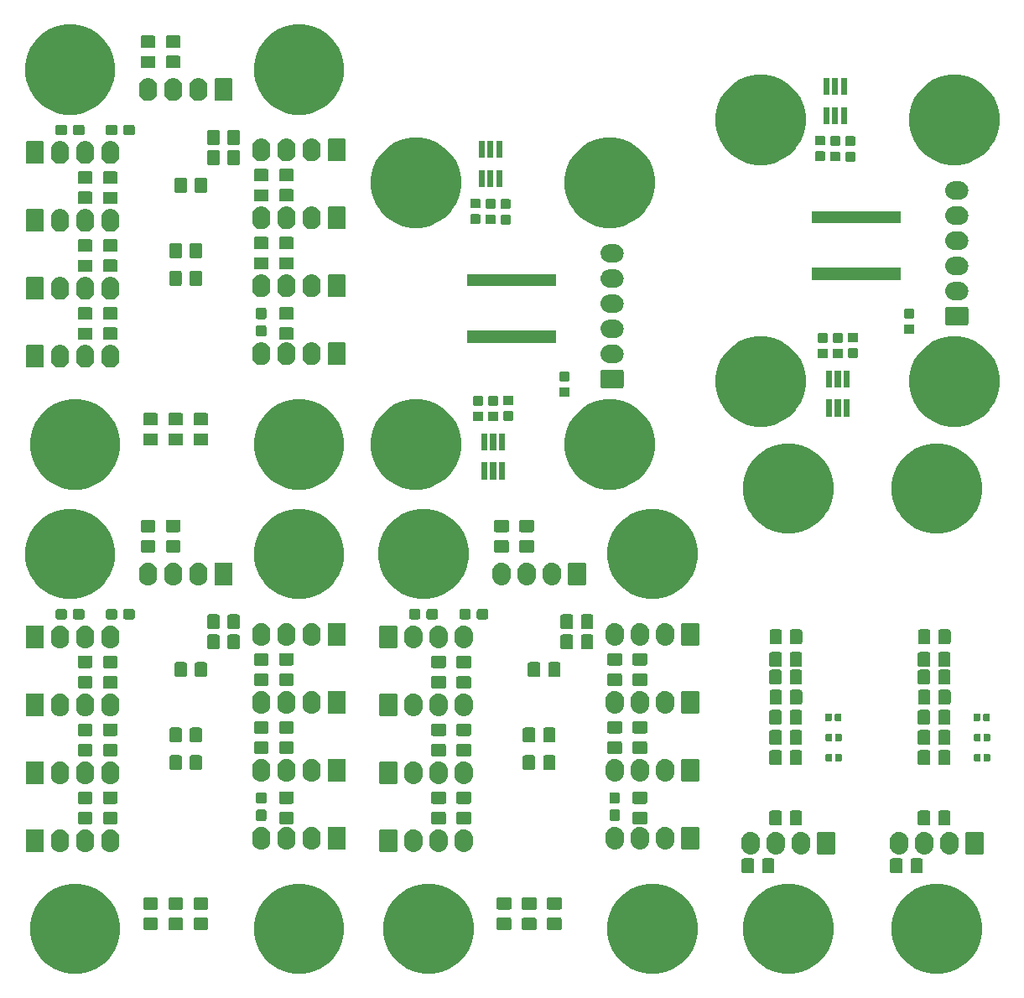
<source format=gbs>
G04 #@! TF.GenerationSoftware,KiCad,Pcbnew,5.0.2+dfsg1-1~bpo9+1*
G04 #@! TF.CreationDate,2020-01-19T21:42:18+01:00*
G04 #@! TF.ProjectId,PCB_I2C,5043425f-4932-4432-9e6b-696361645f70,V0-20*
G04 #@! TF.SameCoordinates,Original*
G04 #@! TF.FileFunction,Soldermask,Bot*
G04 #@! TF.FilePolarity,Negative*
%FSLAX46Y46*%
G04 Gerber Fmt 4.6, Leading zero omitted, Abs format (unit mm)*
G04 Created by KiCad (PCBNEW 5.0.2+dfsg1-1~bpo9+1) date dim. 19 janv. 2020 21:42:18 CET*
%MOMM*%
%LPD*%
G01*
G04 APERTURE LIST*
%ADD10C,0.100000*%
G04 APERTURE END LIST*
D10*
G36*
X145726475Y-136720892D02*
X145726477Y-136720893D01*
X145726478Y-136720893D01*
X146554707Y-137063956D01*
X147296727Y-137559759D01*
X147300096Y-137562010D01*
X147933990Y-138195904D01*
X147933992Y-138195907D01*
X148432044Y-138941293D01*
X148775107Y-139769522D01*
X148775108Y-139769525D01*
X148950000Y-140648764D01*
X148950000Y-141545234D01*
X148775107Y-142424478D01*
X148432044Y-143252707D01*
X147936241Y-143994727D01*
X147933990Y-143998096D01*
X147300096Y-144631990D01*
X147300093Y-144631992D01*
X146554707Y-145130044D01*
X145726478Y-145473107D01*
X145726477Y-145473107D01*
X145726475Y-145473108D01*
X144847236Y-145648000D01*
X143950764Y-145648000D01*
X143071525Y-145473108D01*
X143071523Y-145473107D01*
X143071522Y-145473107D01*
X142243293Y-145130044D01*
X141497907Y-144631992D01*
X141497904Y-144631990D01*
X140864010Y-143998096D01*
X140861759Y-143994727D01*
X140365956Y-143252707D01*
X140022893Y-142424478D01*
X139848000Y-141545234D01*
X139848000Y-140648764D01*
X140022892Y-139769525D01*
X140022893Y-139769522D01*
X140365956Y-138941293D01*
X140864008Y-138195907D01*
X140864010Y-138195904D01*
X141497904Y-137562010D01*
X141501273Y-137559759D01*
X142243293Y-137063956D01*
X143071522Y-136720893D01*
X143071523Y-136720893D01*
X143071525Y-136720892D01*
X143950764Y-136546000D01*
X144847236Y-136546000D01*
X145726475Y-136720892D01*
X145726475Y-136720892D01*
G37*
G36*
X159442475Y-136720892D02*
X159442477Y-136720893D01*
X159442478Y-136720893D01*
X160270707Y-137063956D01*
X161012727Y-137559759D01*
X161016096Y-137562010D01*
X161649990Y-138195904D01*
X161649992Y-138195907D01*
X162148044Y-138941293D01*
X162491107Y-139769522D01*
X162491108Y-139769525D01*
X162666000Y-140648764D01*
X162666000Y-141545234D01*
X162491107Y-142424478D01*
X162148044Y-143252707D01*
X161652241Y-143994727D01*
X161649990Y-143998096D01*
X161016096Y-144631990D01*
X161016093Y-144631992D01*
X160270707Y-145130044D01*
X159442478Y-145473107D01*
X159442477Y-145473107D01*
X159442475Y-145473108D01*
X158563236Y-145648000D01*
X157666764Y-145648000D01*
X156787525Y-145473108D01*
X156787523Y-145473107D01*
X156787522Y-145473107D01*
X155959293Y-145130044D01*
X155213907Y-144631992D01*
X155213904Y-144631990D01*
X154580010Y-143998096D01*
X154577759Y-143994727D01*
X154081956Y-143252707D01*
X153738893Y-142424478D01*
X153564000Y-141545234D01*
X153564000Y-140648764D01*
X153738892Y-139769525D01*
X153738893Y-139769522D01*
X154081956Y-138941293D01*
X154580008Y-138195907D01*
X154580010Y-138195904D01*
X155213904Y-137562010D01*
X155217273Y-137559759D01*
X155959293Y-137063956D01*
X156787522Y-136720893D01*
X156787523Y-136720893D01*
X156787525Y-136720892D01*
X157666764Y-136546000D01*
X158563236Y-136546000D01*
X159442475Y-136720892D01*
X159442475Y-136720892D01*
G37*
G36*
X174428475Y-136720892D02*
X174428477Y-136720893D01*
X174428478Y-136720893D01*
X175256707Y-137063956D01*
X175998727Y-137559759D01*
X176002096Y-137562010D01*
X176635990Y-138195904D01*
X176635992Y-138195907D01*
X177134044Y-138941293D01*
X177477107Y-139769522D01*
X177477108Y-139769525D01*
X177652000Y-140648764D01*
X177652000Y-141545234D01*
X177477107Y-142424478D01*
X177134044Y-143252707D01*
X176638241Y-143994727D01*
X176635990Y-143998096D01*
X176002096Y-144631990D01*
X176002093Y-144631992D01*
X175256707Y-145130044D01*
X174428478Y-145473107D01*
X174428477Y-145473107D01*
X174428475Y-145473108D01*
X173549236Y-145648000D01*
X172652764Y-145648000D01*
X171773525Y-145473108D01*
X171773523Y-145473107D01*
X171773522Y-145473107D01*
X170945293Y-145130044D01*
X170199907Y-144631992D01*
X170199904Y-144631990D01*
X169566010Y-143998096D01*
X169563759Y-143994727D01*
X169067956Y-143252707D01*
X168724893Y-142424478D01*
X168550000Y-141545234D01*
X168550000Y-140648764D01*
X168724892Y-139769525D01*
X168724893Y-139769522D01*
X169067956Y-138941293D01*
X169566008Y-138195907D01*
X169566010Y-138195904D01*
X170199904Y-137562010D01*
X170203273Y-137559759D01*
X170945293Y-137063956D01*
X171773522Y-136720893D01*
X171773523Y-136720893D01*
X171773525Y-136720892D01*
X172652764Y-136546000D01*
X173549236Y-136546000D01*
X174428475Y-136720892D01*
X174428475Y-136720892D01*
G37*
G36*
X87433475Y-136720892D02*
X87433477Y-136720893D01*
X87433478Y-136720893D01*
X88261707Y-137063956D01*
X89003727Y-137559759D01*
X89007096Y-137562010D01*
X89640990Y-138195904D01*
X89640992Y-138195907D01*
X90139044Y-138941293D01*
X90482107Y-139769522D01*
X90482108Y-139769525D01*
X90657000Y-140648764D01*
X90657000Y-141545234D01*
X90482107Y-142424478D01*
X90139044Y-143252707D01*
X89643241Y-143994727D01*
X89640990Y-143998096D01*
X89007096Y-144631990D01*
X89007093Y-144631992D01*
X88261707Y-145130044D01*
X87433478Y-145473107D01*
X87433477Y-145473107D01*
X87433475Y-145473108D01*
X86554236Y-145648000D01*
X85657764Y-145648000D01*
X84778525Y-145473108D01*
X84778523Y-145473107D01*
X84778522Y-145473107D01*
X83950293Y-145130044D01*
X83204907Y-144631992D01*
X83204904Y-144631990D01*
X82571010Y-143998096D01*
X82568759Y-143994727D01*
X82072956Y-143252707D01*
X81729893Y-142424478D01*
X81555000Y-141545234D01*
X81555000Y-140648764D01*
X81729892Y-139769525D01*
X81729893Y-139769522D01*
X82072956Y-138941293D01*
X82571008Y-138195907D01*
X82571010Y-138195904D01*
X83204904Y-137562010D01*
X83208273Y-137559759D01*
X83950293Y-137063956D01*
X84778522Y-136720893D01*
X84778523Y-136720893D01*
X84778525Y-136720892D01*
X85657764Y-136546000D01*
X86554236Y-136546000D01*
X87433475Y-136720892D01*
X87433475Y-136720892D01*
G37*
G36*
X123120475Y-136720892D02*
X123120477Y-136720893D01*
X123120478Y-136720893D01*
X123948707Y-137063956D01*
X124690727Y-137559759D01*
X124694096Y-137562010D01*
X125327990Y-138195904D01*
X125327992Y-138195907D01*
X125826044Y-138941293D01*
X126169107Y-139769522D01*
X126169108Y-139769525D01*
X126344000Y-140648764D01*
X126344000Y-141545234D01*
X126169107Y-142424478D01*
X125826044Y-143252707D01*
X125330241Y-143994727D01*
X125327990Y-143998096D01*
X124694096Y-144631990D01*
X124694093Y-144631992D01*
X123948707Y-145130044D01*
X123120478Y-145473107D01*
X123120477Y-145473107D01*
X123120475Y-145473108D01*
X122241236Y-145648000D01*
X121344764Y-145648000D01*
X120465525Y-145473108D01*
X120465523Y-145473107D01*
X120465522Y-145473107D01*
X119637293Y-145130044D01*
X118891907Y-144631992D01*
X118891904Y-144631990D01*
X118258010Y-143998096D01*
X118255759Y-143994727D01*
X117759956Y-143252707D01*
X117416893Y-142424478D01*
X117242000Y-141545234D01*
X117242000Y-140648764D01*
X117416892Y-139769525D01*
X117416893Y-139769522D01*
X117759956Y-138941293D01*
X118258008Y-138195907D01*
X118258010Y-138195904D01*
X118891904Y-137562010D01*
X118895273Y-137559759D01*
X119637293Y-137063956D01*
X120465522Y-136720893D01*
X120465523Y-136720893D01*
X120465525Y-136720892D01*
X121344764Y-136546000D01*
X122241236Y-136546000D01*
X123120475Y-136720892D01*
X123120475Y-136720892D01*
G37*
G36*
X110039475Y-136720892D02*
X110039477Y-136720893D01*
X110039478Y-136720893D01*
X110867707Y-137063956D01*
X111609727Y-137559759D01*
X111613096Y-137562010D01*
X112246990Y-138195904D01*
X112246992Y-138195907D01*
X112745044Y-138941293D01*
X113088107Y-139769522D01*
X113088108Y-139769525D01*
X113263000Y-140648764D01*
X113263000Y-141545234D01*
X113088107Y-142424478D01*
X112745044Y-143252707D01*
X112249241Y-143994727D01*
X112246990Y-143998096D01*
X111613096Y-144631990D01*
X111613093Y-144631992D01*
X110867707Y-145130044D01*
X110039478Y-145473107D01*
X110039477Y-145473107D01*
X110039475Y-145473108D01*
X109160236Y-145648000D01*
X108263764Y-145648000D01*
X107384525Y-145473108D01*
X107384523Y-145473107D01*
X107384522Y-145473107D01*
X106556293Y-145130044D01*
X105810907Y-144631992D01*
X105810904Y-144631990D01*
X105177010Y-143998096D01*
X105174759Y-143994727D01*
X104678956Y-143252707D01*
X104335893Y-142424478D01*
X104161000Y-141545234D01*
X104161000Y-140648764D01*
X104335892Y-139769525D01*
X104335893Y-139769522D01*
X104678956Y-138941293D01*
X105177008Y-138195907D01*
X105177010Y-138195904D01*
X105810904Y-137562010D01*
X105814273Y-137559759D01*
X106556293Y-137063956D01*
X107384522Y-136720893D01*
X107384523Y-136720893D01*
X107384525Y-136720892D01*
X108263764Y-136546000D01*
X109160236Y-136546000D01*
X110039475Y-136720892D01*
X110039475Y-136720892D01*
G37*
G36*
X96854677Y-139985465D02*
X96892364Y-139996898D01*
X96927103Y-140015466D01*
X96957548Y-140040452D01*
X96982534Y-140070897D01*
X97001102Y-140105636D01*
X97012535Y-140143323D01*
X97017000Y-140188661D01*
X97017000Y-141025339D01*
X97012535Y-141070677D01*
X97001102Y-141108364D01*
X96982534Y-141143103D01*
X96957548Y-141173548D01*
X96927103Y-141198534D01*
X96892364Y-141217102D01*
X96854677Y-141228535D01*
X96809339Y-141233000D01*
X95722661Y-141233000D01*
X95677323Y-141228535D01*
X95639636Y-141217102D01*
X95604897Y-141198534D01*
X95574452Y-141173548D01*
X95549466Y-141143103D01*
X95530898Y-141108364D01*
X95519465Y-141070677D01*
X95515000Y-141025339D01*
X95515000Y-140188661D01*
X95519465Y-140143323D01*
X95530898Y-140105636D01*
X95549466Y-140070897D01*
X95574452Y-140040452D01*
X95604897Y-140015466D01*
X95639636Y-139996898D01*
X95677323Y-139985465D01*
X95722661Y-139981000D01*
X96809339Y-139981000D01*
X96854677Y-139985465D01*
X96854677Y-139985465D01*
G37*
G36*
X132541677Y-139985465D02*
X132579364Y-139996898D01*
X132614103Y-140015466D01*
X132644548Y-140040452D01*
X132669534Y-140070897D01*
X132688102Y-140105636D01*
X132699535Y-140143323D01*
X132704000Y-140188661D01*
X132704000Y-141025339D01*
X132699535Y-141070677D01*
X132688102Y-141108364D01*
X132669534Y-141143103D01*
X132644548Y-141173548D01*
X132614103Y-141198534D01*
X132579364Y-141217102D01*
X132541677Y-141228535D01*
X132496339Y-141233000D01*
X131409661Y-141233000D01*
X131364323Y-141228535D01*
X131326636Y-141217102D01*
X131291897Y-141198534D01*
X131261452Y-141173548D01*
X131236466Y-141143103D01*
X131217898Y-141108364D01*
X131206465Y-141070677D01*
X131202000Y-141025339D01*
X131202000Y-140188661D01*
X131206465Y-140143323D01*
X131217898Y-140105636D01*
X131236466Y-140070897D01*
X131261452Y-140040452D01*
X131291897Y-140015466D01*
X131326636Y-139996898D01*
X131364323Y-139985465D01*
X131409661Y-139981000D01*
X132496339Y-139981000D01*
X132541677Y-139985465D01*
X132541677Y-139985465D01*
G37*
G36*
X130001677Y-139976465D02*
X130039364Y-139987898D01*
X130074103Y-140006466D01*
X130104548Y-140031452D01*
X130129534Y-140061897D01*
X130148102Y-140096636D01*
X130159535Y-140134323D01*
X130164000Y-140179661D01*
X130164000Y-141016339D01*
X130159535Y-141061677D01*
X130148102Y-141099364D01*
X130129534Y-141134103D01*
X130104548Y-141164548D01*
X130074103Y-141189534D01*
X130039364Y-141208102D01*
X130001677Y-141219535D01*
X129956339Y-141224000D01*
X128869661Y-141224000D01*
X128824323Y-141219535D01*
X128786636Y-141208102D01*
X128751897Y-141189534D01*
X128721452Y-141164548D01*
X128696466Y-141134103D01*
X128677898Y-141099364D01*
X128666465Y-141061677D01*
X128662000Y-141016339D01*
X128662000Y-140179661D01*
X128666465Y-140134323D01*
X128677898Y-140096636D01*
X128696466Y-140061897D01*
X128721452Y-140031452D01*
X128751897Y-140006466D01*
X128786636Y-139987898D01*
X128824323Y-139976465D01*
X128869661Y-139972000D01*
X129956339Y-139972000D01*
X130001677Y-139976465D01*
X130001677Y-139976465D01*
G37*
G36*
X99394677Y-139976465D02*
X99432364Y-139987898D01*
X99467103Y-140006466D01*
X99497548Y-140031452D01*
X99522534Y-140061897D01*
X99541102Y-140096636D01*
X99552535Y-140134323D01*
X99557000Y-140179661D01*
X99557000Y-141016339D01*
X99552535Y-141061677D01*
X99541102Y-141099364D01*
X99522534Y-141134103D01*
X99497548Y-141164548D01*
X99467103Y-141189534D01*
X99432364Y-141208102D01*
X99394677Y-141219535D01*
X99349339Y-141224000D01*
X98262661Y-141224000D01*
X98217323Y-141219535D01*
X98179636Y-141208102D01*
X98144897Y-141189534D01*
X98114452Y-141164548D01*
X98089466Y-141134103D01*
X98070898Y-141099364D01*
X98059465Y-141061677D01*
X98055000Y-141016339D01*
X98055000Y-140179661D01*
X98059465Y-140134323D01*
X98070898Y-140096636D01*
X98089466Y-140061897D01*
X98114452Y-140031452D01*
X98144897Y-140006466D01*
X98179636Y-139987898D01*
X98217323Y-139976465D01*
X98262661Y-139972000D01*
X99349339Y-139972000D01*
X99394677Y-139976465D01*
X99394677Y-139976465D01*
G37*
G36*
X94314677Y-139976465D02*
X94352364Y-139987898D01*
X94387103Y-140006466D01*
X94417548Y-140031452D01*
X94442534Y-140061897D01*
X94461102Y-140096636D01*
X94472535Y-140134323D01*
X94477000Y-140179661D01*
X94477000Y-141016339D01*
X94472535Y-141061677D01*
X94461102Y-141099364D01*
X94442534Y-141134103D01*
X94417548Y-141164548D01*
X94387103Y-141189534D01*
X94352364Y-141208102D01*
X94314677Y-141219535D01*
X94269339Y-141224000D01*
X93182661Y-141224000D01*
X93137323Y-141219535D01*
X93099636Y-141208102D01*
X93064897Y-141189534D01*
X93034452Y-141164548D01*
X93009466Y-141134103D01*
X92990898Y-141099364D01*
X92979465Y-141061677D01*
X92975000Y-141016339D01*
X92975000Y-140179661D01*
X92979465Y-140134323D01*
X92990898Y-140096636D01*
X93009466Y-140061897D01*
X93034452Y-140031452D01*
X93064897Y-140006466D01*
X93099636Y-139987898D01*
X93137323Y-139976465D01*
X93182661Y-139972000D01*
X94269339Y-139972000D01*
X94314677Y-139976465D01*
X94314677Y-139976465D01*
G37*
G36*
X135081677Y-139976465D02*
X135119364Y-139987898D01*
X135154103Y-140006466D01*
X135184548Y-140031452D01*
X135209534Y-140061897D01*
X135228102Y-140096636D01*
X135239535Y-140134323D01*
X135244000Y-140179661D01*
X135244000Y-141016339D01*
X135239535Y-141061677D01*
X135228102Y-141099364D01*
X135209534Y-141134103D01*
X135184548Y-141164548D01*
X135154103Y-141189534D01*
X135119364Y-141208102D01*
X135081677Y-141219535D01*
X135036339Y-141224000D01*
X133949661Y-141224000D01*
X133904323Y-141219535D01*
X133866636Y-141208102D01*
X133831897Y-141189534D01*
X133801452Y-141164548D01*
X133776466Y-141134103D01*
X133757898Y-141099364D01*
X133746465Y-141061677D01*
X133742000Y-141016339D01*
X133742000Y-140179661D01*
X133746465Y-140134323D01*
X133757898Y-140096636D01*
X133776466Y-140061897D01*
X133801452Y-140031452D01*
X133831897Y-140006466D01*
X133866636Y-139987898D01*
X133904323Y-139976465D01*
X133949661Y-139972000D01*
X135036339Y-139972000D01*
X135081677Y-139976465D01*
X135081677Y-139976465D01*
G37*
G36*
X96854677Y-137935465D02*
X96892364Y-137946898D01*
X96927103Y-137965466D01*
X96957548Y-137990452D01*
X96982534Y-138020897D01*
X97001102Y-138055636D01*
X97012535Y-138093323D01*
X97017000Y-138138661D01*
X97017000Y-138975339D01*
X97012535Y-139020677D01*
X97001102Y-139058364D01*
X96982534Y-139093103D01*
X96957548Y-139123548D01*
X96927103Y-139148534D01*
X96892364Y-139167102D01*
X96854677Y-139178535D01*
X96809339Y-139183000D01*
X95722661Y-139183000D01*
X95677323Y-139178535D01*
X95639636Y-139167102D01*
X95604897Y-139148534D01*
X95574452Y-139123548D01*
X95549466Y-139093103D01*
X95530898Y-139058364D01*
X95519465Y-139020677D01*
X95515000Y-138975339D01*
X95515000Y-138138661D01*
X95519465Y-138093323D01*
X95530898Y-138055636D01*
X95549466Y-138020897D01*
X95574452Y-137990452D01*
X95604897Y-137965466D01*
X95639636Y-137946898D01*
X95677323Y-137935465D01*
X95722661Y-137931000D01*
X96809339Y-137931000D01*
X96854677Y-137935465D01*
X96854677Y-137935465D01*
G37*
G36*
X132541677Y-137935465D02*
X132579364Y-137946898D01*
X132614103Y-137965466D01*
X132644548Y-137990452D01*
X132669534Y-138020897D01*
X132688102Y-138055636D01*
X132699535Y-138093323D01*
X132704000Y-138138661D01*
X132704000Y-138975339D01*
X132699535Y-139020677D01*
X132688102Y-139058364D01*
X132669534Y-139093103D01*
X132644548Y-139123548D01*
X132614103Y-139148534D01*
X132579364Y-139167102D01*
X132541677Y-139178535D01*
X132496339Y-139183000D01*
X131409661Y-139183000D01*
X131364323Y-139178535D01*
X131326636Y-139167102D01*
X131291897Y-139148534D01*
X131261452Y-139123548D01*
X131236466Y-139093103D01*
X131217898Y-139058364D01*
X131206465Y-139020677D01*
X131202000Y-138975339D01*
X131202000Y-138138661D01*
X131206465Y-138093323D01*
X131217898Y-138055636D01*
X131236466Y-138020897D01*
X131261452Y-137990452D01*
X131291897Y-137965466D01*
X131326636Y-137946898D01*
X131364323Y-137935465D01*
X131409661Y-137931000D01*
X132496339Y-137931000D01*
X132541677Y-137935465D01*
X132541677Y-137935465D01*
G37*
G36*
X130001677Y-137926465D02*
X130039364Y-137937898D01*
X130074103Y-137956466D01*
X130104548Y-137981452D01*
X130129534Y-138011897D01*
X130148102Y-138046636D01*
X130159535Y-138084323D01*
X130164000Y-138129661D01*
X130164000Y-138966339D01*
X130159535Y-139011677D01*
X130148102Y-139049364D01*
X130129534Y-139084103D01*
X130104548Y-139114548D01*
X130074103Y-139139534D01*
X130039364Y-139158102D01*
X130001677Y-139169535D01*
X129956339Y-139174000D01*
X128869661Y-139174000D01*
X128824323Y-139169535D01*
X128786636Y-139158102D01*
X128751897Y-139139534D01*
X128721452Y-139114548D01*
X128696466Y-139084103D01*
X128677898Y-139049364D01*
X128666465Y-139011677D01*
X128662000Y-138966339D01*
X128662000Y-138129661D01*
X128666465Y-138084323D01*
X128677898Y-138046636D01*
X128696466Y-138011897D01*
X128721452Y-137981452D01*
X128751897Y-137956466D01*
X128786636Y-137937898D01*
X128824323Y-137926465D01*
X128869661Y-137922000D01*
X129956339Y-137922000D01*
X130001677Y-137926465D01*
X130001677Y-137926465D01*
G37*
G36*
X135081677Y-137926465D02*
X135119364Y-137937898D01*
X135154103Y-137956466D01*
X135184548Y-137981452D01*
X135209534Y-138011897D01*
X135228102Y-138046636D01*
X135239535Y-138084323D01*
X135244000Y-138129661D01*
X135244000Y-138966339D01*
X135239535Y-139011677D01*
X135228102Y-139049364D01*
X135209534Y-139084103D01*
X135184548Y-139114548D01*
X135154103Y-139139534D01*
X135119364Y-139158102D01*
X135081677Y-139169535D01*
X135036339Y-139174000D01*
X133949661Y-139174000D01*
X133904323Y-139169535D01*
X133866636Y-139158102D01*
X133831897Y-139139534D01*
X133801452Y-139114548D01*
X133776466Y-139084103D01*
X133757898Y-139049364D01*
X133746465Y-139011677D01*
X133742000Y-138966339D01*
X133742000Y-138129661D01*
X133746465Y-138084323D01*
X133757898Y-138046636D01*
X133776466Y-138011897D01*
X133801452Y-137981452D01*
X133831897Y-137956466D01*
X133866636Y-137937898D01*
X133904323Y-137926465D01*
X133949661Y-137922000D01*
X135036339Y-137922000D01*
X135081677Y-137926465D01*
X135081677Y-137926465D01*
G37*
G36*
X94314677Y-137926465D02*
X94352364Y-137937898D01*
X94387103Y-137956466D01*
X94417548Y-137981452D01*
X94442534Y-138011897D01*
X94461102Y-138046636D01*
X94472535Y-138084323D01*
X94477000Y-138129661D01*
X94477000Y-138966339D01*
X94472535Y-139011677D01*
X94461102Y-139049364D01*
X94442534Y-139084103D01*
X94417548Y-139114548D01*
X94387103Y-139139534D01*
X94352364Y-139158102D01*
X94314677Y-139169535D01*
X94269339Y-139174000D01*
X93182661Y-139174000D01*
X93137323Y-139169535D01*
X93099636Y-139158102D01*
X93064897Y-139139534D01*
X93034452Y-139114548D01*
X93009466Y-139084103D01*
X92990898Y-139049364D01*
X92979465Y-139011677D01*
X92975000Y-138966339D01*
X92975000Y-138129661D01*
X92979465Y-138084323D01*
X92990898Y-138046636D01*
X93009466Y-138011897D01*
X93034452Y-137981452D01*
X93064897Y-137956466D01*
X93099636Y-137937898D01*
X93137323Y-137926465D01*
X93182661Y-137922000D01*
X94269339Y-137922000D01*
X94314677Y-137926465D01*
X94314677Y-137926465D01*
G37*
G36*
X99394677Y-137926465D02*
X99432364Y-137937898D01*
X99467103Y-137956466D01*
X99497548Y-137981452D01*
X99522534Y-138011897D01*
X99541102Y-138046636D01*
X99552535Y-138084323D01*
X99557000Y-138129661D01*
X99557000Y-138966339D01*
X99552535Y-139011677D01*
X99541102Y-139049364D01*
X99522534Y-139084103D01*
X99497548Y-139114548D01*
X99467103Y-139139534D01*
X99432364Y-139158102D01*
X99394677Y-139169535D01*
X99349339Y-139174000D01*
X98262661Y-139174000D01*
X98217323Y-139169535D01*
X98179636Y-139158102D01*
X98144897Y-139139534D01*
X98114452Y-139114548D01*
X98089466Y-139084103D01*
X98070898Y-139049364D01*
X98059465Y-139011677D01*
X98055000Y-138966339D01*
X98055000Y-138129661D01*
X98059465Y-138084323D01*
X98070898Y-138046636D01*
X98089466Y-138011897D01*
X98114452Y-137981452D01*
X98144897Y-137956466D01*
X98179636Y-137937898D01*
X98217323Y-137926465D01*
X98262661Y-137922000D01*
X99349339Y-137922000D01*
X99394677Y-137926465D01*
X99394677Y-137926465D01*
G37*
G36*
X169491677Y-134000465D02*
X169529364Y-134011898D01*
X169564103Y-134030466D01*
X169594548Y-134055452D01*
X169619534Y-134085897D01*
X169638102Y-134120636D01*
X169649535Y-134158323D01*
X169654000Y-134203661D01*
X169654000Y-135290339D01*
X169649535Y-135335677D01*
X169638102Y-135373364D01*
X169619534Y-135408103D01*
X169594548Y-135438548D01*
X169564103Y-135463534D01*
X169529364Y-135482102D01*
X169491677Y-135493535D01*
X169446339Y-135498000D01*
X168609661Y-135498000D01*
X168564323Y-135493535D01*
X168526636Y-135482102D01*
X168491897Y-135463534D01*
X168461452Y-135438548D01*
X168436466Y-135408103D01*
X168417898Y-135373364D01*
X168406465Y-135335677D01*
X168402000Y-135290339D01*
X168402000Y-134203661D01*
X168406465Y-134158323D01*
X168417898Y-134120636D01*
X168436466Y-134085897D01*
X168461452Y-134055452D01*
X168491897Y-134030466D01*
X168526636Y-134011898D01*
X168564323Y-134000465D01*
X168609661Y-133996000D01*
X169446339Y-133996000D01*
X169491677Y-134000465D01*
X169491677Y-134000465D01*
G37*
G36*
X154505677Y-134000465D02*
X154543364Y-134011898D01*
X154578103Y-134030466D01*
X154608548Y-134055452D01*
X154633534Y-134085897D01*
X154652102Y-134120636D01*
X154663535Y-134158323D01*
X154668000Y-134203661D01*
X154668000Y-135290339D01*
X154663535Y-135335677D01*
X154652102Y-135373364D01*
X154633534Y-135408103D01*
X154608548Y-135438548D01*
X154578103Y-135463534D01*
X154543364Y-135482102D01*
X154505677Y-135493535D01*
X154460339Y-135498000D01*
X153623661Y-135498000D01*
X153578323Y-135493535D01*
X153540636Y-135482102D01*
X153505897Y-135463534D01*
X153475452Y-135438548D01*
X153450466Y-135408103D01*
X153431898Y-135373364D01*
X153420465Y-135335677D01*
X153416000Y-135290339D01*
X153416000Y-134203661D01*
X153420465Y-134158323D01*
X153431898Y-134120636D01*
X153450466Y-134085897D01*
X153475452Y-134055452D01*
X153505897Y-134030466D01*
X153540636Y-134011898D01*
X153578323Y-134000465D01*
X153623661Y-133996000D01*
X154460339Y-133996000D01*
X154505677Y-134000465D01*
X154505677Y-134000465D01*
G37*
G36*
X156555677Y-134000465D02*
X156593364Y-134011898D01*
X156628103Y-134030466D01*
X156658548Y-134055452D01*
X156683534Y-134085897D01*
X156702102Y-134120636D01*
X156713535Y-134158323D01*
X156718000Y-134203661D01*
X156718000Y-135290339D01*
X156713535Y-135335677D01*
X156702102Y-135373364D01*
X156683534Y-135408103D01*
X156658548Y-135438548D01*
X156628103Y-135463534D01*
X156593364Y-135482102D01*
X156555677Y-135493535D01*
X156510339Y-135498000D01*
X155673661Y-135498000D01*
X155628323Y-135493535D01*
X155590636Y-135482102D01*
X155555897Y-135463534D01*
X155525452Y-135438548D01*
X155500466Y-135408103D01*
X155481898Y-135373364D01*
X155470465Y-135335677D01*
X155466000Y-135290339D01*
X155466000Y-134203661D01*
X155470465Y-134158323D01*
X155481898Y-134120636D01*
X155500466Y-134085897D01*
X155525452Y-134055452D01*
X155555897Y-134030466D01*
X155590636Y-134011898D01*
X155628323Y-134000465D01*
X155673661Y-133996000D01*
X156510339Y-133996000D01*
X156555677Y-134000465D01*
X156555677Y-134000465D01*
G37*
G36*
X171541677Y-134000465D02*
X171579364Y-134011898D01*
X171614103Y-134030466D01*
X171644548Y-134055452D01*
X171669534Y-134085897D01*
X171688102Y-134120636D01*
X171699535Y-134158323D01*
X171704000Y-134203661D01*
X171704000Y-135290339D01*
X171699535Y-135335677D01*
X171688102Y-135373364D01*
X171669534Y-135408103D01*
X171644548Y-135438548D01*
X171614103Y-135463534D01*
X171579364Y-135482102D01*
X171541677Y-135493535D01*
X171496339Y-135498000D01*
X170659661Y-135498000D01*
X170614323Y-135493535D01*
X170576636Y-135482102D01*
X170541897Y-135463534D01*
X170511452Y-135438548D01*
X170486466Y-135408103D01*
X170467898Y-135373364D01*
X170456465Y-135335677D01*
X170452000Y-135290339D01*
X170452000Y-134203661D01*
X170456465Y-134158323D01*
X170467898Y-134120636D01*
X170486466Y-134085897D01*
X170511452Y-134055452D01*
X170541897Y-134030466D01*
X170576636Y-134011898D01*
X170614323Y-134000465D01*
X170659661Y-133996000D01*
X171496339Y-133996000D01*
X171541677Y-134000465D01*
X171541677Y-134000465D01*
G37*
G36*
X154485548Y-131323326D02*
X154601287Y-131358435D01*
X154659158Y-131375990D01*
X154682315Y-131388368D01*
X154819156Y-131461511D01*
X154959396Y-131576604D01*
X155074489Y-131716844D01*
X155160010Y-131876843D01*
X155212674Y-132050452D01*
X155226000Y-132185757D01*
X155226000Y-132736244D01*
X155212674Y-132871548D01*
X155188525Y-132951156D01*
X155160010Y-133045158D01*
X155139326Y-133083854D01*
X155074489Y-133205156D01*
X154959396Y-133345396D01*
X154819155Y-133460489D01*
X154717514Y-133514817D01*
X154659157Y-133546010D01*
X154612550Y-133560148D01*
X154485547Y-133598674D01*
X154305000Y-133616456D01*
X154124452Y-133598674D01*
X153997449Y-133560148D01*
X153950842Y-133546010D01*
X153809686Y-133470560D01*
X153790844Y-133460489D01*
X153650604Y-133345396D01*
X153535511Y-133205155D01*
X153449991Y-133045158D01*
X153449990Y-133045157D01*
X153418281Y-132940625D01*
X153397326Y-132871547D01*
X153384000Y-132736243D01*
X153384000Y-132185756D01*
X153397326Y-132050452D01*
X153449990Y-131876843D01*
X153449990Y-131876842D01*
X153535513Y-131716843D01*
X153612657Y-131622844D01*
X153650605Y-131576604D01*
X153790845Y-131461511D01*
X153927686Y-131388368D01*
X153950843Y-131375990D01*
X154008714Y-131358435D01*
X154124453Y-131323326D01*
X154305000Y-131305544D01*
X154485548Y-131323326D01*
X154485548Y-131323326D01*
G37*
G36*
X159565548Y-131323326D02*
X159681287Y-131358435D01*
X159739158Y-131375990D01*
X159762315Y-131388368D01*
X159899156Y-131461511D01*
X160039396Y-131576604D01*
X160154489Y-131716844D01*
X160240010Y-131876843D01*
X160292674Y-132050452D01*
X160306000Y-132185757D01*
X160306000Y-132736244D01*
X160292674Y-132871548D01*
X160268525Y-132951156D01*
X160240010Y-133045158D01*
X160219326Y-133083854D01*
X160154489Y-133205156D01*
X160039396Y-133345396D01*
X159899155Y-133460489D01*
X159797514Y-133514817D01*
X159739157Y-133546010D01*
X159692550Y-133560148D01*
X159565547Y-133598674D01*
X159385000Y-133616456D01*
X159204452Y-133598674D01*
X159077449Y-133560148D01*
X159030842Y-133546010D01*
X158889686Y-133470560D01*
X158870844Y-133460489D01*
X158730604Y-133345396D01*
X158615511Y-133205155D01*
X158529991Y-133045158D01*
X158529990Y-133045157D01*
X158498281Y-132940625D01*
X158477326Y-132871547D01*
X158464000Y-132736243D01*
X158464000Y-132185756D01*
X158477326Y-132050452D01*
X158529990Y-131876843D01*
X158529990Y-131876842D01*
X158615513Y-131716843D01*
X158692657Y-131622844D01*
X158730605Y-131576604D01*
X158870845Y-131461511D01*
X159007686Y-131388368D01*
X159030843Y-131375990D01*
X159088714Y-131358435D01*
X159204453Y-131323326D01*
X159385000Y-131305544D01*
X159565548Y-131323326D01*
X159565548Y-131323326D01*
G37*
G36*
X169471548Y-131323326D02*
X169587287Y-131358435D01*
X169645158Y-131375990D01*
X169668315Y-131388368D01*
X169805156Y-131461511D01*
X169945396Y-131576604D01*
X170060489Y-131716844D01*
X170146010Y-131876843D01*
X170198674Y-132050452D01*
X170212000Y-132185757D01*
X170212000Y-132736244D01*
X170198674Y-132871548D01*
X170174525Y-132951156D01*
X170146010Y-133045158D01*
X170125326Y-133083854D01*
X170060489Y-133205156D01*
X169945396Y-133345396D01*
X169805155Y-133460489D01*
X169703514Y-133514817D01*
X169645157Y-133546010D01*
X169598550Y-133560148D01*
X169471547Y-133598674D01*
X169291000Y-133616456D01*
X169110452Y-133598674D01*
X168983449Y-133560148D01*
X168936842Y-133546010D01*
X168795686Y-133470560D01*
X168776844Y-133460489D01*
X168636604Y-133345396D01*
X168521511Y-133205155D01*
X168435991Y-133045158D01*
X168435990Y-133045157D01*
X168404281Y-132940625D01*
X168383326Y-132871547D01*
X168370000Y-132736243D01*
X168370000Y-132185756D01*
X168383326Y-132050452D01*
X168435990Y-131876843D01*
X168435990Y-131876842D01*
X168521513Y-131716843D01*
X168598657Y-131622844D01*
X168636605Y-131576604D01*
X168776845Y-131461511D01*
X168913686Y-131388368D01*
X168936843Y-131375990D01*
X168994714Y-131358435D01*
X169110453Y-131323326D01*
X169291000Y-131305544D01*
X169471548Y-131323326D01*
X169471548Y-131323326D01*
G37*
G36*
X172011548Y-131323326D02*
X172127287Y-131358435D01*
X172185158Y-131375990D01*
X172208315Y-131388368D01*
X172345156Y-131461511D01*
X172485396Y-131576604D01*
X172600489Y-131716844D01*
X172686010Y-131876843D01*
X172738674Y-132050452D01*
X172752000Y-132185757D01*
X172752000Y-132736244D01*
X172738674Y-132871548D01*
X172714525Y-132951156D01*
X172686010Y-133045158D01*
X172665326Y-133083854D01*
X172600489Y-133205156D01*
X172485396Y-133345396D01*
X172345155Y-133460489D01*
X172243514Y-133514817D01*
X172185157Y-133546010D01*
X172138550Y-133560148D01*
X172011547Y-133598674D01*
X171831000Y-133616456D01*
X171650452Y-133598674D01*
X171523449Y-133560148D01*
X171476842Y-133546010D01*
X171335686Y-133470560D01*
X171316844Y-133460489D01*
X171176604Y-133345396D01*
X171061511Y-133205155D01*
X170975991Y-133045158D01*
X170975990Y-133045157D01*
X170944281Y-132940625D01*
X170923326Y-132871547D01*
X170910000Y-132736243D01*
X170910000Y-132185756D01*
X170923326Y-132050452D01*
X170975990Y-131876843D01*
X170975990Y-131876842D01*
X171061513Y-131716843D01*
X171138657Y-131622844D01*
X171176605Y-131576604D01*
X171316845Y-131461511D01*
X171453686Y-131388368D01*
X171476843Y-131375990D01*
X171534714Y-131358435D01*
X171650453Y-131323326D01*
X171831000Y-131305544D01*
X172011548Y-131323326D01*
X172011548Y-131323326D01*
G37*
G36*
X174551548Y-131323326D02*
X174667287Y-131358435D01*
X174725158Y-131375990D01*
X174748315Y-131388368D01*
X174885156Y-131461511D01*
X175025396Y-131576604D01*
X175140489Y-131716844D01*
X175226010Y-131876843D01*
X175278674Y-132050452D01*
X175292000Y-132185757D01*
X175292000Y-132736244D01*
X175278674Y-132871548D01*
X175254525Y-132951156D01*
X175226010Y-133045158D01*
X175205326Y-133083854D01*
X175140489Y-133205156D01*
X175025396Y-133345396D01*
X174885155Y-133460489D01*
X174783514Y-133514817D01*
X174725157Y-133546010D01*
X174678550Y-133560148D01*
X174551547Y-133598674D01*
X174371000Y-133616456D01*
X174190452Y-133598674D01*
X174063449Y-133560148D01*
X174016842Y-133546010D01*
X173875686Y-133470560D01*
X173856844Y-133460489D01*
X173716604Y-133345396D01*
X173601511Y-133205155D01*
X173515991Y-133045158D01*
X173515990Y-133045157D01*
X173484281Y-132940625D01*
X173463326Y-132871547D01*
X173450000Y-132736243D01*
X173450000Y-132185756D01*
X173463326Y-132050452D01*
X173515990Y-131876843D01*
X173515990Y-131876842D01*
X173601513Y-131716843D01*
X173678657Y-131622844D01*
X173716605Y-131576604D01*
X173856845Y-131461511D01*
X173993686Y-131388368D01*
X174016843Y-131375990D01*
X174074714Y-131358435D01*
X174190453Y-131323326D01*
X174371000Y-131305544D01*
X174551548Y-131323326D01*
X174551548Y-131323326D01*
G37*
G36*
X157025548Y-131323326D02*
X157141287Y-131358435D01*
X157199158Y-131375990D01*
X157222315Y-131388368D01*
X157359156Y-131461511D01*
X157499396Y-131576604D01*
X157614489Y-131716844D01*
X157700010Y-131876843D01*
X157752674Y-132050452D01*
X157766000Y-132185757D01*
X157766000Y-132736244D01*
X157752674Y-132871548D01*
X157728525Y-132951156D01*
X157700010Y-133045158D01*
X157679326Y-133083854D01*
X157614489Y-133205156D01*
X157499396Y-133345396D01*
X157359155Y-133460489D01*
X157257514Y-133514817D01*
X157199157Y-133546010D01*
X157152550Y-133560148D01*
X157025547Y-133598674D01*
X156845000Y-133616456D01*
X156664452Y-133598674D01*
X156537449Y-133560148D01*
X156490842Y-133546010D01*
X156349686Y-133470560D01*
X156330844Y-133460489D01*
X156190604Y-133345396D01*
X156075511Y-133205155D01*
X155989991Y-133045158D01*
X155989990Y-133045157D01*
X155958281Y-132940625D01*
X155937326Y-132871547D01*
X155924000Y-132736243D01*
X155924000Y-132185756D01*
X155937326Y-132050452D01*
X155989990Y-131876843D01*
X155989990Y-131876842D01*
X156075513Y-131716843D01*
X156152657Y-131622844D01*
X156190605Y-131576604D01*
X156330845Y-131461511D01*
X156467686Y-131388368D01*
X156490843Y-131375990D01*
X156548714Y-131358435D01*
X156664453Y-131323326D01*
X156845000Y-131305544D01*
X157025548Y-131323326D01*
X157025548Y-131323326D01*
G37*
G36*
X177690560Y-131313966D02*
X177723383Y-131323923D01*
X177753632Y-131340092D01*
X177780148Y-131361852D01*
X177801908Y-131388368D01*
X177818077Y-131418617D01*
X177828034Y-131451440D01*
X177832000Y-131491712D01*
X177832000Y-133430288D01*
X177828034Y-133470560D01*
X177818077Y-133503383D01*
X177801908Y-133533632D01*
X177780148Y-133560148D01*
X177753632Y-133581908D01*
X177723383Y-133598077D01*
X177690560Y-133608034D01*
X177650288Y-133612000D01*
X176171712Y-133612000D01*
X176131440Y-133608034D01*
X176098617Y-133598077D01*
X176068368Y-133581908D01*
X176041852Y-133560148D01*
X176020092Y-133533632D01*
X176003923Y-133503383D01*
X175993966Y-133470560D01*
X175990000Y-133430288D01*
X175990000Y-131491712D01*
X175993966Y-131451440D01*
X176003923Y-131418617D01*
X176020092Y-131388368D01*
X176041852Y-131361852D01*
X176068368Y-131340092D01*
X176098617Y-131323923D01*
X176131440Y-131313966D01*
X176171712Y-131310000D01*
X177650288Y-131310000D01*
X177690560Y-131313966D01*
X177690560Y-131313966D01*
G37*
G36*
X162704560Y-131313966D02*
X162737383Y-131323923D01*
X162767632Y-131340092D01*
X162794148Y-131361852D01*
X162815908Y-131388368D01*
X162832077Y-131418617D01*
X162842034Y-131451440D01*
X162846000Y-131491712D01*
X162846000Y-133430288D01*
X162842034Y-133470560D01*
X162832077Y-133503383D01*
X162815908Y-133533632D01*
X162794148Y-133560148D01*
X162767632Y-133581908D01*
X162737383Y-133598077D01*
X162704560Y-133608034D01*
X162664288Y-133612000D01*
X161185712Y-133612000D01*
X161145440Y-133608034D01*
X161112617Y-133598077D01*
X161082368Y-133581908D01*
X161055852Y-133560148D01*
X161034092Y-133533632D01*
X161017923Y-133503383D01*
X161007966Y-133470560D01*
X161004000Y-133430288D01*
X161004000Y-131491712D01*
X161007966Y-131451440D01*
X161017923Y-131418617D01*
X161034092Y-131388368D01*
X161055852Y-131361852D01*
X161082368Y-131340092D01*
X161112617Y-131323923D01*
X161145440Y-131313966D01*
X161185712Y-131310000D01*
X162664288Y-131310000D01*
X162704560Y-131313966D01*
X162704560Y-131313966D01*
G37*
G36*
X125529547Y-131069326D02*
X125645286Y-131104435D01*
X125703157Y-131121990D01*
X125724718Y-131133515D01*
X125863155Y-131207511D01*
X126003396Y-131322604D01*
X126118489Y-131462844D01*
X126124118Y-131473375D01*
X126204010Y-131622842D01*
X126220667Y-131677755D01*
X126256674Y-131796452D01*
X126270000Y-131931756D01*
X126270000Y-132482243D01*
X126256674Y-132617548D01*
X126204010Y-132791157D01*
X126118489Y-132951156D01*
X126003396Y-133091396D01*
X125863156Y-133206489D01*
X125844314Y-133216560D01*
X125703158Y-133292010D01*
X125656551Y-133306148D01*
X125529548Y-133344674D01*
X125349000Y-133362456D01*
X125168453Y-133344674D01*
X125041450Y-133306148D01*
X124994843Y-133292010D01*
X124853687Y-133216560D01*
X124834845Y-133206489D01*
X124694605Y-133091396D01*
X124579512Y-132951156D01*
X124518705Y-132837396D01*
X124493990Y-132791158D01*
X124465475Y-132697155D01*
X124441326Y-132617548D01*
X124428000Y-132482244D01*
X124428000Y-131931757D01*
X124441326Y-131796453D01*
X124493990Y-131622844D01*
X124493990Y-131622843D01*
X124536960Y-131542452D01*
X124579511Y-131462845D01*
X124694604Y-131322604D01*
X124834844Y-131207511D01*
X124971685Y-131134368D01*
X124994842Y-131121990D01*
X125052713Y-131104435D01*
X125168452Y-131069326D01*
X125349000Y-131051544D01*
X125529547Y-131069326D01*
X125529547Y-131069326D01*
G37*
G36*
X84762547Y-131069326D02*
X84878286Y-131104435D01*
X84936157Y-131121990D01*
X84957718Y-131133515D01*
X85096155Y-131207511D01*
X85236396Y-131322604D01*
X85351489Y-131462844D01*
X85357118Y-131473375D01*
X85437010Y-131622842D01*
X85453667Y-131677755D01*
X85489674Y-131796452D01*
X85503000Y-131931756D01*
X85503000Y-132482243D01*
X85489674Y-132617548D01*
X85437010Y-132791157D01*
X85351489Y-132951156D01*
X85236396Y-133091396D01*
X85096156Y-133206489D01*
X85077314Y-133216560D01*
X84936158Y-133292010D01*
X84889551Y-133306148D01*
X84762548Y-133344674D01*
X84582000Y-133362456D01*
X84401453Y-133344674D01*
X84274450Y-133306148D01*
X84227843Y-133292010D01*
X84086687Y-133216560D01*
X84067845Y-133206489D01*
X83927605Y-133091396D01*
X83812512Y-132951156D01*
X83751705Y-132837396D01*
X83726990Y-132791158D01*
X83698475Y-132697155D01*
X83674326Y-132617548D01*
X83661000Y-132482244D01*
X83661000Y-131931757D01*
X83674326Y-131796453D01*
X83726990Y-131622844D01*
X83726990Y-131622843D01*
X83769960Y-131542452D01*
X83812511Y-131462845D01*
X83927604Y-131322604D01*
X84067844Y-131207511D01*
X84204685Y-131134368D01*
X84227842Y-131121990D01*
X84285713Y-131104435D01*
X84401452Y-131069326D01*
X84582000Y-131051544D01*
X84762547Y-131069326D01*
X84762547Y-131069326D01*
G37*
G36*
X87302547Y-131069326D02*
X87418286Y-131104435D01*
X87476157Y-131121990D01*
X87497718Y-131133515D01*
X87636155Y-131207511D01*
X87776396Y-131322604D01*
X87891489Y-131462844D01*
X87897118Y-131473375D01*
X87977010Y-131622842D01*
X87993667Y-131677755D01*
X88029674Y-131796452D01*
X88043000Y-131931756D01*
X88043000Y-132482243D01*
X88029674Y-132617548D01*
X87977010Y-132791157D01*
X87891489Y-132951156D01*
X87776396Y-133091396D01*
X87636156Y-133206489D01*
X87617314Y-133216560D01*
X87476158Y-133292010D01*
X87429551Y-133306148D01*
X87302548Y-133344674D01*
X87122000Y-133362456D01*
X86941453Y-133344674D01*
X86814450Y-133306148D01*
X86767843Y-133292010D01*
X86626687Y-133216560D01*
X86607845Y-133206489D01*
X86467605Y-133091396D01*
X86352512Y-132951156D01*
X86291705Y-132837396D01*
X86266990Y-132791158D01*
X86238475Y-132697155D01*
X86214326Y-132617548D01*
X86201000Y-132482244D01*
X86201000Y-131931757D01*
X86214326Y-131796453D01*
X86266990Y-131622844D01*
X86266990Y-131622843D01*
X86309960Y-131542452D01*
X86352511Y-131462845D01*
X86467604Y-131322604D01*
X86607844Y-131207511D01*
X86744685Y-131134368D01*
X86767842Y-131121990D01*
X86825713Y-131104435D01*
X86941452Y-131069326D01*
X87122000Y-131051544D01*
X87302547Y-131069326D01*
X87302547Y-131069326D01*
G37*
G36*
X120449547Y-131069326D02*
X120565286Y-131104435D01*
X120623157Y-131121990D01*
X120644718Y-131133515D01*
X120783155Y-131207511D01*
X120923396Y-131322604D01*
X121038489Y-131462844D01*
X121044118Y-131473375D01*
X121124010Y-131622842D01*
X121140667Y-131677755D01*
X121176674Y-131796452D01*
X121190000Y-131931756D01*
X121190000Y-132482243D01*
X121176674Y-132617548D01*
X121124010Y-132791157D01*
X121038489Y-132951156D01*
X120923396Y-133091396D01*
X120783156Y-133206489D01*
X120764314Y-133216560D01*
X120623158Y-133292010D01*
X120576551Y-133306148D01*
X120449548Y-133344674D01*
X120269000Y-133362456D01*
X120088453Y-133344674D01*
X119961450Y-133306148D01*
X119914843Y-133292010D01*
X119773687Y-133216560D01*
X119754845Y-133206489D01*
X119614605Y-133091396D01*
X119499512Y-132951156D01*
X119438705Y-132837396D01*
X119413990Y-132791158D01*
X119385475Y-132697155D01*
X119361326Y-132617548D01*
X119348000Y-132482244D01*
X119348000Y-131931757D01*
X119361326Y-131796453D01*
X119413990Y-131622844D01*
X119413990Y-131622843D01*
X119456960Y-131542452D01*
X119499511Y-131462845D01*
X119614604Y-131322604D01*
X119754844Y-131207511D01*
X119891685Y-131134368D01*
X119914842Y-131121990D01*
X119972713Y-131104435D01*
X120088452Y-131069326D01*
X120269000Y-131051544D01*
X120449547Y-131069326D01*
X120449547Y-131069326D01*
G37*
G36*
X122989547Y-131069326D02*
X123105286Y-131104435D01*
X123163157Y-131121990D01*
X123184718Y-131133515D01*
X123323155Y-131207511D01*
X123463396Y-131322604D01*
X123578489Y-131462844D01*
X123584118Y-131473375D01*
X123664010Y-131622842D01*
X123680667Y-131677755D01*
X123716674Y-131796452D01*
X123730000Y-131931756D01*
X123730000Y-132482243D01*
X123716674Y-132617548D01*
X123664010Y-132791157D01*
X123578489Y-132951156D01*
X123463396Y-133091396D01*
X123323156Y-133206489D01*
X123304314Y-133216560D01*
X123163158Y-133292010D01*
X123116551Y-133306148D01*
X122989548Y-133344674D01*
X122809000Y-133362456D01*
X122628453Y-133344674D01*
X122501450Y-133306148D01*
X122454843Y-133292010D01*
X122313687Y-133216560D01*
X122294845Y-133206489D01*
X122154605Y-133091396D01*
X122039512Y-132951156D01*
X121978705Y-132837396D01*
X121953990Y-132791158D01*
X121925475Y-132697155D01*
X121901326Y-132617548D01*
X121888000Y-132482244D01*
X121888000Y-131931757D01*
X121901326Y-131796453D01*
X121953990Y-131622844D01*
X121953990Y-131622843D01*
X121996960Y-131542452D01*
X122039511Y-131462845D01*
X122154604Y-131322604D01*
X122294844Y-131207511D01*
X122431685Y-131134368D01*
X122454842Y-131121990D01*
X122512713Y-131104435D01*
X122628452Y-131069326D01*
X122809000Y-131051544D01*
X122989547Y-131069326D01*
X122989547Y-131069326D01*
G37*
G36*
X89842547Y-131069326D02*
X89958286Y-131104435D01*
X90016157Y-131121990D01*
X90037718Y-131133515D01*
X90176155Y-131207511D01*
X90316396Y-131322604D01*
X90431489Y-131462844D01*
X90437118Y-131473375D01*
X90517010Y-131622842D01*
X90533667Y-131677755D01*
X90569674Y-131796452D01*
X90583000Y-131931756D01*
X90583000Y-132482243D01*
X90569674Y-132617548D01*
X90517010Y-132791157D01*
X90431489Y-132951156D01*
X90316396Y-133091396D01*
X90176156Y-133206489D01*
X90157314Y-133216560D01*
X90016158Y-133292010D01*
X89969551Y-133306148D01*
X89842548Y-133344674D01*
X89662000Y-133362456D01*
X89481453Y-133344674D01*
X89354450Y-133306148D01*
X89307843Y-133292010D01*
X89166687Y-133216560D01*
X89147845Y-133206489D01*
X89007605Y-133091396D01*
X88892512Y-132951156D01*
X88831705Y-132837396D01*
X88806990Y-132791158D01*
X88778475Y-132697155D01*
X88754326Y-132617548D01*
X88741000Y-132482244D01*
X88741000Y-131931757D01*
X88754326Y-131796453D01*
X88806990Y-131622844D01*
X88806990Y-131622843D01*
X88849960Y-131542452D01*
X88892511Y-131462845D01*
X89007604Y-131322604D01*
X89147844Y-131207511D01*
X89284685Y-131134368D01*
X89307842Y-131121990D01*
X89365713Y-131104435D01*
X89481452Y-131069326D01*
X89662000Y-131051544D01*
X89842547Y-131069326D01*
X89842547Y-131069326D01*
G37*
G36*
X118508560Y-131059966D02*
X118541383Y-131069923D01*
X118571632Y-131086092D01*
X118598148Y-131107852D01*
X118619908Y-131134368D01*
X118636077Y-131164617D01*
X118646034Y-131197440D01*
X118650000Y-131237712D01*
X118650000Y-133176288D01*
X118646034Y-133216560D01*
X118636077Y-133249383D01*
X118619908Y-133279632D01*
X118598148Y-133306148D01*
X118571632Y-133327908D01*
X118541383Y-133344077D01*
X118508560Y-133354034D01*
X118468288Y-133358000D01*
X116989712Y-133358000D01*
X116949440Y-133354034D01*
X116916617Y-133344077D01*
X116886368Y-133327908D01*
X116859852Y-133306148D01*
X116838092Y-133279632D01*
X116821923Y-133249383D01*
X116811966Y-133216560D01*
X116808000Y-133176288D01*
X116808000Y-131237712D01*
X116811966Y-131197440D01*
X116821923Y-131164617D01*
X116838092Y-131134368D01*
X116859852Y-131107852D01*
X116886368Y-131086092D01*
X116916617Y-131069923D01*
X116949440Y-131059966D01*
X116989712Y-131056000D01*
X118468288Y-131056000D01*
X118508560Y-131059966D01*
X118508560Y-131059966D01*
G37*
G36*
X82821560Y-131059966D02*
X82854383Y-131069923D01*
X82884632Y-131086092D01*
X82911148Y-131107852D01*
X82932908Y-131134368D01*
X82949077Y-131164617D01*
X82959034Y-131197440D01*
X82963000Y-131237712D01*
X82963000Y-133176288D01*
X82959034Y-133216560D01*
X82949077Y-133249383D01*
X82932908Y-133279632D01*
X82911148Y-133306148D01*
X82884632Y-133327908D01*
X82854383Y-133344077D01*
X82821560Y-133354034D01*
X82781288Y-133358000D01*
X81302712Y-133358000D01*
X81262440Y-133354034D01*
X81229617Y-133344077D01*
X81199368Y-133327908D01*
X81172852Y-133306148D01*
X81151092Y-133279632D01*
X81134923Y-133249383D01*
X81124966Y-133216560D01*
X81121000Y-133176288D01*
X81121000Y-131237712D01*
X81124966Y-131197440D01*
X81134923Y-131164617D01*
X81151092Y-131134368D01*
X81172852Y-131107852D01*
X81199368Y-131086092D01*
X81229617Y-131069923D01*
X81262440Y-131059966D01*
X81302712Y-131056000D01*
X82781288Y-131056000D01*
X82821560Y-131059966D01*
X82821560Y-131059966D01*
G37*
G36*
X143309548Y-130815326D02*
X143425287Y-130850435D01*
X143483158Y-130867990D01*
X143506315Y-130880368D01*
X143643156Y-130953511D01*
X143783396Y-131068604D01*
X143898489Y-131208844D01*
X143984010Y-131368843D01*
X144036674Y-131542452D01*
X144050000Y-131677757D01*
X144050000Y-132228244D01*
X144036674Y-132363548D01*
X144001565Y-132479287D01*
X143984010Y-132537158D01*
X143941042Y-132617545D01*
X143898489Y-132697156D01*
X143783396Y-132837396D01*
X143643155Y-132952489D01*
X143541514Y-133006817D01*
X143483157Y-133038010D01*
X143436550Y-133052148D01*
X143309547Y-133090674D01*
X143129000Y-133108456D01*
X142948452Y-133090674D01*
X142821449Y-133052148D01*
X142774842Y-133038010D01*
X142633686Y-132962560D01*
X142614844Y-132952489D01*
X142474604Y-132837396D01*
X142359511Y-132697155D01*
X142273991Y-132537158D01*
X142273990Y-132537157D01*
X142256435Y-132479286D01*
X142221326Y-132363547D01*
X142208000Y-132228243D01*
X142208000Y-131677756D01*
X142221326Y-131542452D01*
X142273990Y-131368843D01*
X142273990Y-131368842D01*
X142359513Y-131208843D01*
X142360605Y-131207513D01*
X142474605Y-131068604D01*
X142614845Y-130953511D01*
X142751686Y-130880368D01*
X142774843Y-130867990D01*
X142832714Y-130850435D01*
X142948453Y-130815326D01*
X143129000Y-130797544D01*
X143309548Y-130815326D01*
X143309548Y-130815326D01*
G37*
G36*
X140769548Y-130815326D02*
X140885287Y-130850435D01*
X140943158Y-130867990D01*
X140966315Y-130880368D01*
X141103156Y-130953511D01*
X141243396Y-131068604D01*
X141358489Y-131208844D01*
X141444010Y-131368843D01*
X141496674Y-131542452D01*
X141510000Y-131677757D01*
X141510000Y-132228244D01*
X141496674Y-132363548D01*
X141461565Y-132479287D01*
X141444010Y-132537158D01*
X141401042Y-132617545D01*
X141358489Y-132697156D01*
X141243396Y-132837396D01*
X141103155Y-132952489D01*
X141001514Y-133006817D01*
X140943157Y-133038010D01*
X140896550Y-133052148D01*
X140769547Y-133090674D01*
X140589000Y-133108456D01*
X140408452Y-133090674D01*
X140281449Y-133052148D01*
X140234842Y-133038010D01*
X140093686Y-132962560D01*
X140074844Y-132952489D01*
X139934604Y-132837396D01*
X139819511Y-132697155D01*
X139733991Y-132537158D01*
X139733990Y-132537157D01*
X139716435Y-132479286D01*
X139681326Y-132363547D01*
X139668000Y-132228243D01*
X139668000Y-131677756D01*
X139681326Y-131542452D01*
X139733990Y-131368843D01*
X139733990Y-131368842D01*
X139819513Y-131208843D01*
X139820605Y-131207513D01*
X139934605Y-131068604D01*
X140074845Y-130953511D01*
X140211686Y-130880368D01*
X140234843Y-130867990D01*
X140292714Y-130850435D01*
X140408453Y-130815326D01*
X140589000Y-130797544D01*
X140769548Y-130815326D01*
X140769548Y-130815326D01*
G37*
G36*
X145849548Y-130815326D02*
X145965287Y-130850435D01*
X146023158Y-130867990D01*
X146046315Y-130880368D01*
X146183156Y-130953511D01*
X146323396Y-131068604D01*
X146438489Y-131208844D01*
X146524010Y-131368843D01*
X146576674Y-131542452D01*
X146590000Y-131677757D01*
X146590000Y-132228244D01*
X146576674Y-132363548D01*
X146541565Y-132479287D01*
X146524010Y-132537158D01*
X146481042Y-132617545D01*
X146438489Y-132697156D01*
X146323396Y-132837396D01*
X146183155Y-132952489D01*
X146081514Y-133006817D01*
X146023157Y-133038010D01*
X145976550Y-133052148D01*
X145849547Y-133090674D01*
X145669000Y-133108456D01*
X145488452Y-133090674D01*
X145361449Y-133052148D01*
X145314842Y-133038010D01*
X145173686Y-132962560D01*
X145154844Y-132952489D01*
X145014604Y-132837396D01*
X144899511Y-132697155D01*
X144813991Y-132537158D01*
X144813990Y-132537157D01*
X144796435Y-132479286D01*
X144761326Y-132363547D01*
X144748000Y-132228243D01*
X144748000Y-131677756D01*
X144761326Y-131542452D01*
X144813990Y-131368843D01*
X144813990Y-131368842D01*
X144899513Y-131208843D01*
X144900605Y-131207513D01*
X145014605Y-131068604D01*
X145154845Y-130953511D01*
X145291686Y-130880368D01*
X145314843Y-130867990D01*
X145372714Y-130850435D01*
X145488453Y-130815326D01*
X145669000Y-130797544D01*
X145849548Y-130815326D01*
X145849548Y-130815326D01*
G37*
G36*
X110162548Y-130815326D02*
X110278287Y-130850435D01*
X110336158Y-130867990D01*
X110359315Y-130880368D01*
X110496156Y-130953511D01*
X110636396Y-131068604D01*
X110751489Y-131208844D01*
X110837010Y-131368843D01*
X110889674Y-131542452D01*
X110903000Y-131677757D01*
X110903000Y-132228244D01*
X110889674Y-132363548D01*
X110854565Y-132479287D01*
X110837010Y-132537158D01*
X110794042Y-132617545D01*
X110751489Y-132697156D01*
X110636396Y-132837396D01*
X110496155Y-132952489D01*
X110394514Y-133006817D01*
X110336157Y-133038010D01*
X110289550Y-133052148D01*
X110162547Y-133090674D01*
X109982000Y-133108456D01*
X109801452Y-133090674D01*
X109674449Y-133052148D01*
X109627842Y-133038010D01*
X109486686Y-132962560D01*
X109467844Y-132952489D01*
X109327604Y-132837396D01*
X109212511Y-132697155D01*
X109126991Y-132537158D01*
X109126990Y-132537157D01*
X109109435Y-132479286D01*
X109074326Y-132363547D01*
X109061000Y-132228243D01*
X109061000Y-131677756D01*
X109074326Y-131542452D01*
X109126990Y-131368843D01*
X109126990Y-131368842D01*
X109212513Y-131208843D01*
X109213605Y-131207513D01*
X109327605Y-131068604D01*
X109467845Y-130953511D01*
X109604686Y-130880368D01*
X109627843Y-130867990D01*
X109685714Y-130850435D01*
X109801453Y-130815326D01*
X109982000Y-130797544D01*
X110162548Y-130815326D01*
X110162548Y-130815326D01*
G37*
G36*
X107622548Y-130815326D02*
X107738287Y-130850435D01*
X107796158Y-130867990D01*
X107819315Y-130880368D01*
X107956156Y-130953511D01*
X108096396Y-131068604D01*
X108211489Y-131208844D01*
X108297010Y-131368843D01*
X108349674Y-131542452D01*
X108363000Y-131677757D01*
X108363000Y-132228244D01*
X108349674Y-132363548D01*
X108314565Y-132479287D01*
X108297010Y-132537158D01*
X108254042Y-132617545D01*
X108211489Y-132697156D01*
X108096396Y-132837396D01*
X107956155Y-132952489D01*
X107854514Y-133006817D01*
X107796157Y-133038010D01*
X107749550Y-133052148D01*
X107622547Y-133090674D01*
X107442000Y-133108456D01*
X107261452Y-133090674D01*
X107134449Y-133052148D01*
X107087842Y-133038010D01*
X106946686Y-132962560D01*
X106927844Y-132952489D01*
X106787604Y-132837396D01*
X106672511Y-132697155D01*
X106586991Y-132537158D01*
X106586990Y-132537157D01*
X106569435Y-132479286D01*
X106534326Y-132363547D01*
X106521000Y-132228243D01*
X106521000Y-131677756D01*
X106534326Y-131542452D01*
X106586990Y-131368843D01*
X106586990Y-131368842D01*
X106672513Y-131208843D01*
X106673605Y-131207513D01*
X106787605Y-131068604D01*
X106927845Y-130953511D01*
X107064686Y-130880368D01*
X107087843Y-130867990D01*
X107145714Y-130850435D01*
X107261453Y-130815326D01*
X107442000Y-130797544D01*
X107622548Y-130815326D01*
X107622548Y-130815326D01*
G37*
G36*
X105082548Y-130815326D02*
X105198287Y-130850435D01*
X105256158Y-130867990D01*
X105279315Y-130880368D01*
X105416156Y-130953511D01*
X105556396Y-131068604D01*
X105671489Y-131208844D01*
X105757010Y-131368843D01*
X105809674Y-131542452D01*
X105823000Y-131677757D01*
X105823000Y-132228244D01*
X105809674Y-132363548D01*
X105774565Y-132479287D01*
X105757010Y-132537158D01*
X105714042Y-132617545D01*
X105671489Y-132697156D01*
X105556396Y-132837396D01*
X105416155Y-132952489D01*
X105314514Y-133006817D01*
X105256157Y-133038010D01*
X105209550Y-133052148D01*
X105082547Y-133090674D01*
X104902000Y-133108456D01*
X104721452Y-133090674D01*
X104594449Y-133052148D01*
X104547842Y-133038010D01*
X104406686Y-132962560D01*
X104387844Y-132952489D01*
X104247604Y-132837396D01*
X104132511Y-132697155D01*
X104046991Y-132537158D01*
X104046990Y-132537157D01*
X104029435Y-132479286D01*
X103994326Y-132363547D01*
X103981000Y-132228243D01*
X103981000Y-131677756D01*
X103994326Y-131542452D01*
X104046990Y-131368843D01*
X104046990Y-131368842D01*
X104132513Y-131208843D01*
X104133605Y-131207513D01*
X104247605Y-131068604D01*
X104387845Y-130953511D01*
X104524686Y-130880368D01*
X104547843Y-130867990D01*
X104605714Y-130850435D01*
X104721453Y-130815326D01*
X104902000Y-130797544D01*
X105082548Y-130815326D01*
X105082548Y-130815326D01*
G37*
G36*
X148988560Y-130805966D02*
X149021383Y-130815923D01*
X149051632Y-130832092D01*
X149078148Y-130853852D01*
X149099908Y-130880368D01*
X149116077Y-130910617D01*
X149126034Y-130943440D01*
X149130000Y-130983712D01*
X149130000Y-132922288D01*
X149126034Y-132962560D01*
X149116077Y-132995383D01*
X149099908Y-133025632D01*
X149078148Y-133052148D01*
X149051632Y-133073908D01*
X149021383Y-133090077D01*
X148988560Y-133100034D01*
X148948288Y-133104000D01*
X147469712Y-133104000D01*
X147429440Y-133100034D01*
X147396617Y-133090077D01*
X147366368Y-133073908D01*
X147339852Y-133052148D01*
X147318092Y-133025632D01*
X147301923Y-132995383D01*
X147291966Y-132962560D01*
X147288000Y-132922288D01*
X147288000Y-130983712D01*
X147291966Y-130943440D01*
X147301923Y-130910617D01*
X147318092Y-130880368D01*
X147339852Y-130853852D01*
X147366368Y-130832092D01*
X147396617Y-130815923D01*
X147429440Y-130805966D01*
X147469712Y-130802000D01*
X148948288Y-130802000D01*
X148988560Y-130805966D01*
X148988560Y-130805966D01*
G37*
G36*
X113301560Y-130805966D02*
X113334383Y-130815923D01*
X113364632Y-130832092D01*
X113391148Y-130853852D01*
X113412908Y-130880368D01*
X113429077Y-130910617D01*
X113439034Y-130943440D01*
X113443000Y-130983712D01*
X113443000Y-132922288D01*
X113439034Y-132962560D01*
X113429077Y-132995383D01*
X113412908Y-133025632D01*
X113391148Y-133052148D01*
X113364632Y-133073908D01*
X113334383Y-133090077D01*
X113301560Y-133100034D01*
X113261288Y-133104000D01*
X111782712Y-133104000D01*
X111742440Y-133100034D01*
X111709617Y-133090077D01*
X111679368Y-133073908D01*
X111652852Y-133052148D01*
X111631092Y-133025632D01*
X111614923Y-132995383D01*
X111604966Y-132962560D01*
X111601000Y-132922288D01*
X111601000Y-130983712D01*
X111604966Y-130943440D01*
X111614923Y-130910617D01*
X111631092Y-130880368D01*
X111652852Y-130853852D01*
X111679368Y-130832092D01*
X111709617Y-130815923D01*
X111742440Y-130805966D01*
X111782712Y-130802000D01*
X113261288Y-130802000D01*
X113301560Y-130805966D01*
X113301560Y-130805966D01*
G37*
G36*
X174335677Y-129174465D02*
X174373364Y-129185898D01*
X174408103Y-129204466D01*
X174438548Y-129229452D01*
X174463534Y-129259897D01*
X174482102Y-129294636D01*
X174493535Y-129332323D01*
X174498000Y-129377661D01*
X174498000Y-130464339D01*
X174493535Y-130509677D01*
X174482102Y-130547364D01*
X174463534Y-130582103D01*
X174438548Y-130612548D01*
X174408103Y-130637534D01*
X174373364Y-130656102D01*
X174335677Y-130667535D01*
X174290339Y-130672000D01*
X173453661Y-130672000D01*
X173408323Y-130667535D01*
X173370636Y-130656102D01*
X173335897Y-130637534D01*
X173305452Y-130612548D01*
X173280466Y-130582103D01*
X173261898Y-130547364D01*
X173250465Y-130509677D01*
X173246000Y-130464339D01*
X173246000Y-129377661D01*
X173250465Y-129332323D01*
X173261898Y-129294636D01*
X173280466Y-129259897D01*
X173305452Y-129229452D01*
X173335897Y-129204466D01*
X173370636Y-129185898D01*
X173408323Y-129174465D01*
X173453661Y-129170000D01*
X174290339Y-129170000D01*
X174335677Y-129174465D01*
X174335677Y-129174465D01*
G37*
G36*
X172285677Y-129174465D02*
X172323364Y-129185898D01*
X172358103Y-129204466D01*
X172388548Y-129229452D01*
X172413534Y-129259897D01*
X172432102Y-129294636D01*
X172443535Y-129332323D01*
X172448000Y-129377661D01*
X172448000Y-130464339D01*
X172443535Y-130509677D01*
X172432102Y-130547364D01*
X172413534Y-130582103D01*
X172388548Y-130612548D01*
X172358103Y-130637534D01*
X172323364Y-130656102D01*
X172285677Y-130667535D01*
X172240339Y-130672000D01*
X171403661Y-130672000D01*
X171358323Y-130667535D01*
X171320636Y-130656102D01*
X171285897Y-130637534D01*
X171255452Y-130612548D01*
X171230466Y-130582103D01*
X171211898Y-130547364D01*
X171200465Y-130509677D01*
X171196000Y-130464339D01*
X171196000Y-129377661D01*
X171200465Y-129332323D01*
X171211898Y-129294636D01*
X171230466Y-129259897D01*
X171255452Y-129229452D01*
X171285897Y-129204466D01*
X171320636Y-129185898D01*
X171358323Y-129174465D01*
X171403661Y-129170000D01*
X172240339Y-129170000D01*
X172285677Y-129174465D01*
X172285677Y-129174465D01*
G37*
G36*
X159349677Y-129174465D02*
X159387364Y-129185898D01*
X159422103Y-129204466D01*
X159452548Y-129229452D01*
X159477534Y-129259897D01*
X159496102Y-129294636D01*
X159507535Y-129332323D01*
X159512000Y-129377661D01*
X159512000Y-130464339D01*
X159507535Y-130509677D01*
X159496102Y-130547364D01*
X159477534Y-130582103D01*
X159452548Y-130612548D01*
X159422103Y-130637534D01*
X159387364Y-130656102D01*
X159349677Y-130667535D01*
X159304339Y-130672000D01*
X158467661Y-130672000D01*
X158422323Y-130667535D01*
X158384636Y-130656102D01*
X158349897Y-130637534D01*
X158319452Y-130612548D01*
X158294466Y-130582103D01*
X158275898Y-130547364D01*
X158264465Y-130509677D01*
X158260000Y-130464339D01*
X158260000Y-129377661D01*
X158264465Y-129332323D01*
X158275898Y-129294636D01*
X158294466Y-129259897D01*
X158319452Y-129229452D01*
X158349897Y-129204466D01*
X158384636Y-129185898D01*
X158422323Y-129174465D01*
X158467661Y-129170000D01*
X159304339Y-129170000D01*
X159349677Y-129174465D01*
X159349677Y-129174465D01*
G37*
G36*
X157299677Y-129174465D02*
X157337364Y-129185898D01*
X157372103Y-129204466D01*
X157402548Y-129229452D01*
X157427534Y-129259897D01*
X157446102Y-129294636D01*
X157457535Y-129332323D01*
X157462000Y-129377661D01*
X157462000Y-130464339D01*
X157457535Y-130509677D01*
X157446102Y-130547364D01*
X157427534Y-130582103D01*
X157402548Y-130612548D01*
X157372103Y-130637534D01*
X157337364Y-130656102D01*
X157299677Y-130667535D01*
X157254339Y-130672000D01*
X156417661Y-130672000D01*
X156372323Y-130667535D01*
X156334636Y-130656102D01*
X156299897Y-130637534D01*
X156269452Y-130612548D01*
X156244466Y-130582103D01*
X156225898Y-130547364D01*
X156214465Y-130509677D01*
X156210000Y-130464339D01*
X156210000Y-129377661D01*
X156214465Y-129332323D01*
X156225898Y-129294636D01*
X156244466Y-129259897D01*
X156269452Y-129229452D01*
X156299897Y-129204466D01*
X156334636Y-129185898D01*
X156372323Y-129174465D01*
X156417661Y-129170000D01*
X157254339Y-129170000D01*
X157299677Y-129174465D01*
X157299677Y-129174465D01*
G37*
G36*
X87710677Y-129308465D02*
X87748364Y-129319898D01*
X87783103Y-129338466D01*
X87813548Y-129363452D01*
X87838534Y-129393897D01*
X87857102Y-129428636D01*
X87868535Y-129466323D01*
X87873000Y-129511661D01*
X87873000Y-130348339D01*
X87868535Y-130393677D01*
X87857102Y-130431364D01*
X87838534Y-130466103D01*
X87813548Y-130496548D01*
X87783103Y-130521534D01*
X87748364Y-130540102D01*
X87710677Y-130551535D01*
X87665339Y-130556000D01*
X86578661Y-130556000D01*
X86533323Y-130551535D01*
X86495636Y-130540102D01*
X86460897Y-130521534D01*
X86430452Y-130496548D01*
X86405466Y-130466103D01*
X86386898Y-130431364D01*
X86375465Y-130393677D01*
X86371000Y-130348339D01*
X86371000Y-129511661D01*
X86375465Y-129466323D01*
X86386898Y-129428636D01*
X86405466Y-129393897D01*
X86430452Y-129363452D01*
X86460897Y-129338466D01*
X86495636Y-129319898D01*
X86533323Y-129308465D01*
X86578661Y-129304000D01*
X87665339Y-129304000D01*
X87710677Y-129308465D01*
X87710677Y-129308465D01*
G37*
G36*
X123397677Y-129308465D02*
X123435364Y-129319898D01*
X123470103Y-129338466D01*
X123500548Y-129363452D01*
X123525534Y-129393897D01*
X123544102Y-129428636D01*
X123555535Y-129466323D01*
X123560000Y-129511661D01*
X123560000Y-130348339D01*
X123555535Y-130393677D01*
X123544102Y-130431364D01*
X123525534Y-130466103D01*
X123500548Y-130496548D01*
X123470103Y-130521534D01*
X123435364Y-130540102D01*
X123397677Y-130551535D01*
X123352339Y-130556000D01*
X122265661Y-130556000D01*
X122220323Y-130551535D01*
X122182636Y-130540102D01*
X122147897Y-130521534D01*
X122117452Y-130496548D01*
X122092466Y-130466103D01*
X122073898Y-130431364D01*
X122062465Y-130393677D01*
X122058000Y-130348339D01*
X122058000Y-129511661D01*
X122062465Y-129466323D01*
X122073898Y-129428636D01*
X122092466Y-129393897D01*
X122117452Y-129363452D01*
X122147897Y-129338466D01*
X122182636Y-129319898D01*
X122220323Y-129308465D01*
X122265661Y-129304000D01*
X123352339Y-129304000D01*
X123397677Y-129308465D01*
X123397677Y-129308465D01*
G37*
G36*
X143717677Y-129299465D02*
X143755364Y-129310898D01*
X143790103Y-129329466D01*
X143820548Y-129354452D01*
X143845534Y-129384897D01*
X143864102Y-129419636D01*
X143875535Y-129457323D01*
X143880000Y-129502661D01*
X143880000Y-130339339D01*
X143875535Y-130384677D01*
X143864102Y-130422364D01*
X143845534Y-130457103D01*
X143820548Y-130487548D01*
X143790103Y-130512534D01*
X143755364Y-130531102D01*
X143717677Y-130542535D01*
X143672339Y-130547000D01*
X143129619Y-130547000D01*
X143128875Y-130547073D01*
X143128381Y-130547000D01*
X142585661Y-130547000D01*
X142540323Y-130542535D01*
X142502636Y-130531102D01*
X142467897Y-130512534D01*
X142437452Y-130487548D01*
X142412466Y-130457103D01*
X142393898Y-130422364D01*
X142382465Y-130384677D01*
X142378000Y-130339339D01*
X142378000Y-129502661D01*
X142382465Y-129457323D01*
X142393898Y-129419636D01*
X142412466Y-129384897D01*
X142437452Y-129354452D01*
X142467897Y-129329466D01*
X142502636Y-129310898D01*
X142540323Y-129299465D01*
X142585661Y-129295000D01*
X143672339Y-129295000D01*
X143717677Y-129299465D01*
X143717677Y-129299465D01*
G37*
G36*
X108030677Y-129299465D02*
X108068364Y-129310898D01*
X108103103Y-129329466D01*
X108133548Y-129354452D01*
X108158534Y-129384897D01*
X108177102Y-129419636D01*
X108188535Y-129457323D01*
X108193000Y-129502661D01*
X108193000Y-130339339D01*
X108188535Y-130384677D01*
X108177102Y-130422364D01*
X108158534Y-130457103D01*
X108133548Y-130487548D01*
X108103103Y-130512534D01*
X108068364Y-130531102D01*
X108030677Y-130542535D01*
X107985339Y-130547000D01*
X107442619Y-130547000D01*
X107441875Y-130547073D01*
X107441381Y-130547000D01*
X106898661Y-130547000D01*
X106853323Y-130542535D01*
X106815636Y-130531102D01*
X106780897Y-130512534D01*
X106750452Y-130487548D01*
X106725466Y-130457103D01*
X106706898Y-130422364D01*
X106695465Y-130384677D01*
X106691000Y-130339339D01*
X106691000Y-129502661D01*
X106695465Y-129457323D01*
X106706898Y-129419636D01*
X106725466Y-129384897D01*
X106750452Y-129354452D01*
X106780897Y-129329466D01*
X106815636Y-129310898D01*
X106853323Y-129299465D01*
X106898661Y-129295000D01*
X107985339Y-129295000D01*
X108030677Y-129299465D01*
X108030677Y-129299465D01*
G37*
G36*
X90250677Y-129299465D02*
X90288364Y-129310898D01*
X90323103Y-129329466D01*
X90353548Y-129354452D01*
X90378534Y-129384897D01*
X90397102Y-129419636D01*
X90408535Y-129457323D01*
X90413000Y-129502661D01*
X90413000Y-130339339D01*
X90408535Y-130384677D01*
X90397102Y-130422364D01*
X90378534Y-130457103D01*
X90353548Y-130487548D01*
X90323103Y-130512534D01*
X90288364Y-130531102D01*
X90250677Y-130542535D01*
X90205339Y-130547000D01*
X89118661Y-130547000D01*
X89073323Y-130542535D01*
X89035636Y-130531102D01*
X89000897Y-130512534D01*
X88970452Y-130487548D01*
X88945466Y-130457103D01*
X88926898Y-130422364D01*
X88915465Y-130384677D01*
X88911000Y-130339339D01*
X88911000Y-129502661D01*
X88915465Y-129457323D01*
X88926898Y-129419636D01*
X88945466Y-129384897D01*
X88970452Y-129354452D01*
X89000897Y-129329466D01*
X89035636Y-129310898D01*
X89073323Y-129299465D01*
X89118661Y-129295000D01*
X90205339Y-129295000D01*
X90250677Y-129299465D01*
X90250677Y-129299465D01*
G37*
G36*
X125937677Y-129299465D02*
X125975364Y-129310898D01*
X126010103Y-129329466D01*
X126040548Y-129354452D01*
X126065534Y-129384897D01*
X126084102Y-129419636D01*
X126095535Y-129457323D01*
X126100000Y-129502661D01*
X126100000Y-130339339D01*
X126095535Y-130384677D01*
X126084102Y-130422364D01*
X126065534Y-130457103D01*
X126040548Y-130487548D01*
X126010103Y-130512534D01*
X125975364Y-130531102D01*
X125937677Y-130542535D01*
X125892339Y-130547000D01*
X124805661Y-130547000D01*
X124760323Y-130542535D01*
X124722636Y-130531102D01*
X124687897Y-130512534D01*
X124657452Y-130487548D01*
X124632466Y-130457103D01*
X124613898Y-130422364D01*
X124602465Y-130384677D01*
X124598000Y-130339339D01*
X124598000Y-129502661D01*
X124602465Y-129457323D01*
X124613898Y-129419636D01*
X124632466Y-129384897D01*
X124657452Y-129354452D01*
X124687897Y-129329466D01*
X124722636Y-129310898D01*
X124760323Y-129299465D01*
X124805661Y-129295000D01*
X125892339Y-129295000D01*
X125937677Y-129299465D01*
X125937677Y-129299465D01*
G37*
G36*
X105266499Y-129067445D02*
X105303993Y-129078819D01*
X105338557Y-129097294D01*
X105368847Y-129122153D01*
X105393706Y-129152443D01*
X105412181Y-129187007D01*
X105423555Y-129224501D01*
X105428000Y-129269638D01*
X105428000Y-130008362D01*
X105423555Y-130053499D01*
X105412181Y-130090993D01*
X105393706Y-130125557D01*
X105368847Y-130155847D01*
X105338557Y-130180706D01*
X105303993Y-130199181D01*
X105266499Y-130210555D01*
X105221362Y-130215000D01*
X104582638Y-130215000D01*
X104537501Y-130210555D01*
X104500007Y-130199181D01*
X104465443Y-130180706D01*
X104435153Y-130155847D01*
X104410294Y-130125557D01*
X104391819Y-130090993D01*
X104380445Y-130053499D01*
X104376000Y-130008362D01*
X104376000Y-129269638D01*
X104380445Y-129224501D01*
X104391819Y-129187007D01*
X104410294Y-129152443D01*
X104435153Y-129122153D01*
X104465443Y-129097294D01*
X104500007Y-129078819D01*
X104537501Y-129067445D01*
X104582638Y-129063000D01*
X105221362Y-129063000D01*
X105266499Y-129067445D01*
X105266499Y-129067445D01*
G37*
G36*
X140953499Y-129067445D02*
X140990993Y-129078819D01*
X141025557Y-129097294D01*
X141055847Y-129122153D01*
X141080706Y-129152443D01*
X141099181Y-129187007D01*
X141110555Y-129224501D01*
X141115000Y-129269638D01*
X141115000Y-130008362D01*
X141110555Y-130053499D01*
X141099181Y-130090993D01*
X141080706Y-130125557D01*
X141055847Y-130155847D01*
X141025557Y-130180706D01*
X140990993Y-130199181D01*
X140953499Y-130210555D01*
X140908362Y-130215000D01*
X140269638Y-130215000D01*
X140224501Y-130210555D01*
X140187007Y-130199181D01*
X140152443Y-130180706D01*
X140122153Y-130155847D01*
X140097294Y-130125557D01*
X140078819Y-130090993D01*
X140067445Y-130053499D01*
X140063000Y-130008362D01*
X140063000Y-129269638D01*
X140067445Y-129224501D01*
X140078819Y-129187007D01*
X140097294Y-129152443D01*
X140122153Y-129122153D01*
X140152443Y-129097294D01*
X140187007Y-129078819D01*
X140224501Y-129067445D01*
X140269638Y-129063000D01*
X140908362Y-129063000D01*
X140953499Y-129067445D01*
X140953499Y-129067445D01*
G37*
G36*
X87710677Y-127258465D02*
X87748364Y-127269898D01*
X87783103Y-127288466D01*
X87813548Y-127313452D01*
X87838534Y-127343897D01*
X87857102Y-127378636D01*
X87868535Y-127416323D01*
X87873000Y-127461661D01*
X87873000Y-128298339D01*
X87868535Y-128343677D01*
X87857102Y-128381364D01*
X87838534Y-128416103D01*
X87813548Y-128446548D01*
X87783103Y-128471534D01*
X87748364Y-128490102D01*
X87710677Y-128501535D01*
X87665339Y-128506000D01*
X86578661Y-128506000D01*
X86533323Y-128501535D01*
X86495636Y-128490102D01*
X86460897Y-128471534D01*
X86430452Y-128446548D01*
X86405466Y-128416103D01*
X86386898Y-128381364D01*
X86375465Y-128343677D01*
X86371000Y-128298339D01*
X86371000Y-127461661D01*
X86375465Y-127416323D01*
X86386898Y-127378636D01*
X86405466Y-127343897D01*
X86430452Y-127313452D01*
X86460897Y-127288466D01*
X86495636Y-127269898D01*
X86533323Y-127258465D01*
X86578661Y-127254000D01*
X87665339Y-127254000D01*
X87710677Y-127258465D01*
X87710677Y-127258465D01*
G37*
G36*
X123397677Y-127258465D02*
X123435364Y-127269898D01*
X123470103Y-127288466D01*
X123500548Y-127313452D01*
X123525534Y-127343897D01*
X123544102Y-127378636D01*
X123555535Y-127416323D01*
X123560000Y-127461661D01*
X123560000Y-128298339D01*
X123555535Y-128343677D01*
X123544102Y-128381364D01*
X123525534Y-128416103D01*
X123500548Y-128446548D01*
X123470103Y-128471534D01*
X123435364Y-128490102D01*
X123397677Y-128501535D01*
X123352339Y-128506000D01*
X122265661Y-128506000D01*
X122220323Y-128501535D01*
X122182636Y-128490102D01*
X122147897Y-128471534D01*
X122117452Y-128446548D01*
X122092466Y-128416103D01*
X122073898Y-128381364D01*
X122062465Y-128343677D01*
X122058000Y-128298339D01*
X122058000Y-127461661D01*
X122062465Y-127416323D01*
X122073898Y-127378636D01*
X122092466Y-127343897D01*
X122117452Y-127313452D01*
X122147897Y-127288466D01*
X122182636Y-127269898D01*
X122220323Y-127258465D01*
X122265661Y-127254000D01*
X123352339Y-127254000D01*
X123397677Y-127258465D01*
X123397677Y-127258465D01*
G37*
G36*
X90250677Y-127249465D02*
X90288364Y-127260898D01*
X90323103Y-127279466D01*
X90353548Y-127304452D01*
X90378534Y-127334897D01*
X90397102Y-127369636D01*
X90408535Y-127407323D01*
X90413000Y-127452661D01*
X90413000Y-128289339D01*
X90408535Y-128334677D01*
X90397102Y-128372364D01*
X90378534Y-128407103D01*
X90353548Y-128437548D01*
X90323103Y-128462534D01*
X90288364Y-128481102D01*
X90250677Y-128492535D01*
X90205339Y-128497000D01*
X89118661Y-128497000D01*
X89073323Y-128492535D01*
X89035636Y-128481102D01*
X89000897Y-128462534D01*
X88970452Y-128437548D01*
X88945466Y-128407103D01*
X88926898Y-128372364D01*
X88915465Y-128334677D01*
X88911000Y-128289339D01*
X88911000Y-127452661D01*
X88915465Y-127407323D01*
X88926898Y-127369636D01*
X88945466Y-127334897D01*
X88970452Y-127304452D01*
X89000897Y-127279466D01*
X89035636Y-127260898D01*
X89073323Y-127249465D01*
X89118661Y-127245000D01*
X90205339Y-127245000D01*
X90250677Y-127249465D01*
X90250677Y-127249465D01*
G37*
G36*
X143717677Y-127249465D02*
X143755364Y-127260898D01*
X143790103Y-127279466D01*
X143820548Y-127304452D01*
X143845534Y-127334897D01*
X143864102Y-127369636D01*
X143875535Y-127407323D01*
X143880000Y-127452661D01*
X143880000Y-128289339D01*
X143875535Y-128334677D01*
X143864102Y-128372364D01*
X143845534Y-128407103D01*
X143820548Y-128437548D01*
X143790103Y-128462534D01*
X143755364Y-128481102D01*
X143717677Y-128492535D01*
X143672339Y-128497000D01*
X142585661Y-128497000D01*
X142540323Y-128492535D01*
X142502636Y-128481102D01*
X142467897Y-128462534D01*
X142437452Y-128437548D01*
X142412466Y-128407103D01*
X142393898Y-128372364D01*
X142382465Y-128334677D01*
X142378000Y-128289339D01*
X142378000Y-127452661D01*
X142382465Y-127407323D01*
X142393898Y-127369636D01*
X142412466Y-127334897D01*
X142437452Y-127304452D01*
X142467897Y-127279466D01*
X142502636Y-127260898D01*
X142540323Y-127249465D01*
X142585661Y-127245000D01*
X143672339Y-127245000D01*
X143717677Y-127249465D01*
X143717677Y-127249465D01*
G37*
G36*
X125937677Y-127249465D02*
X125975364Y-127260898D01*
X126010103Y-127279466D01*
X126040548Y-127304452D01*
X126065534Y-127334897D01*
X126084102Y-127369636D01*
X126095535Y-127407323D01*
X126100000Y-127452661D01*
X126100000Y-128289339D01*
X126095535Y-128334677D01*
X126084102Y-128372364D01*
X126065534Y-128407103D01*
X126040548Y-128437548D01*
X126010103Y-128462534D01*
X125975364Y-128481102D01*
X125937677Y-128492535D01*
X125892339Y-128497000D01*
X124805661Y-128497000D01*
X124760323Y-128492535D01*
X124722636Y-128481102D01*
X124687897Y-128462534D01*
X124657452Y-128437548D01*
X124632466Y-128407103D01*
X124613898Y-128372364D01*
X124602465Y-128334677D01*
X124598000Y-128289339D01*
X124598000Y-127452661D01*
X124602465Y-127407323D01*
X124613898Y-127369636D01*
X124632466Y-127334897D01*
X124657452Y-127304452D01*
X124687897Y-127279466D01*
X124722636Y-127260898D01*
X124760323Y-127249465D01*
X124805661Y-127245000D01*
X125892339Y-127245000D01*
X125937677Y-127249465D01*
X125937677Y-127249465D01*
G37*
G36*
X108030677Y-127249465D02*
X108068364Y-127260898D01*
X108103103Y-127279466D01*
X108133548Y-127304452D01*
X108158534Y-127334897D01*
X108177102Y-127369636D01*
X108188535Y-127407323D01*
X108193000Y-127452661D01*
X108193000Y-128289339D01*
X108188535Y-128334677D01*
X108177102Y-128372364D01*
X108158534Y-128407103D01*
X108133548Y-128437548D01*
X108103103Y-128462534D01*
X108068364Y-128481102D01*
X108030677Y-128492535D01*
X107985339Y-128497000D01*
X106898661Y-128497000D01*
X106853323Y-128492535D01*
X106815636Y-128481102D01*
X106780897Y-128462534D01*
X106750452Y-128437548D01*
X106725466Y-128407103D01*
X106706898Y-128372364D01*
X106695465Y-128334677D01*
X106691000Y-128289339D01*
X106691000Y-127452661D01*
X106695465Y-127407323D01*
X106706898Y-127369636D01*
X106725466Y-127334897D01*
X106750452Y-127304452D01*
X106780897Y-127279466D01*
X106815636Y-127260898D01*
X106853323Y-127249465D01*
X106898661Y-127245000D01*
X107985339Y-127245000D01*
X108030677Y-127249465D01*
X108030677Y-127249465D01*
G37*
G36*
X105266499Y-127317445D02*
X105303993Y-127328819D01*
X105338557Y-127347294D01*
X105368847Y-127372153D01*
X105393706Y-127402443D01*
X105412181Y-127437007D01*
X105423555Y-127474501D01*
X105428000Y-127519638D01*
X105428000Y-128258362D01*
X105423555Y-128303499D01*
X105412181Y-128340993D01*
X105393706Y-128375557D01*
X105368847Y-128405847D01*
X105338557Y-128430706D01*
X105303993Y-128449181D01*
X105266499Y-128460555D01*
X105221362Y-128465000D01*
X104582638Y-128465000D01*
X104537501Y-128460555D01*
X104500007Y-128449181D01*
X104465443Y-128430706D01*
X104435153Y-128405847D01*
X104410294Y-128375557D01*
X104391819Y-128340993D01*
X104380445Y-128303499D01*
X104376000Y-128258362D01*
X104376000Y-127519638D01*
X104380445Y-127474501D01*
X104391819Y-127437007D01*
X104410294Y-127402443D01*
X104435153Y-127372153D01*
X104465443Y-127347294D01*
X104500007Y-127328819D01*
X104537501Y-127317445D01*
X104582638Y-127313000D01*
X105221362Y-127313000D01*
X105266499Y-127317445D01*
X105266499Y-127317445D01*
G37*
G36*
X140953499Y-127317445D02*
X140990993Y-127328819D01*
X141025557Y-127347294D01*
X141055847Y-127372153D01*
X141080706Y-127402443D01*
X141099181Y-127437007D01*
X141110555Y-127474501D01*
X141115000Y-127519638D01*
X141115000Y-128258362D01*
X141110555Y-128303499D01*
X141099181Y-128340993D01*
X141080706Y-128375557D01*
X141055847Y-128405847D01*
X141025557Y-128430706D01*
X140990993Y-128449181D01*
X140953499Y-128460555D01*
X140908362Y-128465000D01*
X140269638Y-128465000D01*
X140224501Y-128460555D01*
X140187007Y-128449181D01*
X140152443Y-128430706D01*
X140122153Y-128405847D01*
X140097294Y-128375557D01*
X140078819Y-128340993D01*
X140067445Y-128303499D01*
X140063000Y-128258362D01*
X140063000Y-127519638D01*
X140067445Y-127474501D01*
X140078819Y-127437007D01*
X140097294Y-127402443D01*
X140122153Y-127372153D01*
X140152443Y-127347294D01*
X140187007Y-127328819D01*
X140224501Y-127317445D01*
X140269638Y-127313000D01*
X140908362Y-127313000D01*
X140953499Y-127317445D01*
X140953499Y-127317445D01*
G37*
G36*
X125529547Y-124211326D02*
X125645286Y-124246435D01*
X125703157Y-124263990D01*
X125724718Y-124275515D01*
X125863155Y-124349511D01*
X126003396Y-124464604D01*
X126118489Y-124604844D01*
X126158298Y-124679321D01*
X126204010Y-124764842D01*
X126218263Y-124811827D01*
X126256674Y-124938452D01*
X126270000Y-125073756D01*
X126270000Y-125624243D01*
X126256674Y-125759548D01*
X126204010Y-125933157D01*
X126118489Y-126093156D01*
X126003396Y-126233396D01*
X125863156Y-126348489D01*
X125844314Y-126358560D01*
X125703158Y-126434010D01*
X125656551Y-126448148D01*
X125529548Y-126486674D01*
X125349000Y-126504456D01*
X125168453Y-126486674D01*
X125041450Y-126448148D01*
X124994843Y-126434010D01*
X124853687Y-126358560D01*
X124834845Y-126348489D01*
X124694605Y-126233396D01*
X124579512Y-126093156D01*
X124518705Y-125979396D01*
X124493990Y-125933158D01*
X124465475Y-125839155D01*
X124441326Y-125759548D01*
X124428000Y-125624244D01*
X124428000Y-125073757D01*
X124441326Y-124938453D01*
X124493990Y-124764844D01*
X124493990Y-124764843D01*
X124536960Y-124684452D01*
X124579511Y-124604845D01*
X124694604Y-124464604D01*
X124834844Y-124349511D01*
X124971685Y-124276368D01*
X124994842Y-124263990D01*
X125052713Y-124246435D01*
X125168452Y-124211326D01*
X125349000Y-124193544D01*
X125529547Y-124211326D01*
X125529547Y-124211326D01*
G37*
G36*
X122989547Y-124211326D02*
X123105286Y-124246435D01*
X123163157Y-124263990D01*
X123184718Y-124275515D01*
X123323155Y-124349511D01*
X123463396Y-124464604D01*
X123578489Y-124604844D01*
X123618298Y-124679321D01*
X123664010Y-124764842D01*
X123678263Y-124811827D01*
X123716674Y-124938452D01*
X123730000Y-125073756D01*
X123730000Y-125624243D01*
X123716674Y-125759548D01*
X123664010Y-125933157D01*
X123578489Y-126093156D01*
X123463396Y-126233396D01*
X123323156Y-126348489D01*
X123304314Y-126358560D01*
X123163158Y-126434010D01*
X123116551Y-126448148D01*
X122989548Y-126486674D01*
X122809000Y-126504456D01*
X122628453Y-126486674D01*
X122501450Y-126448148D01*
X122454843Y-126434010D01*
X122313687Y-126358560D01*
X122294845Y-126348489D01*
X122154605Y-126233396D01*
X122039512Y-126093156D01*
X121978705Y-125979396D01*
X121953990Y-125933158D01*
X121925475Y-125839155D01*
X121901326Y-125759548D01*
X121888000Y-125624244D01*
X121888000Y-125073757D01*
X121901326Y-124938453D01*
X121953990Y-124764844D01*
X121953990Y-124764843D01*
X121996960Y-124684452D01*
X122039511Y-124604845D01*
X122154604Y-124464604D01*
X122294844Y-124349511D01*
X122431685Y-124276368D01*
X122454842Y-124263990D01*
X122512713Y-124246435D01*
X122628452Y-124211326D01*
X122809000Y-124193544D01*
X122989547Y-124211326D01*
X122989547Y-124211326D01*
G37*
G36*
X120449547Y-124211326D02*
X120565286Y-124246435D01*
X120623157Y-124263990D01*
X120644718Y-124275515D01*
X120783155Y-124349511D01*
X120923396Y-124464604D01*
X121038489Y-124604844D01*
X121078298Y-124679321D01*
X121124010Y-124764842D01*
X121138263Y-124811827D01*
X121176674Y-124938452D01*
X121190000Y-125073756D01*
X121190000Y-125624243D01*
X121176674Y-125759548D01*
X121124010Y-125933157D01*
X121038489Y-126093156D01*
X120923396Y-126233396D01*
X120783156Y-126348489D01*
X120764314Y-126358560D01*
X120623158Y-126434010D01*
X120576551Y-126448148D01*
X120449548Y-126486674D01*
X120269000Y-126504456D01*
X120088453Y-126486674D01*
X119961450Y-126448148D01*
X119914843Y-126434010D01*
X119773687Y-126358560D01*
X119754845Y-126348489D01*
X119614605Y-126233396D01*
X119499512Y-126093156D01*
X119438705Y-125979396D01*
X119413990Y-125933158D01*
X119385475Y-125839155D01*
X119361326Y-125759548D01*
X119348000Y-125624244D01*
X119348000Y-125073757D01*
X119361326Y-124938453D01*
X119413990Y-124764844D01*
X119413990Y-124764843D01*
X119456960Y-124684452D01*
X119499511Y-124604845D01*
X119614604Y-124464604D01*
X119754844Y-124349511D01*
X119891685Y-124276368D01*
X119914842Y-124263990D01*
X119972713Y-124246435D01*
X120088452Y-124211326D01*
X120269000Y-124193544D01*
X120449547Y-124211326D01*
X120449547Y-124211326D01*
G37*
G36*
X89842547Y-124211326D02*
X89958286Y-124246435D01*
X90016157Y-124263990D01*
X90037718Y-124275515D01*
X90176155Y-124349511D01*
X90316396Y-124464604D01*
X90431489Y-124604844D01*
X90471298Y-124679321D01*
X90517010Y-124764842D01*
X90531263Y-124811827D01*
X90569674Y-124938452D01*
X90583000Y-125073756D01*
X90583000Y-125624243D01*
X90569674Y-125759548D01*
X90517010Y-125933157D01*
X90431489Y-126093156D01*
X90316396Y-126233396D01*
X90176156Y-126348489D01*
X90157314Y-126358560D01*
X90016158Y-126434010D01*
X89969551Y-126448148D01*
X89842548Y-126486674D01*
X89662000Y-126504456D01*
X89481453Y-126486674D01*
X89354450Y-126448148D01*
X89307843Y-126434010D01*
X89166687Y-126358560D01*
X89147845Y-126348489D01*
X89007605Y-126233396D01*
X88892512Y-126093156D01*
X88831705Y-125979396D01*
X88806990Y-125933158D01*
X88778475Y-125839155D01*
X88754326Y-125759548D01*
X88741000Y-125624244D01*
X88741000Y-125073757D01*
X88754326Y-124938453D01*
X88806990Y-124764844D01*
X88806990Y-124764843D01*
X88849960Y-124684452D01*
X88892511Y-124604845D01*
X89007604Y-124464604D01*
X89147844Y-124349511D01*
X89284685Y-124276368D01*
X89307842Y-124263990D01*
X89365713Y-124246435D01*
X89481452Y-124211326D01*
X89662000Y-124193544D01*
X89842547Y-124211326D01*
X89842547Y-124211326D01*
G37*
G36*
X87302547Y-124211326D02*
X87418286Y-124246435D01*
X87476157Y-124263990D01*
X87497718Y-124275515D01*
X87636155Y-124349511D01*
X87776396Y-124464604D01*
X87891489Y-124604844D01*
X87931298Y-124679321D01*
X87977010Y-124764842D01*
X87991263Y-124811827D01*
X88029674Y-124938452D01*
X88043000Y-125073756D01*
X88043000Y-125624243D01*
X88029674Y-125759548D01*
X87977010Y-125933157D01*
X87891489Y-126093156D01*
X87776396Y-126233396D01*
X87636156Y-126348489D01*
X87617314Y-126358560D01*
X87476158Y-126434010D01*
X87429551Y-126448148D01*
X87302548Y-126486674D01*
X87122000Y-126504456D01*
X86941453Y-126486674D01*
X86814450Y-126448148D01*
X86767843Y-126434010D01*
X86626687Y-126358560D01*
X86607845Y-126348489D01*
X86467605Y-126233396D01*
X86352512Y-126093156D01*
X86291705Y-125979396D01*
X86266990Y-125933158D01*
X86238475Y-125839155D01*
X86214326Y-125759548D01*
X86201000Y-125624244D01*
X86201000Y-125073757D01*
X86214326Y-124938453D01*
X86266990Y-124764844D01*
X86266990Y-124764843D01*
X86309960Y-124684452D01*
X86352511Y-124604845D01*
X86467604Y-124464604D01*
X86607844Y-124349511D01*
X86744685Y-124276368D01*
X86767842Y-124263990D01*
X86825713Y-124246435D01*
X86941452Y-124211326D01*
X87122000Y-124193544D01*
X87302547Y-124211326D01*
X87302547Y-124211326D01*
G37*
G36*
X84762547Y-124211326D02*
X84878286Y-124246435D01*
X84936157Y-124263990D01*
X84957718Y-124275515D01*
X85096155Y-124349511D01*
X85236396Y-124464604D01*
X85351489Y-124604844D01*
X85391298Y-124679321D01*
X85437010Y-124764842D01*
X85451263Y-124811827D01*
X85489674Y-124938452D01*
X85503000Y-125073756D01*
X85503000Y-125624243D01*
X85489674Y-125759548D01*
X85437010Y-125933157D01*
X85351489Y-126093156D01*
X85236396Y-126233396D01*
X85096156Y-126348489D01*
X85077314Y-126358560D01*
X84936158Y-126434010D01*
X84889551Y-126448148D01*
X84762548Y-126486674D01*
X84582000Y-126504456D01*
X84401453Y-126486674D01*
X84274450Y-126448148D01*
X84227843Y-126434010D01*
X84086687Y-126358560D01*
X84067845Y-126348489D01*
X83927605Y-126233396D01*
X83812512Y-126093156D01*
X83751705Y-125979396D01*
X83726990Y-125933158D01*
X83698475Y-125839155D01*
X83674326Y-125759548D01*
X83661000Y-125624244D01*
X83661000Y-125073757D01*
X83674326Y-124938453D01*
X83726990Y-124764844D01*
X83726990Y-124764843D01*
X83769960Y-124684452D01*
X83812511Y-124604845D01*
X83927604Y-124464604D01*
X84067844Y-124349511D01*
X84204685Y-124276368D01*
X84227842Y-124263990D01*
X84285713Y-124246435D01*
X84401452Y-124211326D01*
X84582000Y-124193544D01*
X84762547Y-124211326D01*
X84762547Y-124211326D01*
G37*
G36*
X118508560Y-124201966D02*
X118541383Y-124211923D01*
X118571632Y-124228092D01*
X118598148Y-124249852D01*
X118619908Y-124276368D01*
X118636077Y-124306617D01*
X118646034Y-124339440D01*
X118650000Y-124379712D01*
X118650000Y-126318288D01*
X118646034Y-126358560D01*
X118636077Y-126391383D01*
X118619908Y-126421632D01*
X118598148Y-126448148D01*
X118571632Y-126469908D01*
X118541383Y-126486077D01*
X118508560Y-126496034D01*
X118468288Y-126500000D01*
X116989712Y-126500000D01*
X116949440Y-126496034D01*
X116916617Y-126486077D01*
X116886368Y-126469908D01*
X116859852Y-126448148D01*
X116838092Y-126421632D01*
X116821923Y-126391383D01*
X116811966Y-126358560D01*
X116808000Y-126318288D01*
X116808000Y-124379712D01*
X116811966Y-124339440D01*
X116821923Y-124306617D01*
X116838092Y-124276368D01*
X116859852Y-124249852D01*
X116886368Y-124228092D01*
X116916617Y-124211923D01*
X116949440Y-124201966D01*
X116989712Y-124198000D01*
X118468288Y-124198000D01*
X118508560Y-124201966D01*
X118508560Y-124201966D01*
G37*
G36*
X82821560Y-124201966D02*
X82854383Y-124211923D01*
X82884632Y-124228092D01*
X82911148Y-124249852D01*
X82932908Y-124276368D01*
X82949077Y-124306617D01*
X82959034Y-124339440D01*
X82963000Y-124379712D01*
X82963000Y-126318288D01*
X82959034Y-126358560D01*
X82949077Y-126391383D01*
X82932908Y-126421632D01*
X82911148Y-126448148D01*
X82884632Y-126469908D01*
X82854383Y-126486077D01*
X82821560Y-126496034D01*
X82781288Y-126500000D01*
X81302712Y-126500000D01*
X81262440Y-126496034D01*
X81229617Y-126486077D01*
X81199368Y-126469908D01*
X81172852Y-126448148D01*
X81151092Y-126421632D01*
X81134923Y-126391383D01*
X81124966Y-126358560D01*
X81121000Y-126318288D01*
X81121000Y-124379712D01*
X81124966Y-124339440D01*
X81134923Y-124306617D01*
X81151092Y-124276368D01*
X81172852Y-124249852D01*
X81199368Y-124228092D01*
X81229617Y-124211923D01*
X81262440Y-124201966D01*
X81302712Y-124198000D01*
X82781288Y-124198000D01*
X82821560Y-124201966D01*
X82821560Y-124201966D01*
G37*
G36*
X110162548Y-123957326D02*
X110278287Y-123992435D01*
X110336158Y-124009990D01*
X110415907Y-124052617D01*
X110496156Y-124095511D01*
X110636396Y-124210604D01*
X110751489Y-124350844D01*
X110837010Y-124510843D01*
X110889674Y-124684452D01*
X110903000Y-124819757D01*
X110903000Y-125370244D01*
X110889674Y-125505548D01*
X110854565Y-125621287D01*
X110837010Y-125679158D01*
X110794042Y-125759545D01*
X110751489Y-125839156D01*
X110636396Y-125979396D01*
X110496155Y-126094489D01*
X110394514Y-126148817D01*
X110336157Y-126180010D01*
X110289550Y-126194148D01*
X110162547Y-126232674D01*
X109982000Y-126250456D01*
X109801452Y-126232674D01*
X109674449Y-126194148D01*
X109627842Y-126180010D01*
X109486686Y-126104560D01*
X109467844Y-126094489D01*
X109327604Y-125979396D01*
X109212511Y-125839155D01*
X109126991Y-125679158D01*
X109126990Y-125679157D01*
X109109435Y-125621286D01*
X109074326Y-125505547D01*
X109061000Y-125370243D01*
X109061000Y-124819756D01*
X109074326Y-124684452D01*
X109112047Y-124560102D01*
X109126990Y-124510842D01*
X109212513Y-124350843D01*
X109213605Y-124349513D01*
X109327605Y-124210604D01*
X109467845Y-124095511D01*
X109548094Y-124052617D01*
X109627843Y-124009990D01*
X109685714Y-123992435D01*
X109801453Y-123957326D01*
X109982000Y-123939544D01*
X110162548Y-123957326D01*
X110162548Y-123957326D01*
G37*
G36*
X105082548Y-123957326D02*
X105198287Y-123992435D01*
X105256158Y-124009990D01*
X105335907Y-124052617D01*
X105416156Y-124095511D01*
X105556396Y-124210604D01*
X105671489Y-124350844D01*
X105757010Y-124510843D01*
X105809674Y-124684452D01*
X105823000Y-124819757D01*
X105823000Y-125370244D01*
X105809674Y-125505548D01*
X105774565Y-125621287D01*
X105757010Y-125679158D01*
X105714042Y-125759545D01*
X105671489Y-125839156D01*
X105556396Y-125979396D01*
X105416155Y-126094489D01*
X105314514Y-126148817D01*
X105256157Y-126180010D01*
X105209550Y-126194148D01*
X105082547Y-126232674D01*
X104902000Y-126250456D01*
X104721452Y-126232674D01*
X104594449Y-126194148D01*
X104547842Y-126180010D01*
X104406686Y-126104560D01*
X104387844Y-126094489D01*
X104247604Y-125979396D01*
X104132511Y-125839155D01*
X104046991Y-125679158D01*
X104046990Y-125679157D01*
X104029435Y-125621286D01*
X103994326Y-125505547D01*
X103981000Y-125370243D01*
X103981000Y-124819756D01*
X103994326Y-124684452D01*
X104032047Y-124560102D01*
X104046990Y-124510842D01*
X104132513Y-124350843D01*
X104133605Y-124349513D01*
X104247605Y-124210604D01*
X104387845Y-124095511D01*
X104468094Y-124052617D01*
X104547843Y-124009990D01*
X104605714Y-123992435D01*
X104721453Y-123957326D01*
X104902000Y-123939544D01*
X105082548Y-123957326D01*
X105082548Y-123957326D01*
G37*
G36*
X145849548Y-123957326D02*
X145965287Y-123992435D01*
X146023158Y-124009990D01*
X146102907Y-124052617D01*
X146183156Y-124095511D01*
X146323396Y-124210604D01*
X146438489Y-124350844D01*
X146524010Y-124510843D01*
X146576674Y-124684452D01*
X146590000Y-124819757D01*
X146590000Y-125370244D01*
X146576674Y-125505548D01*
X146541565Y-125621287D01*
X146524010Y-125679158D01*
X146481042Y-125759545D01*
X146438489Y-125839156D01*
X146323396Y-125979396D01*
X146183155Y-126094489D01*
X146081514Y-126148817D01*
X146023157Y-126180010D01*
X145976550Y-126194148D01*
X145849547Y-126232674D01*
X145669000Y-126250456D01*
X145488452Y-126232674D01*
X145361449Y-126194148D01*
X145314842Y-126180010D01*
X145173686Y-126104560D01*
X145154844Y-126094489D01*
X145014604Y-125979396D01*
X144899511Y-125839155D01*
X144813991Y-125679158D01*
X144813990Y-125679157D01*
X144796435Y-125621286D01*
X144761326Y-125505547D01*
X144748000Y-125370243D01*
X144748000Y-124819756D01*
X144761326Y-124684452D01*
X144799047Y-124560102D01*
X144813990Y-124510842D01*
X144899513Y-124350843D01*
X144900605Y-124349513D01*
X145014605Y-124210604D01*
X145154845Y-124095511D01*
X145235094Y-124052617D01*
X145314843Y-124009990D01*
X145372714Y-123992435D01*
X145488453Y-123957326D01*
X145669000Y-123939544D01*
X145849548Y-123957326D01*
X145849548Y-123957326D01*
G37*
G36*
X140769548Y-123957326D02*
X140885287Y-123992435D01*
X140943158Y-124009990D01*
X141022907Y-124052617D01*
X141103156Y-124095511D01*
X141243396Y-124210604D01*
X141358489Y-124350844D01*
X141444010Y-124510843D01*
X141496674Y-124684452D01*
X141510000Y-124819757D01*
X141510000Y-125370244D01*
X141496674Y-125505548D01*
X141461565Y-125621287D01*
X141444010Y-125679158D01*
X141401042Y-125759545D01*
X141358489Y-125839156D01*
X141243396Y-125979396D01*
X141103155Y-126094489D01*
X141001514Y-126148817D01*
X140943157Y-126180010D01*
X140896550Y-126194148D01*
X140769547Y-126232674D01*
X140589000Y-126250456D01*
X140408452Y-126232674D01*
X140281449Y-126194148D01*
X140234842Y-126180010D01*
X140093686Y-126104560D01*
X140074844Y-126094489D01*
X139934604Y-125979396D01*
X139819511Y-125839155D01*
X139733991Y-125679158D01*
X139733990Y-125679157D01*
X139716435Y-125621286D01*
X139681326Y-125505547D01*
X139668000Y-125370243D01*
X139668000Y-124819756D01*
X139681326Y-124684452D01*
X139719047Y-124560102D01*
X139733990Y-124510842D01*
X139819513Y-124350843D01*
X139820605Y-124349513D01*
X139934605Y-124210604D01*
X140074845Y-124095511D01*
X140155094Y-124052617D01*
X140234843Y-124009990D01*
X140292714Y-123992435D01*
X140408453Y-123957326D01*
X140589000Y-123939544D01*
X140769548Y-123957326D01*
X140769548Y-123957326D01*
G37*
G36*
X143309548Y-123957326D02*
X143425287Y-123992435D01*
X143483158Y-124009990D01*
X143562907Y-124052617D01*
X143643156Y-124095511D01*
X143783396Y-124210604D01*
X143898489Y-124350844D01*
X143984010Y-124510843D01*
X144036674Y-124684452D01*
X144050000Y-124819757D01*
X144050000Y-125370244D01*
X144036674Y-125505548D01*
X144001565Y-125621287D01*
X143984010Y-125679158D01*
X143941042Y-125759545D01*
X143898489Y-125839156D01*
X143783396Y-125979396D01*
X143643155Y-126094489D01*
X143541514Y-126148817D01*
X143483157Y-126180010D01*
X143436550Y-126194148D01*
X143309547Y-126232674D01*
X143129000Y-126250456D01*
X142948452Y-126232674D01*
X142821449Y-126194148D01*
X142774842Y-126180010D01*
X142633686Y-126104560D01*
X142614844Y-126094489D01*
X142474604Y-125979396D01*
X142359511Y-125839155D01*
X142273991Y-125679158D01*
X142273990Y-125679157D01*
X142256435Y-125621286D01*
X142221326Y-125505547D01*
X142208000Y-125370243D01*
X142208000Y-124819756D01*
X142221326Y-124684452D01*
X142259047Y-124560102D01*
X142273990Y-124510842D01*
X142359513Y-124350843D01*
X142360605Y-124349513D01*
X142474605Y-124210604D01*
X142614845Y-124095511D01*
X142695094Y-124052617D01*
X142774843Y-124009990D01*
X142832714Y-123992435D01*
X142948453Y-123957326D01*
X143129000Y-123939544D01*
X143309548Y-123957326D01*
X143309548Y-123957326D01*
G37*
G36*
X107622548Y-123957326D02*
X107738287Y-123992435D01*
X107796158Y-124009990D01*
X107875907Y-124052617D01*
X107956156Y-124095511D01*
X108096396Y-124210604D01*
X108211489Y-124350844D01*
X108297010Y-124510843D01*
X108349674Y-124684452D01*
X108363000Y-124819757D01*
X108363000Y-125370244D01*
X108349674Y-125505548D01*
X108314565Y-125621287D01*
X108297010Y-125679158D01*
X108254042Y-125759545D01*
X108211489Y-125839156D01*
X108096396Y-125979396D01*
X107956155Y-126094489D01*
X107854514Y-126148817D01*
X107796157Y-126180010D01*
X107749550Y-126194148D01*
X107622547Y-126232674D01*
X107442000Y-126250456D01*
X107261452Y-126232674D01*
X107134449Y-126194148D01*
X107087842Y-126180010D01*
X106946686Y-126104560D01*
X106927844Y-126094489D01*
X106787604Y-125979396D01*
X106672511Y-125839155D01*
X106586991Y-125679158D01*
X106586990Y-125679157D01*
X106569435Y-125621286D01*
X106534326Y-125505547D01*
X106521000Y-125370243D01*
X106521000Y-124819756D01*
X106534326Y-124684452D01*
X106572047Y-124560102D01*
X106586990Y-124510842D01*
X106672513Y-124350843D01*
X106673605Y-124349513D01*
X106787605Y-124210604D01*
X106927845Y-124095511D01*
X107008094Y-124052617D01*
X107087843Y-124009990D01*
X107145714Y-123992435D01*
X107261453Y-123957326D01*
X107442000Y-123939544D01*
X107622548Y-123957326D01*
X107622548Y-123957326D01*
G37*
G36*
X148988560Y-123947966D02*
X149021383Y-123957923D01*
X149051632Y-123974092D01*
X149078148Y-123995852D01*
X149099908Y-124022368D01*
X149116077Y-124052617D01*
X149126034Y-124085440D01*
X149130000Y-124125712D01*
X149130000Y-126064288D01*
X149126034Y-126104560D01*
X149116077Y-126137383D01*
X149099908Y-126167632D01*
X149078148Y-126194148D01*
X149051632Y-126215908D01*
X149021383Y-126232077D01*
X148988560Y-126242034D01*
X148948288Y-126246000D01*
X147469712Y-126246000D01*
X147429440Y-126242034D01*
X147396617Y-126232077D01*
X147366368Y-126215908D01*
X147339852Y-126194148D01*
X147318092Y-126167632D01*
X147301923Y-126137383D01*
X147291966Y-126104560D01*
X147288000Y-126064288D01*
X147288000Y-124125712D01*
X147291966Y-124085440D01*
X147301923Y-124052617D01*
X147318092Y-124022368D01*
X147339852Y-123995852D01*
X147366368Y-123974092D01*
X147396617Y-123957923D01*
X147429440Y-123947966D01*
X147469712Y-123944000D01*
X148948288Y-123944000D01*
X148988560Y-123947966D01*
X148988560Y-123947966D01*
G37*
G36*
X113301560Y-123947966D02*
X113334383Y-123957923D01*
X113364632Y-123974092D01*
X113391148Y-123995852D01*
X113412908Y-124022368D01*
X113429077Y-124052617D01*
X113439034Y-124085440D01*
X113443000Y-124125712D01*
X113443000Y-126064288D01*
X113439034Y-126104560D01*
X113429077Y-126137383D01*
X113412908Y-126167632D01*
X113391148Y-126194148D01*
X113364632Y-126215908D01*
X113334383Y-126232077D01*
X113301560Y-126242034D01*
X113261288Y-126246000D01*
X111782712Y-126246000D01*
X111742440Y-126242034D01*
X111709617Y-126232077D01*
X111679368Y-126215908D01*
X111652852Y-126194148D01*
X111631092Y-126167632D01*
X111614923Y-126137383D01*
X111604966Y-126104560D01*
X111601000Y-126064288D01*
X111601000Y-124125712D01*
X111604966Y-124085440D01*
X111614923Y-124052617D01*
X111631092Y-124022368D01*
X111652852Y-123995852D01*
X111679368Y-123974092D01*
X111709617Y-123957923D01*
X111742440Y-123947966D01*
X111782712Y-123944000D01*
X113261288Y-123944000D01*
X113301560Y-123947966D01*
X113301560Y-123947966D01*
G37*
G36*
X98761677Y-123586465D02*
X98799364Y-123597898D01*
X98834103Y-123616466D01*
X98864548Y-123641452D01*
X98889534Y-123671897D01*
X98908102Y-123706636D01*
X98919535Y-123744323D01*
X98924000Y-123789661D01*
X98924000Y-124876339D01*
X98919535Y-124921677D01*
X98908102Y-124959364D01*
X98889534Y-124994103D01*
X98864548Y-125024548D01*
X98834103Y-125049534D01*
X98799364Y-125068102D01*
X98761677Y-125079535D01*
X98716339Y-125084000D01*
X97879661Y-125084000D01*
X97834323Y-125079535D01*
X97796636Y-125068102D01*
X97761897Y-125049534D01*
X97731452Y-125024548D01*
X97706466Y-124994103D01*
X97687898Y-124959364D01*
X97676465Y-124921677D01*
X97672000Y-124876339D01*
X97672000Y-123789661D01*
X97676465Y-123744323D01*
X97687898Y-123706636D01*
X97706466Y-123671897D01*
X97731452Y-123641452D01*
X97761897Y-123616466D01*
X97796636Y-123597898D01*
X97834323Y-123586465D01*
X97879661Y-123582000D01*
X98716339Y-123582000D01*
X98761677Y-123586465D01*
X98761677Y-123586465D01*
G37*
G36*
X132398677Y-123586465D02*
X132436364Y-123597898D01*
X132471103Y-123616466D01*
X132501548Y-123641452D01*
X132526534Y-123671897D01*
X132545102Y-123706636D01*
X132556535Y-123744323D01*
X132561000Y-123789661D01*
X132561000Y-124876339D01*
X132556535Y-124921677D01*
X132545102Y-124959364D01*
X132526534Y-124994103D01*
X132501548Y-125024548D01*
X132471103Y-125049534D01*
X132436364Y-125068102D01*
X132398677Y-125079535D01*
X132353339Y-125084000D01*
X131516661Y-125084000D01*
X131471323Y-125079535D01*
X131433636Y-125068102D01*
X131398897Y-125049534D01*
X131368452Y-125024548D01*
X131343466Y-124994103D01*
X131324898Y-124959364D01*
X131313465Y-124921677D01*
X131309000Y-124876339D01*
X131309000Y-123789661D01*
X131313465Y-123744323D01*
X131324898Y-123706636D01*
X131343466Y-123671897D01*
X131368452Y-123641452D01*
X131398897Y-123616466D01*
X131433636Y-123597898D01*
X131471323Y-123586465D01*
X131516661Y-123582000D01*
X132353339Y-123582000D01*
X132398677Y-123586465D01*
X132398677Y-123586465D01*
G37*
G36*
X134448677Y-123586465D02*
X134486364Y-123597898D01*
X134521103Y-123616466D01*
X134551548Y-123641452D01*
X134576534Y-123671897D01*
X134595102Y-123706636D01*
X134606535Y-123744323D01*
X134611000Y-123789661D01*
X134611000Y-124876339D01*
X134606535Y-124921677D01*
X134595102Y-124959364D01*
X134576534Y-124994103D01*
X134551548Y-125024548D01*
X134521103Y-125049534D01*
X134486364Y-125068102D01*
X134448677Y-125079535D01*
X134403339Y-125084000D01*
X133566661Y-125084000D01*
X133521323Y-125079535D01*
X133483636Y-125068102D01*
X133448897Y-125049534D01*
X133418452Y-125024548D01*
X133393466Y-124994103D01*
X133374898Y-124959364D01*
X133363465Y-124921677D01*
X133359000Y-124876339D01*
X133359000Y-123789661D01*
X133363465Y-123744323D01*
X133374898Y-123706636D01*
X133393466Y-123671897D01*
X133418452Y-123641452D01*
X133448897Y-123616466D01*
X133483636Y-123597898D01*
X133521323Y-123586465D01*
X133566661Y-123582000D01*
X134403339Y-123582000D01*
X134448677Y-123586465D01*
X134448677Y-123586465D01*
G37*
G36*
X96711677Y-123586465D02*
X96749364Y-123597898D01*
X96784103Y-123616466D01*
X96814548Y-123641452D01*
X96839534Y-123671897D01*
X96858102Y-123706636D01*
X96869535Y-123744323D01*
X96874000Y-123789661D01*
X96874000Y-124876339D01*
X96869535Y-124921677D01*
X96858102Y-124959364D01*
X96839534Y-124994103D01*
X96814548Y-125024548D01*
X96784103Y-125049534D01*
X96749364Y-125068102D01*
X96711677Y-125079535D01*
X96666339Y-125084000D01*
X95829661Y-125084000D01*
X95784323Y-125079535D01*
X95746636Y-125068102D01*
X95711897Y-125049534D01*
X95681452Y-125024548D01*
X95656466Y-124994103D01*
X95637898Y-124959364D01*
X95626465Y-124921677D01*
X95622000Y-124876339D01*
X95622000Y-123789661D01*
X95626465Y-123744323D01*
X95637898Y-123706636D01*
X95656466Y-123671897D01*
X95681452Y-123641452D01*
X95711897Y-123616466D01*
X95746636Y-123597898D01*
X95784323Y-123586465D01*
X95829661Y-123582000D01*
X96666339Y-123582000D01*
X96711677Y-123586465D01*
X96711677Y-123586465D01*
G37*
G36*
X172285677Y-123078465D02*
X172323364Y-123089898D01*
X172358103Y-123108466D01*
X172388548Y-123133452D01*
X172413534Y-123163897D01*
X172432102Y-123198636D01*
X172443535Y-123236323D01*
X172448000Y-123281661D01*
X172448000Y-124368339D01*
X172443535Y-124413677D01*
X172432102Y-124451364D01*
X172413534Y-124486103D01*
X172388548Y-124516548D01*
X172358103Y-124541534D01*
X172323364Y-124560102D01*
X172285677Y-124571535D01*
X172240339Y-124576000D01*
X171403661Y-124576000D01*
X171358323Y-124571535D01*
X171320636Y-124560102D01*
X171285897Y-124541534D01*
X171255452Y-124516548D01*
X171230466Y-124486103D01*
X171211898Y-124451364D01*
X171200465Y-124413677D01*
X171196000Y-124368339D01*
X171196000Y-123281661D01*
X171200465Y-123236323D01*
X171211898Y-123198636D01*
X171230466Y-123163897D01*
X171255452Y-123133452D01*
X171285897Y-123108466D01*
X171320636Y-123089898D01*
X171358323Y-123078465D01*
X171403661Y-123074000D01*
X172240339Y-123074000D01*
X172285677Y-123078465D01*
X172285677Y-123078465D01*
G37*
G36*
X159349677Y-123078465D02*
X159387364Y-123089898D01*
X159422103Y-123108466D01*
X159452548Y-123133452D01*
X159477534Y-123163897D01*
X159496102Y-123198636D01*
X159507535Y-123236323D01*
X159512000Y-123281661D01*
X159512000Y-124368339D01*
X159507535Y-124413677D01*
X159496102Y-124451364D01*
X159477534Y-124486103D01*
X159452548Y-124516548D01*
X159422103Y-124541534D01*
X159387364Y-124560102D01*
X159349677Y-124571535D01*
X159304339Y-124576000D01*
X158467661Y-124576000D01*
X158422323Y-124571535D01*
X158384636Y-124560102D01*
X158349897Y-124541534D01*
X158319452Y-124516548D01*
X158294466Y-124486103D01*
X158275898Y-124451364D01*
X158264465Y-124413677D01*
X158260000Y-124368339D01*
X158260000Y-123281661D01*
X158264465Y-123236323D01*
X158275898Y-123198636D01*
X158294466Y-123163897D01*
X158319452Y-123133452D01*
X158349897Y-123108466D01*
X158384636Y-123089898D01*
X158422323Y-123078465D01*
X158467661Y-123074000D01*
X159304339Y-123074000D01*
X159349677Y-123078465D01*
X159349677Y-123078465D01*
G37*
G36*
X174335677Y-123078465D02*
X174373364Y-123089898D01*
X174408103Y-123108466D01*
X174438548Y-123133452D01*
X174463534Y-123163897D01*
X174482102Y-123198636D01*
X174493535Y-123236323D01*
X174498000Y-123281661D01*
X174498000Y-124368339D01*
X174493535Y-124413677D01*
X174482102Y-124451364D01*
X174463534Y-124486103D01*
X174438548Y-124516548D01*
X174408103Y-124541534D01*
X174373364Y-124560102D01*
X174335677Y-124571535D01*
X174290339Y-124576000D01*
X173453661Y-124576000D01*
X173408323Y-124571535D01*
X173370636Y-124560102D01*
X173335897Y-124541534D01*
X173305452Y-124516548D01*
X173280466Y-124486103D01*
X173261898Y-124451364D01*
X173250465Y-124413677D01*
X173246000Y-124368339D01*
X173246000Y-123281661D01*
X173250465Y-123236323D01*
X173261898Y-123198636D01*
X173280466Y-123163897D01*
X173305452Y-123133452D01*
X173335897Y-123108466D01*
X173370636Y-123089898D01*
X173408323Y-123078465D01*
X173453661Y-123074000D01*
X174290339Y-123074000D01*
X174335677Y-123078465D01*
X174335677Y-123078465D01*
G37*
G36*
X157299677Y-123078465D02*
X157337364Y-123089898D01*
X157372103Y-123108466D01*
X157402548Y-123133452D01*
X157427534Y-123163897D01*
X157446102Y-123198636D01*
X157457535Y-123236323D01*
X157462000Y-123281661D01*
X157462000Y-124368339D01*
X157457535Y-124413677D01*
X157446102Y-124451364D01*
X157427534Y-124486103D01*
X157402548Y-124516548D01*
X157372103Y-124541534D01*
X157337364Y-124560102D01*
X157299677Y-124571535D01*
X157254339Y-124576000D01*
X156417661Y-124576000D01*
X156372323Y-124571535D01*
X156334636Y-124560102D01*
X156299897Y-124541534D01*
X156269452Y-124516548D01*
X156244466Y-124486103D01*
X156225898Y-124451364D01*
X156214465Y-124413677D01*
X156210000Y-124368339D01*
X156210000Y-123281661D01*
X156214465Y-123236323D01*
X156225898Y-123198636D01*
X156244466Y-123163897D01*
X156269452Y-123133452D01*
X156299897Y-123108466D01*
X156334636Y-123089898D01*
X156372323Y-123078465D01*
X156417661Y-123074000D01*
X157254339Y-123074000D01*
X157299677Y-123078465D01*
X157299677Y-123078465D01*
G37*
G36*
X162458938Y-123456716D02*
X162479556Y-123462970D01*
X162498556Y-123473126D01*
X162515208Y-123486792D01*
X162528874Y-123503444D01*
X162539030Y-123522444D01*
X162545284Y-123543062D01*
X162548000Y-123570640D01*
X162548000Y-124079360D01*
X162545284Y-124106938D01*
X162539030Y-124127556D01*
X162528874Y-124146556D01*
X162515208Y-124163208D01*
X162498556Y-124176874D01*
X162479556Y-124187030D01*
X162458938Y-124193284D01*
X162431360Y-124196000D01*
X161972640Y-124196000D01*
X161945062Y-124193284D01*
X161924444Y-124187030D01*
X161905444Y-124176874D01*
X161888792Y-124163208D01*
X161875126Y-124146556D01*
X161864970Y-124127556D01*
X161858716Y-124106938D01*
X161856000Y-124079360D01*
X161856000Y-123570640D01*
X161858716Y-123543062D01*
X161864970Y-123522444D01*
X161875126Y-123503444D01*
X161888792Y-123486792D01*
X161905444Y-123473126D01*
X161924444Y-123462970D01*
X161945062Y-123456716D01*
X161972640Y-123454000D01*
X162431360Y-123454000D01*
X162458938Y-123456716D01*
X162458938Y-123456716D01*
G37*
G36*
X178414938Y-123456716D02*
X178435556Y-123462970D01*
X178454556Y-123473126D01*
X178471208Y-123486792D01*
X178484874Y-123503444D01*
X178495030Y-123522444D01*
X178501284Y-123543062D01*
X178504000Y-123570640D01*
X178504000Y-124079360D01*
X178501284Y-124106938D01*
X178495030Y-124127556D01*
X178484874Y-124146556D01*
X178471208Y-124163208D01*
X178454556Y-124176874D01*
X178435556Y-124187030D01*
X178414938Y-124193284D01*
X178387360Y-124196000D01*
X177928640Y-124196000D01*
X177901062Y-124193284D01*
X177880444Y-124187030D01*
X177861444Y-124176874D01*
X177844792Y-124163208D01*
X177831126Y-124146556D01*
X177820970Y-124127556D01*
X177814716Y-124106938D01*
X177812000Y-124079360D01*
X177812000Y-123570640D01*
X177814716Y-123543062D01*
X177820970Y-123522444D01*
X177831126Y-123503444D01*
X177844792Y-123486792D01*
X177861444Y-123473126D01*
X177880444Y-123462970D01*
X177901062Y-123456716D01*
X177928640Y-123454000D01*
X178387360Y-123454000D01*
X178414938Y-123456716D01*
X178414938Y-123456716D01*
G37*
G36*
X177444938Y-123456716D02*
X177465556Y-123462970D01*
X177484556Y-123473126D01*
X177501208Y-123486792D01*
X177514874Y-123503444D01*
X177525030Y-123522444D01*
X177531284Y-123543062D01*
X177534000Y-123570640D01*
X177534000Y-124079360D01*
X177531284Y-124106938D01*
X177525030Y-124127556D01*
X177514874Y-124146556D01*
X177501208Y-124163208D01*
X177484556Y-124176874D01*
X177465556Y-124187030D01*
X177444938Y-124193284D01*
X177417360Y-124196000D01*
X176958640Y-124196000D01*
X176931062Y-124193284D01*
X176910444Y-124187030D01*
X176891444Y-124176874D01*
X176874792Y-124163208D01*
X176861126Y-124146556D01*
X176850970Y-124127556D01*
X176844716Y-124106938D01*
X176842000Y-124079360D01*
X176842000Y-123570640D01*
X176844716Y-123543062D01*
X176850970Y-123522444D01*
X176861126Y-123503444D01*
X176874792Y-123486792D01*
X176891444Y-123473126D01*
X176910444Y-123462970D01*
X176931062Y-123456716D01*
X176958640Y-123454000D01*
X177417360Y-123454000D01*
X177444938Y-123456716D01*
X177444938Y-123456716D01*
G37*
G36*
X163428938Y-123456716D02*
X163449556Y-123462970D01*
X163468556Y-123473126D01*
X163485208Y-123486792D01*
X163498874Y-123503444D01*
X163509030Y-123522444D01*
X163515284Y-123543062D01*
X163518000Y-123570640D01*
X163518000Y-124079360D01*
X163515284Y-124106938D01*
X163509030Y-124127556D01*
X163498874Y-124146556D01*
X163485208Y-124163208D01*
X163468556Y-124176874D01*
X163449556Y-124187030D01*
X163428938Y-124193284D01*
X163401360Y-124196000D01*
X162942640Y-124196000D01*
X162915062Y-124193284D01*
X162894444Y-124187030D01*
X162875444Y-124176874D01*
X162858792Y-124163208D01*
X162845126Y-124146556D01*
X162834970Y-124127556D01*
X162828716Y-124106938D01*
X162826000Y-124079360D01*
X162826000Y-123570640D01*
X162828716Y-123543062D01*
X162834970Y-123522444D01*
X162845126Y-123503444D01*
X162858792Y-123486792D01*
X162875444Y-123473126D01*
X162894444Y-123462970D01*
X162915062Y-123456716D01*
X162942640Y-123454000D01*
X163401360Y-123454000D01*
X163428938Y-123456716D01*
X163428938Y-123456716D01*
G37*
G36*
X123397677Y-122450465D02*
X123435364Y-122461898D01*
X123470103Y-122480466D01*
X123500548Y-122505452D01*
X123525534Y-122535897D01*
X123544102Y-122570636D01*
X123555535Y-122608323D01*
X123560000Y-122653661D01*
X123560000Y-123490339D01*
X123555535Y-123535677D01*
X123544102Y-123573364D01*
X123525534Y-123608103D01*
X123500548Y-123638548D01*
X123470103Y-123663534D01*
X123435364Y-123682102D01*
X123397677Y-123693535D01*
X123352339Y-123698000D01*
X122265661Y-123698000D01*
X122220323Y-123693535D01*
X122182636Y-123682102D01*
X122147897Y-123663534D01*
X122117452Y-123638548D01*
X122092466Y-123608103D01*
X122073898Y-123573364D01*
X122062465Y-123535677D01*
X122058000Y-123490339D01*
X122058000Y-122653661D01*
X122062465Y-122608323D01*
X122073898Y-122570636D01*
X122092466Y-122535897D01*
X122117452Y-122505452D01*
X122147897Y-122480466D01*
X122182636Y-122461898D01*
X122220323Y-122450465D01*
X122265661Y-122446000D01*
X123352339Y-122446000D01*
X123397677Y-122450465D01*
X123397677Y-122450465D01*
G37*
G36*
X87710677Y-122450465D02*
X87748364Y-122461898D01*
X87783103Y-122480466D01*
X87813548Y-122505452D01*
X87838534Y-122535897D01*
X87857102Y-122570636D01*
X87868535Y-122608323D01*
X87873000Y-122653661D01*
X87873000Y-123490339D01*
X87868535Y-123535677D01*
X87857102Y-123573364D01*
X87838534Y-123608103D01*
X87813548Y-123638548D01*
X87783103Y-123663534D01*
X87748364Y-123682102D01*
X87710677Y-123693535D01*
X87665339Y-123698000D01*
X86578661Y-123698000D01*
X86533323Y-123693535D01*
X86495636Y-123682102D01*
X86460897Y-123663534D01*
X86430452Y-123638548D01*
X86405466Y-123608103D01*
X86386898Y-123573364D01*
X86375465Y-123535677D01*
X86371000Y-123490339D01*
X86371000Y-122653661D01*
X86375465Y-122608323D01*
X86386898Y-122570636D01*
X86405466Y-122535897D01*
X86430452Y-122505452D01*
X86460897Y-122480466D01*
X86495636Y-122461898D01*
X86533323Y-122450465D01*
X86578661Y-122446000D01*
X87665339Y-122446000D01*
X87710677Y-122450465D01*
X87710677Y-122450465D01*
G37*
G36*
X125937677Y-122441465D02*
X125975364Y-122452898D01*
X126010103Y-122471466D01*
X126040548Y-122496452D01*
X126065534Y-122526897D01*
X126084102Y-122561636D01*
X126095535Y-122599323D01*
X126100000Y-122644661D01*
X126100000Y-123481339D01*
X126095535Y-123526677D01*
X126084102Y-123564364D01*
X126065534Y-123599103D01*
X126040548Y-123629548D01*
X126010103Y-123654534D01*
X125975364Y-123673102D01*
X125937677Y-123684535D01*
X125892339Y-123689000D01*
X124805661Y-123689000D01*
X124760323Y-123684535D01*
X124722636Y-123673102D01*
X124687897Y-123654534D01*
X124657452Y-123629548D01*
X124632466Y-123599103D01*
X124613898Y-123564364D01*
X124602465Y-123526677D01*
X124598000Y-123481339D01*
X124598000Y-122644661D01*
X124602465Y-122599323D01*
X124613898Y-122561636D01*
X124632466Y-122526897D01*
X124657452Y-122496452D01*
X124687897Y-122471466D01*
X124722636Y-122452898D01*
X124760323Y-122441465D01*
X124805661Y-122437000D01*
X125892339Y-122437000D01*
X125937677Y-122441465D01*
X125937677Y-122441465D01*
G37*
G36*
X90250677Y-122441465D02*
X90288364Y-122452898D01*
X90323103Y-122471466D01*
X90353548Y-122496452D01*
X90378534Y-122526897D01*
X90397102Y-122561636D01*
X90408535Y-122599323D01*
X90413000Y-122644661D01*
X90413000Y-123481339D01*
X90408535Y-123526677D01*
X90397102Y-123564364D01*
X90378534Y-123599103D01*
X90353548Y-123629548D01*
X90323103Y-123654534D01*
X90288364Y-123673102D01*
X90250677Y-123684535D01*
X90205339Y-123689000D01*
X89118661Y-123689000D01*
X89073323Y-123684535D01*
X89035636Y-123673102D01*
X89000897Y-123654534D01*
X88970452Y-123629548D01*
X88945466Y-123599103D01*
X88926898Y-123564364D01*
X88915465Y-123526677D01*
X88911000Y-123481339D01*
X88911000Y-122644661D01*
X88915465Y-122599323D01*
X88926898Y-122561636D01*
X88945466Y-122526897D01*
X88970452Y-122496452D01*
X89000897Y-122471466D01*
X89035636Y-122452898D01*
X89073323Y-122441465D01*
X89118661Y-122437000D01*
X90205339Y-122437000D01*
X90250677Y-122441465D01*
X90250677Y-122441465D01*
G37*
G36*
X143717677Y-122196465D02*
X143755364Y-122207898D01*
X143790103Y-122226466D01*
X143820548Y-122251452D01*
X143845534Y-122281897D01*
X143864102Y-122316636D01*
X143875535Y-122354323D01*
X143880000Y-122399661D01*
X143880000Y-123236339D01*
X143875535Y-123281677D01*
X143864102Y-123319364D01*
X143845534Y-123354103D01*
X143820548Y-123384548D01*
X143790103Y-123409534D01*
X143755364Y-123428102D01*
X143717677Y-123439535D01*
X143672339Y-123444000D01*
X142585661Y-123444000D01*
X142540323Y-123439535D01*
X142502636Y-123428102D01*
X142467897Y-123409534D01*
X142437452Y-123384548D01*
X142412466Y-123354103D01*
X142393898Y-123319364D01*
X142382465Y-123281677D01*
X142378000Y-123236339D01*
X142378000Y-122399661D01*
X142382465Y-122354323D01*
X142393898Y-122316636D01*
X142412466Y-122281897D01*
X142437452Y-122251452D01*
X142467897Y-122226466D01*
X142502636Y-122207898D01*
X142540323Y-122196465D01*
X142585661Y-122192000D01*
X143672339Y-122192000D01*
X143717677Y-122196465D01*
X143717677Y-122196465D01*
G37*
G36*
X108030677Y-122196465D02*
X108068364Y-122207898D01*
X108103103Y-122226466D01*
X108133548Y-122251452D01*
X108158534Y-122281897D01*
X108177102Y-122316636D01*
X108188535Y-122354323D01*
X108193000Y-122399661D01*
X108193000Y-123236339D01*
X108188535Y-123281677D01*
X108177102Y-123319364D01*
X108158534Y-123354103D01*
X108133548Y-123384548D01*
X108103103Y-123409534D01*
X108068364Y-123428102D01*
X108030677Y-123439535D01*
X107985339Y-123444000D01*
X106898661Y-123444000D01*
X106853323Y-123439535D01*
X106815636Y-123428102D01*
X106780897Y-123409534D01*
X106750452Y-123384548D01*
X106725466Y-123354103D01*
X106706898Y-123319364D01*
X106695465Y-123281677D01*
X106691000Y-123236339D01*
X106691000Y-122399661D01*
X106695465Y-122354323D01*
X106706898Y-122316636D01*
X106725466Y-122281897D01*
X106750452Y-122251452D01*
X106780897Y-122226466D01*
X106815636Y-122207898D01*
X106853323Y-122196465D01*
X106898661Y-122192000D01*
X107985339Y-122192000D01*
X108030677Y-122196465D01*
X108030677Y-122196465D01*
G37*
G36*
X105490677Y-122196465D02*
X105528364Y-122207898D01*
X105563103Y-122226466D01*
X105593548Y-122251452D01*
X105618534Y-122281897D01*
X105637102Y-122316636D01*
X105648535Y-122354323D01*
X105653000Y-122399661D01*
X105653000Y-123236339D01*
X105648535Y-123281677D01*
X105637102Y-123319364D01*
X105618534Y-123354103D01*
X105593548Y-123384548D01*
X105563103Y-123409534D01*
X105528364Y-123428102D01*
X105490677Y-123439535D01*
X105445339Y-123444000D01*
X104358661Y-123444000D01*
X104313323Y-123439535D01*
X104275636Y-123428102D01*
X104240897Y-123409534D01*
X104210452Y-123384548D01*
X104185466Y-123354103D01*
X104166898Y-123319364D01*
X104155465Y-123281677D01*
X104151000Y-123236339D01*
X104151000Y-122399661D01*
X104155465Y-122354323D01*
X104166898Y-122316636D01*
X104185466Y-122281897D01*
X104210452Y-122251452D01*
X104240897Y-122226466D01*
X104275636Y-122207898D01*
X104313323Y-122196465D01*
X104358661Y-122192000D01*
X105445339Y-122192000D01*
X105490677Y-122196465D01*
X105490677Y-122196465D01*
G37*
G36*
X141177677Y-122196465D02*
X141215364Y-122207898D01*
X141250103Y-122226466D01*
X141280548Y-122251452D01*
X141305534Y-122281897D01*
X141324102Y-122316636D01*
X141335535Y-122354323D01*
X141340000Y-122399661D01*
X141340000Y-123236339D01*
X141335535Y-123281677D01*
X141324102Y-123319364D01*
X141305534Y-123354103D01*
X141280548Y-123384548D01*
X141250103Y-123409534D01*
X141215364Y-123428102D01*
X141177677Y-123439535D01*
X141132339Y-123444000D01*
X140045661Y-123444000D01*
X140000323Y-123439535D01*
X139962636Y-123428102D01*
X139927897Y-123409534D01*
X139897452Y-123384548D01*
X139872466Y-123354103D01*
X139853898Y-123319364D01*
X139842465Y-123281677D01*
X139838000Y-123236339D01*
X139838000Y-122399661D01*
X139842465Y-122354323D01*
X139853898Y-122316636D01*
X139872466Y-122281897D01*
X139897452Y-122251452D01*
X139927897Y-122226466D01*
X139962636Y-122207898D01*
X140000323Y-122196465D01*
X140045661Y-122192000D01*
X141132339Y-122192000D01*
X141177677Y-122196465D01*
X141177677Y-122196465D01*
G37*
G36*
X159349677Y-121046465D02*
X159387364Y-121057898D01*
X159422103Y-121076466D01*
X159452548Y-121101452D01*
X159477534Y-121131897D01*
X159496102Y-121166636D01*
X159507535Y-121204323D01*
X159512000Y-121249661D01*
X159512000Y-122336339D01*
X159507535Y-122381677D01*
X159496102Y-122419364D01*
X159477534Y-122454103D01*
X159452548Y-122484548D01*
X159422103Y-122509534D01*
X159387364Y-122528102D01*
X159349677Y-122539535D01*
X159304339Y-122544000D01*
X158467661Y-122544000D01*
X158422323Y-122539535D01*
X158384636Y-122528102D01*
X158349897Y-122509534D01*
X158319452Y-122484548D01*
X158294466Y-122454103D01*
X158275898Y-122419364D01*
X158264465Y-122381677D01*
X158260000Y-122336339D01*
X158260000Y-121249661D01*
X158264465Y-121204323D01*
X158275898Y-121166636D01*
X158294466Y-121131897D01*
X158319452Y-121101452D01*
X158349897Y-121076466D01*
X158384636Y-121057898D01*
X158422323Y-121046465D01*
X158467661Y-121042000D01*
X159304339Y-121042000D01*
X159349677Y-121046465D01*
X159349677Y-121046465D01*
G37*
G36*
X157299677Y-121046465D02*
X157337364Y-121057898D01*
X157372103Y-121076466D01*
X157402548Y-121101452D01*
X157427534Y-121131897D01*
X157446102Y-121166636D01*
X157457535Y-121204323D01*
X157462000Y-121249661D01*
X157462000Y-122336339D01*
X157457535Y-122381677D01*
X157446102Y-122419364D01*
X157427534Y-122454103D01*
X157402548Y-122484548D01*
X157372103Y-122509534D01*
X157337364Y-122528102D01*
X157299677Y-122539535D01*
X157254339Y-122544000D01*
X156417661Y-122544000D01*
X156372323Y-122539535D01*
X156334636Y-122528102D01*
X156299897Y-122509534D01*
X156269452Y-122484548D01*
X156244466Y-122454103D01*
X156225898Y-122419364D01*
X156214465Y-122381677D01*
X156210000Y-122336339D01*
X156210000Y-121249661D01*
X156214465Y-121204323D01*
X156225898Y-121166636D01*
X156244466Y-121131897D01*
X156269452Y-121101452D01*
X156299897Y-121076466D01*
X156334636Y-121057898D01*
X156372323Y-121046465D01*
X156417661Y-121042000D01*
X157254339Y-121042000D01*
X157299677Y-121046465D01*
X157299677Y-121046465D01*
G37*
G36*
X174335677Y-121046465D02*
X174373364Y-121057898D01*
X174408103Y-121076466D01*
X174438548Y-121101452D01*
X174463534Y-121131897D01*
X174482102Y-121166636D01*
X174493535Y-121204323D01*
X174498000Y-121249661D01*
X174498000Y-122336339D01*
X174493535Y-122381677D01*
X174482102Y-122419364D01*
X174463534Y-122454103D01*
X174438548Y-122484548D01*
X174408103Y-122509534D01*
X174373364Y-122528102D01*
X174335677Y-122539535D01*
X174290339Y-122544000D01*
X173453661Y-122544000D01*
X173408323Y-122539535D01*
X173370636Y-122528102D01*
X173335897Y-122509534D01*
X173305452Y-122484548D01*
X173280466Y-122454103D01*
X173261898Y-122419364D01*
X173250465Y-122381677D01*
X173246000Y-122336339D01*
X173246000Y-121249661D01*
X173250465Y-121204323D01*
X173261898Y-121166636D01*
X173280466Y-121131897D01*
X173305452Y-121101452D01*
X173335897Y-121076466D01*
X173370636Y-121057898D01*
X173408323Y-121046465D01*
X173453661Y-121042000D01*
X174290339Y-121042000D01*
X174335677Y-121046465D01*
X174335677Y-121046465D01*
G37*
G36*
X172285677Y-121046465D02*
X172323364Y-121057898D01*
X172358103Y-121076466D01*
X172388548Y-121101452D01*
X172413534Y-121131897D01*
X172432102Y-121166636D01*
X172443535Y-121204323D01*
X172448000Y-121249661D01*
X172448000Y-122336339D01*
X172443535Y-122381677D01*
X172432102Y-122419364D01*
X172413534Y-122454103D01*
X172388548Y-122484548D01*
X172358103Y-122509534D01*
X172323364Y-122528102D01*
X172285677Y-122539535D01*
X172240339Y-122544000D01*
X171403661Y-122544000D01*
X171358323Y-122539535D01*
X171320636Y-122528102D01*
X171285897Y-122509534D01*
X171255452Y-122484548D01*
X171230466Y-122454103D01*
X171211898Y-122419364D01*
X171200465Y-122381677D01*
X171196000Y-122336339D01*
X171196000Y-121249661D01*
X171200465Y-121204323D01*
X171211898Y-121166636D01*
X171230466Y-121131897D01*
X171255452Y-121101452D01*
X171285897Y-121076466D01*
X171320636Y-121057898D01*
X171358323Y-121046465D01*
X171403661Y-121042000D01*
X172240339Y-121042000D01*
X172285677Y-121046465D01*
X172285677Y-121046465D01*
G37*
G36*
X96720677Y-120792465D02*
X96758364Y-120803898D01*
X96793103Y-120822466D01*
X96823548Y-120847452D01*
X96848534Y-120877897D01*
X96867102Y-120912636D01*
X96878535Y-120950323D01*
X96883000Y-120995661D01*
X96883000Y-122082339D01*
X96878535Y-122127677D01*
X96867102Y-122165364D01*
X96848534Y-122200103D01*
X96823548Y-122230548D01*
X96793103Y-122255534D01*
X96758364Y-122274102D01*
X96720677Y-122285535D01*
X96675339Y-122290000D01*
X95838661Y-122290000D01*
X95793323Y-122285535D01*
X95755636Y-122274102D01*
X95720897Y-122255534D01*
X95690452Y-122230548D01*
X95665466Y-122200103D01*
X95646898Y-122165364D01*
X95635465Y-122127677D01*
X95631000Y-122082339D01*
X95631000Y-120995661D01*
X95635465Y-120950323D01*
X95646898Y-120912636D01*
X95665466Y-120877897D01*
X95690452Y-120847452D01*
X95720897Y-120822466D01*
X95755636Y-120803898D01*
X95793323Y-120792465D01*
X95838661Y-120788000D01*
X96675339Y-120788000D01*
X96720677Y-120792465D01*
X96720677Y-120792465D01*
G37*
G36*
X132407677Y-120792465D02*
X132445364Y-120803898D01*
X132480103Y-120822466D01*
X132510548Y-120847452D01*
X132535534Y-120877897D01*
X132554102Y-120912636D01*
X132565535Y-120950323D01*
X132570000Y-120995661D01*
X132570000Y-122082339D01*
X132565535Y-122127677D01*
X132554102Y-122165364D01*
X132535534Y-122200103D01*
X132510548Y-122230548D01*
X132480103Y-122255534D01*
X132445364Y-122274102D01*
X132407677Y-122285535D01*
X132362339Y-122290000D01*
X131525661Y-122290000D01*
X131480323Y-122285535D01*
X131442636Y-122274102D01*
X131407897Y-122255534D01*
X131377452Y-122230548D01*
X131352466Y-122200103D01*
X131333898Y-122165364D01*
X131322465Y-122127677D01*
X131318000Y-122082339D01*
X131318000Y-120995661D01*
X131322465Y-120950323D01*
X131333898Y-120912636D01*
X131352466Y-120877897D01*
X131377452Y-120847452D01*
X131407897Y-120822466D01*
X131442636Y-120803898D01*
X131480323Y-120792465D01*
X131525661Y-120788000D01*
X132362339Y-120788000D01*
X132407677Y-120792465D01*
X132407677Y-120792465D01*
G37*
G36*
X98770677Y-120792465D02*
X98808364Y-120803898D01*
X98843103Y-120822466D01*
X98873548Y-120847452D01*
X98898534Y-120877897D01*
X98917102Y-120912636D01*
X98928535Y-120950323D01*
X98933000Y-120995661D01*
X98933000Y-122082339D01*
X98928535Y-122127677D01*
X98917102Y-122165364D01*
X98898534Y-122200103D01*
X98873548Y-122230548D01*
X98843103Y-122255534D01*
X98808364Y-122274102D01*
X98770677Y-122285535D01*
X98725339Y-122290000D01*
X97888661Y-122290000D01*
X97843323Y-122285535D01*
X97805636Y-122274102D01*
X97770897Y-122255534D01*
X97740452Y-122230548D01*
X97715466Y-122200103D01*
X97696898Y-122165364D01*
X97685465Y-122127677D01*
X97681000Y-122082339D01*
X97681000Y-120995661D01*
X97685465Y-120950323D01*
X97696898Y-120912636D01*
X97715466Y-120877897D01*
X97740452Y-120847452D01*
X97770897Y-120822466D01*
X97805636Y-120803898D01*
X97843323Y-120792465D01*
X97888661Y-120788000D01*
X98725339Y-120788000D01*
X98770677Y-120792465D01*
X98770677Y-120792465D01*
G37*
G36*
X134457677Y-120792465D02*
X134495364Y-120803898D01*
X134530103Y-120822466D01*
X134560548Y-120847452D01*
X134585534Y-120877897D01*
X134604102Y-120912636D01*
X134615535Y-120950323D01*
X134620000Y-120995661D01*
X134620000Y-122082339D01*
X134615535Y-122127677D01*
X134604102Y-122165364D01*
X134585534Y-122200103D01*
X134560548Y-122230548D01*
X134530103Y-122255534D01*
X134495364Y-122274102D01*
X134457677Y-122285535D01*
X134412339Y-122290000D01*
X133575661Y-122290000D01*
X133530323Y-122285535D01*
X133492636Y-122274102D01*
X133457897Y-122255534D01*
X133427452Y-122230548D01*
X133402466Y-122200103D01*
X133383898Y-122165364D01*
X133372465Y-122127677D01*
X133368000Y-122082339D01*
X133368000Y-120995661D01*
X133372465Y-120950323D01*
X133383898Y-120912636D01*
X133402466Y-120877897D01*
X133427452Y-120847452D01*
X133457897Y-120822466D01*
X133492636Y-120803898D01*
X133530323Y-120792465D01*
X133575661Y-120788000D01*
X134412339Y-120788000D01*
X134457677Y-120792465D01*
X134457677Y-120792465D01*
G37*
G36*
X163428938Y-121424716D02*
X163449556Y-121430970D01*
X163468556Y-121441126D01*
X163485208Y-121454792D01*
X163498874Y-121471444D01*
X163509030Y-121490444D01*
X163515284Y-121511062D01*
X163518000Y-121538640D01*
X163518000Y-122047360D01*
X163515284Y-122074938D01*
X163509030Y-122095556D01*
X163498874Y-122114556D01*
X163485208Y-122131208D01*
X163468556Y-122144874D01*
X163449556Y-122155030D01*
X163428938Y-122161284D01*
X163401360Y-122164000D01*
X162942640Y-122164000D01*
X162915062Y-122161284D01*
X162894444Y-122155030D01*
X162875444Y-122144874D01*
X162858792Y-122131208D01*
X162845126Y-122114556D01*
X162834970Y-122095556D01*
X162828716Y-122074938D01*
X162826000Y-122047360D01*
X162826000Y-121538640D01*
X162828716Y-121511062D01*
X162834970Y-121490444D01*
X162845126Y-121471444D01*
X162858792Y-121454792D01*
X162875444Y-121441126D01*
X162894444Y-121430970D01*
X162915062Y-121424716D01*
X162942640Y-121422000D01*
X163401360Y-121422000D01*
X163428938Y-121424716D01*
X163428938Y-121424716D01*
G37*
G36*
X162458938Y-121424716D02*
X162479556Y-121430970D01*
X162498556Y-121441126D01*
X162515208Y-121454792D01*
X162528874Y-121471444D01*
X162539030Y-121490444D01*
X162545284Y-121511062D01*
X162548000Y-121538640D01*
X162548000Y-122047360D01*
X162545284Y-122074938D01*
X162539030Y-122095556D01*
X162528874Y-122114556D01*
X162515208Y-122131208D01*
X162498556Y-122144874D01*
X162479556Y-122155030D01*
X162458938Y-122161284D01*
X162431360Y-122164000D01*
X161972640Y-122164000D01*
X161945062Y-122161284D01*
X161924444Y-122155030D01*
X161905444Y-122144874D01*
X161888792Y-122131208D01*
X161875126Y-122114556D01*
X161864970Y-122095556D01*
X161858716Y-122074938D01*
X161856000Y-122047360D01*
X161856000Y-121538640D01*
X161858716Y-121511062D01*
X161864970Y-121490444D01*
X161875126Y-121471444D01*
X161888792Y-121454792D01*
X161905444Y-121441126D01*
X161924444Y-121430970D01*
X161945062Y-121424716D01*
X161972640Y-121422000D01*
X162431360Y-121422000D01*
X162458938Y-121424716D01*
X162458938Y-121424716D01*
G37*
G36*
X177444938Y-121424716D02*
X177465556Y-121430970D01*
X177484556Y-121441126D01*
X177501208Y-121454792D01*
X177514874Y-121471444D01*
X177525030Y-121490444D01*
X177531284Y-121511062D01*
X177534000Y-121538640D01*
X177534000Y-122047360D01*
X177531284Y-122074938D01*
X177525030Y-122095556D01*
X177514874Y-122114556D01*
X177501208Y-122131208D01*
X177484556Y-122144874D01*
X177465556Y-122155030D01*
X177444938Y-122161284D01*
X177417360Y-122164000D01*
X176958640Y-122164000D01*
X176931062Y-122161284D01*
X176910444Y-122155030D01*
X176891444Y-122144874D01*
X176874792Y-122131208D01*
X176861126Y-122114556D01*
X176850970Y-122095556D01*
X176844716Y-122074938D01*
X176842000Y-122047360D01*
X176842000Y-121538640D01*
X176844716Y-121511062D01*
X176850970Y-121490444D01*
X176861126Y-121471444D01*
X176874792Y-121454792D01*
X176891444Y-121441126D01*
X176910444Y-121430970D01*
X176931062Y-121424716D01*
X176958640Y-121422000D01*
X177417360Y-121422000D01*
X177444938Y-121424716D01*
X177444938Y-121424716D01*
G37*
G36*
X178414938Y-121424716D02*
X178435556Y-121430970D01*
X178454556Y-121441126D01*
X178471208Y-121454792D01*
X178484874Y-121471444D01*
X178495030Y-121490444D01*
X178501284Y-121511062D01*
X178504000Y-121538640D01*
X178504000Y-122047360D01*
X178501284Y-122074938D01*
X178495030Y-122095556D01*
X178484874Y-122114556D01*
X178471208Y-122131208D01*
X178454556Y-122144874D01*
X178435556Y-122155030D01*
X178414938Y-122161284D01*
X178387360Y-122164000D01*
X177928640Y-122164000D01*
X177901062Y-122161284D01*
X177880444Y-122155030D01*
X177861444Y-122144874D01*
X177844792Y-122131208D01*
X177831126Y-122114556D01*
X177820970Y-122095556D01*
X177814716Y-122074938D01*
X177812000Y-122047360D01*
X177812000Y-121538640D01*
X177814716Y-121511062D01*
X177820970Y-121490444D01*
X177831126Y-121471444D01*
X177844792Y-121454792D01*
X177861444Y-121441126D01*
X177880444Y-121430970D01*
X177901062Y-121424716D01*
X177928640Y-121422000D01*
X178387360Y-121422000D01*
X178414938Y-121424716D01*
X178414938Y-121424716D01*
G37*
G36*
X87710677Y-120400465D02*
X87748364Y-120411898D01*
X87783103Y-120430466D01*
X87813548Y-120455452D01*
X87838534Y-120485897D01*
X87857102Y-120520636D01*
X87868535Y-120558323D01*
X87873000Y-120603661D01*
X87873000Y-121440339D01*
X87868535Y-121485677D01*
X87857102Y-121523364D01*
X87838534Y-121558103D01*
X87813548Y-121588548D01*
X87783103Y-121613534D01*
X87748364Y-121632102D01*
X87710677Y-121643535D01*
X87665339Y-121648000D01*
X86578661Y-121648000D01*
X86533323Y-121643535D01*
X86495636Y-121632102D01*
X86460897Y-121613534D01*
X86430452Y-121588548D01*
X86405466Y-121558103D01*
X86386898Y-121523364D01*
X86375465Y-121485677D01*
X86371000Y-121440339D01*
X86371000Y-120603661D01*
X86375465Y-120558323D01*
X86386898Y-120520636D01*
X86405466Y-120485897D01*
X86430452Y-120455452D01*
X86460897Y-120430466D01*
X86495636Y-120411898D01*
X86533323Y-120400465D01*
X86578661Y-120396000D01*
X87665339Y-120396000D01*
X87710677Y-120400465D01*
X87710677Y-120400465D01*
G37*
G36*
X123397677Y-120400465D02*
X123435364Y-120411898D01*
X123470103Y-120430466D01*
X123500548Y-120455452D01*
X123525534Y-120485897D01*
X123544102Y-120520636D01*
X123555535Y-120558323D01*
X123560000Y-120603661D01*
X123560000Y-121440339D01*
X123555535Y-121485677D01*
X123544102Y-121523364D01*
X123525534Y-121558103D01*
X123500548Y-121588548D01*
X123470103Y-121613534D01*
X123435364Y-121632102D01*
X123397677Y-121643535D01*
X123352339Y-121648000D01*
X122265661Y-121648000D01*
X122220323Y-121643535D01*
X122182636Y-121632102D01*
X122147897Y-121613534D01*
X122117452Y-121588548D01*
X122092466Y-121558103D01*
X122073898Y-121523364D01*
X122062465Y-121485677D01*
X122058000Y-121440339D01*
X122058000Y-120603661D01*
X122062465Y-120558323D01*
X122073898Y-120520636D01*
X122092466Y-120485897D01*
X122117452Y-120455452D01*
X122147897Y-120430466D01*
X122182636Y-120411898D01*
X122220323Y-120400465D01*
X122265661Y-120396000D01*
X123352339Y-120396000D01*
X123397677Y-120400465D01*
X123397677Y-120400465D01*
G37*
G36*
X125937677Y-120391465D02*
X125975364Y-120402898D01*
X126010103Y-120421466D01*
X126040548Y-120446452D01*
X126065534Y-120476897D01*
X126084102Y-120511636D01*
X126095535Y-120549323D01*
X126100000Y-120594661D01*
X126100000Y-121431339D01*
X126095535Y-121476677D01*
X126084102Y-121514364D01*
X126065534Y-121549103D01*
X126040548Y-121579548D01*
X126010103Y-121604534D01*
X125975364Y-121623102D01*
X125937677Y-121634535D01*
X125892339Y-121639000D01*
X124805661Y-121639000D01*
X124760323Y-121634535D01*
X124722636Y-121623102D01*
X124687897Y-121604534D01*
X124657452Y-121579548D01*
X124632466Y-121549103D01*
X124613898Y-121514364D01*
X124602465Y-121476677D01*
X124598000Y-121431339D01*
X124598000Y-120594661D01*
X124602465Y-120549323D01*
X124613898Y-120511636D01*
X124632466Y-120476897D01*
X124657452Y-120446452D01*
X124687897Y-120421466D01*
X124722636Y-120402898D01*
X124760323Y-120391465D01*
X124805661Y-120387000D01*
X125892339Y-120387000D01*
X125937677Y-120391465D01*
X125937677Y-120391465D01*
G37*
G36*
X90250677Y-120391465D02*
X90288364Y-120402898D01*
X90323103Y-120421466D01*
X90353548Y-120446452D01*
X90378534Y-120476897D01*
X90397102Y-120511636D01*
X90408535Y-120549323D01*
X90413000Y-120594661D01*
X90413000Y-121431339D01*
X90408535Y-121476677D01*
X90397102Y-121514364D01*
X90378534Y-121549103D01*
X90353548Y-121579548D01*
X90323103Y-121604534D01*
X90288364Y-121623102D01*
X90250677Y-121634535D01*
X90205339Y-121639000D01*
X89118661Y-121639000D01*
X89073323Y-121634535D01*
X89035636Y-121623102D01*
X89000897Y-121604534D01*
X88970452Y-121579548D01*
X88945466Y-121549103D01*
X88926898Y-121514364D01*
X88915465Y-121476677D01*
X88911000Y-121431339D01*
X88911000Y-120594661D01*
X88915465Y-120549323D01*
X88926898Y-120511636D01*
X88945466Y-120476897D01*
X88970452Y-120446452D01*
X89000897Y-120421466D01*
X89035636Y-120402898D01*
X89073323Y-120391465D01*
X89118661Y-120387000D01*
X90205339Y-120387000D01*
X90250677Y-120391465D01*
X90250677Y-120391465D01*
G37*
G36*
X143717677Y-120146465D02*
X143755364Y-120157898D01*
X143790103Y-120176466D01*
X143820548Y-120201452D01*
X143845534Y-120231897D01*
X143864102Y-120266636D01*
X143875535Y-120304323D01*
X143880000Y-120349661D01*
X143880000Y-121186339D01*
X143875535Y-121231677D01*
X143864102Y-121269364D01*
X143845534Y-121304103D01*
X143820548Y-121334548D01*
X143790103Y-121359534D01*
X143755364Y-121378102D01*
X143717677Y-121389535D01*
X143672339Y-121394000D01*
X142585661Y-121394000D01*
X142540323Y-121389535D01*
X142502636Y-121378102D01*
X142467897Y-121359534D01*
X142437452Y-121334548D01*
X142412466Y-121304103D01*
X142393898Y-121269364D01*
X142382465Y-121231677D01*
X142378000Y-121186339D01*
X142378000Y-120349661D01*
X142382465Y-120304323D01*
X142393898Y-120266636D01*
X142412466Y-120231897D01*
X142437452Y-120201452D01*
X142467897Y-120176466D01*
X142502636Y-120157898D01*
X142540323Y-120146465D01*
X142585661Y-120142000D01*
X143672339Y-120142000D01*
X143717677Y-120146465D01*
X143717677Y-120146465D01*
G37*
G36*
X105490677Y-120146465D02*
X105528364Y-120157898D01*
X105563103Y-120176466D01*
X105593548Y-120201452D01*
X105618534Y-120231897D01*
X105637102Y-120266636D01*
X105648535Y-120304323D01*
X105653000Y-120349661D01*
X105653000Y-121186339D01*
X105648535Y-121231677D01*
X105637102Y-121269364D01*
X105618534Y-121304103D01*
X105593548Y-121334548D01*
X105563103Y-121359534D01*
X105528364Y-121378102D01*
X105490677Y-121389535D01*
X105445339Y-121394000D01*
X104358661Y-121394000D01*
X104313323Y-121389535D01*
X104275636Y-121378102D01*
X104240897Y-121359534D01*
X104210452Y-121334548D01*
X104185466Y-121304103D01*
X104166898Y-121269364D01*
X104155465Y-121231677D01*
X104151000Y-121186339D01*
X104151000Y-120349661D01*
X104155465Y-120304323D01*
X104166898Y-120266636D01*
X104185466Y-120231897D01*
X104210452Y-120201452D01*
X104240897Y-120176466D01*
X104275636Y-120157898D01*
X104313323Y-120146465D01*
X104358661Y-120142000D01*
X105445339Y-120142000D01*
X105490677Y-120146465D01*
X105490677Y-120146465D01*
G37*
G36*
X108030677Y-120146465D02*
X108068364Y-120157898D01*
X108103103Y-120176466D01*
X108133548Y-120201452D01*
X108158534Y-120231897D01*
X108177102Y-120266636D01*
X108188535Y-120304323D01*
X108193000Y-120349661D01*
X108193000Y-121186339D01*
X108188535Y-121231677D01*
X108177102Y-121269364D01*
X108158534Y-121304103D01*
X108133548Y-121334548D01*
X108103103Y-121359534D01*
X108068364Y-121378102D01*
X108030677Y-121389535D01*
X107985339Y-121394000D01*
X106898661Y-121394000D01*
X106853323Y-121389535D01*
X106815636Y-121378102D01*
X106780897Y-121359534D01*
X106750452Y-121334548D01*
X106725466Y-121304103D01*
X106706898Y-121269364D01*
X106695465Y-121231677D01*
X106691000Y-121186339D01*
X106691000Y-120349661D01*
X106695465Y-120304323D01*
X106706898Y-120266636D01*
X106725466Y-120231897D01*
X106750452Y-120201452D01*
X106780897Y-120176466D01*
X106815636Y-120157898D01*
X106853323Y-120146465D01*
X106898661Y-120142000D01*
X107985339Y-120142000D01*
X108030677Y-120146465D01*
X108030677Y-120146465D01*
G37*
G36*
X141177677Y-120146465D02*
X141215364Y-120157898D01*
X141250103Y-120176466D01*
X141280548Y-120201452D01*
X141305534Y-120231897D01*
X141324102Y-120266636D01*
X141335535Y-120304323D01*
X141340000Y-120349661D01*
X141340000Y-121186339D01*
X141335535Y-121231677D01*
X141324102Y-121269364D01*
X141305534Y-121304103D01*
X141280548Y-121334548D01*
X141250103Y-121359534D01*
X141215364Y-121378102D01*
X141177677Y-121389535D01*
X141132339Y-121394000D01*
X140045661Y-121394000D01*
X140000323Y-121389535D01*
X139962636Y-121378102D01*
X139927897Y-121359534D01*
X139897452Y-121334548D01*
X139872466Y-121304103D01*
X139853898Y-121269364D01*
X139842465Y-121231677D01*
X139838000Y-121186339D01*
X139838000Y-120349661D01*
X139842465Y-120304323D01*
X139853898Y-120266636D01*
X139872466Y-120231897D01*
X139897452Y-120201452D01*
X139927897Y-120176466D01*
X139962636Y-120157898D01*
X140000323Y-120146465D01*
X140045661Y-120142000D01*
X141132339Y-120142000D01*
X141177677Y-120146465D01*
X141177677Y-120146465D01*
G37*
G36*
X159340677Y-119014465D02*
X159378364Y-119025898D01*
X159413103Y-119044466D01*
X159443548Y-119069452D01*
X159468534Y-119099897D01*
X159487102Y-119134636D01*
X159498535Y-119172323D01*
X159503000Y-119217661D01*
X159503000Y-120304339D01*
X159498535Y-120349677D01*
X159487102Y-120387364D01*
X159468534Y-120422103D01*
X159443548Y-120452548D01*
X159413103Y-120477534D01*
X159378364Y-120496102D01*
X159340677Y-120507535D01*
X159295339Y-120512000D01*
X158458661Y-120512000D01*
X158413323Y-120507535D01*
X158375636Y-120496102D01*
X158340897Y-120477534D01*
X158310452Y-120452548D01*
X158285466Y-120422103D01*
X158266898Y-120387364D01*
X158255465Y-120349677D01*
X158251000Y-120304339D01*
X158251000Y-119217661D01*
X158255465Y-119172323D01*
X158266898Y-119134636D01*
X158285466Y-119099897D01*
X158310452Y-119069452D01*
X158340897Y-119044466D01*
X158375636Y-119025898D01*
X158413323Y-119014465D01*
X158458661Y-119010000D01*
X159295339Y-119010000D01*
X159340677Y-119014465D01*
X159340677Y-119014465D01*
G37*
G36*
X157290677Y-119014465D02*
X157328364Y-119025898D01*
X157363103Y-119044466D01*
X157393548Y-119069452D01*
X157418534Y-119099897D01*
X157437102Y-119134636D01*
X157448535Y-119172323D01*
X157453000Y-119217661D01*
X157453000Y-120304339D01*
X157448535Y-120349677D01*
X157437102Y-120387364D01*
X157418534Y-120422103D01*
X157393548Y-120452548D01*
X157363103Y-120477534D01*
X157328364Y-120496102D01*
X157290677Y-120507535D01*
X157245339Y-120512000D01*
X156408661Y-120512000D01*
X156363323Y-120507535D01*
X156325636Y-120496102D01*
X156290897Y-120477534D01*
X156260452Y-120452548D01*
X156235466Y-120422103D01*
X156216898Y-120387364D01*
X156205465Y-120349677D01*
X156201000Y-120304339D01*
X156201000Y-119217661D01*
X156205465Y-119172323D01*
X156216898Y-119134636D01*
X156235466Y-119099897D01*
X156260452Y-119069452D01*
X156290897Y-119044466D01*
X156325636Y-119025898D01*
X156363323Y-119014465D01*
X156408661Y-119010000D01*
X157245339Y-119010000D01*
X157290677Y-119014465D01*
X157290677Y-119014465D01*
G37*
G36*
X172276677Y-119014465D02*
X172314364Y-119025898D01*
X172349103Y-119044466D01*
X172379548Y-119069452D01*
X172404534Y-119099897D01*
X172423102Y-119134636D01*
X172434535Y-119172323D01*
X172439000Y-119217661D01*
X172439000Y-120304339D01*
X172434535Y-120349677D01*
X172423102Y-120387364D01*
X172404534Y-120422103D01*
X172379548Y-120452548D01*
X172349103Y-120477534D01*
X172314364Y-120496102D01*
X172276677Y-120507535D01*
X172231339Y-120512000D01*
X171394661Y-120512000D01*
X171349323Y-120507535D01*
X171311636Y-120496102D01*
X171276897Y-120477534D01*
X171246452Y-120452548D01*
X171221466Y-120422103D01*
X171202898Y-120387364D01*
X171191465Y-120349677D01*
X171187000Y-120304339D01*
X171187000Y-119217661D01*
X171191465Y-119172323D01*
X171202898Y-119134636D01*
X171221466Y-119099897D01*
X171246452Y-119069452D01*
X171276897Y-119044466D01*
X171311636Y-119025898D01*
X171349323Y-119014465D01*
X171394661Y-119010000D01*
X172231339Y-119010000D01*
X172276677Y-119014465D01*
X172276677Y-119014465D01*
G37*
G36*
X174326677Y-119014465D02*
X174364364Y-119025898D01*
X174399103Y-119044466D01*
X174429548Y-119069452D01*
X174454534Y-119099897D01*
X174473102Y-119134636D01*
X174484535Y-119172323D01*
X174489000Y-119217661D01*
X174489000Y-120304339D01*
X174484535Y-120349677D01*
X174473102Y-120387364D01*
X174454534Y-120422103D01*
X174429548Y-120452548D01*
X174399103Y-120477534D01*
X174364364Y-120496102D01*
X174326677Y-120507535D01*
X174281339Y-120512000D01*
X173444661Y-120512000D01*
X173399323Y-120507535D01*
X173361636Y-120496102D01*
X173326897Y-120477534D01*
X173296452Y-120452548D01*
X173271466Y-120422103D01*
X173252898Y-120387364D01*
X173241465Y-120349677D01*
X173237000Y-120304339D01*
X173237000Y-119217661D01*
X173241465Y-119172323D01*
X173252898Y-119134636D01*
X173271466Y-119099897D01*
X173296452Y-119069452D01*
X173326897Y-119044466D01*
X173361636Y-119025898D01*
X173399323Y-119014465D01*
X173444661Y-119010000D01*
X174281339Y-119010000D01*
X174326677Y-119014465D01*
X174326677Y-119014465D01*
G37*
G36*
X162433438Y-119392716D02*
X162454056Y-119398970D01*
X162473056Y-119409126D01*
X162489708Y-119422792D01*
X162503374Y-119439444D01*
X162513530Y-119458444D01*
X162519784Y-119479062D01*
X162522500Y-119506640D01*
X162522500Y-120015360D01*
X162519784Y-120042938D01*
X162513530Y-120063556D01*
X162503374Y-120082556D01*
X162489708Y-120099208D01*
X162473056Y-120112874D01*
X162454056Y-120123030D01*
X162433438Y-120129284D01*
X162405860Y-120132000D01*
X161947140Y-120132000D01*
X161919562Y-120129284D01*
X161898944Y-120123030D01*
X161879944Y-120112874D01*
X161863292Y-120099208D01*
X161849626Y-120082556D01*
X161839470Y-120063556D01*
X161833216Y-120042938D01*
X161830500Y-120015360D01*
X161830500Y-119506640D01*
X161833216Y-119479062D01*
X161839470Y-119458444D01*
X161849626Y-119439444D01*
X161863292Y-119422792D01*
X161879944Y-119409126D01*
X161898944Y-119398970D01*
X161919562Y-119392716D01*
X161947140Y-119390000D01*
X162405860Y-119390000D01*
X162433438Y-119392716D01*
X162433438Y-119392716D01*
G37*
G36*
X163403438Y-119392716D02*
X163424056Y-119398970D01*
X163443056Y-119409126D01*
X163459708Y-119422792D01*
X163473374Y-119439444D01*
X163483530Y-119458444D01*
X163489784Y-119479062D01*
X163492500Y-119506640D01*
X163492500Y-120015360D01*
X163489784Y-120042938D01*
X163483530Y-120063556D01*
X163473374Y-120082556D01*
X163459708Y-120099208D01*
X163443056Y-120112874D01*
X163424056Y-120123030D01*
X163403438Y-120129284D01*
X163375860Y-120132000D01*
X162917140Y-120132000D01*
X162889562Y-120129284D01*
X162868944Y-120123030D01*
X162849944Y-120112874D01*
X162833292Y-120099208D01*
X162819626Y-120082556D01*
X162809470Y-120063556D01*
X162803216Y-120042938D01*
X162800500Y-120015360D01*
X162800500Y-119506640D01*
X162803216Y-119479062D01*
X162809470Y-119458444D01*
X162819626Y-119439444D01*
X162833292Y-119422792D01*
X162849944Y-119409126D01*
X162868944Y-119398970D01*
X162889562Y-119392716D01*
X162917140Y-119390000D01*
X163375860Y-119390000D01*
X163403438Y-119392716D01*
X163403438Y-119392716D01*
G37*
G36*
X178389438Y-119392716D02*
X178410056Y-119398970D01*
X178429056Y-119409126D01*
X178445708Y-119422792D01*
X178459374Y-119439444D01*
X178469530Y-119458444D01*
X178475784Y-119479062D01*
X178478500Y-119506640D01*
X178478500Y-120015360D01*
X178475784Y-120042938D01*
X178469530Y-120063556D01*
X178459374Y-120082556D01*
X178445708Y-120099208D01*
X178429056Y-120112874D01*
X178410056Y-120123030D01*
X178389438Y-120129284D01*
X178361860Y-120132000D01*
X177903140Y-120132000D01*
X177875562Y-120129284D01*
X177854944Y-120123030D01*
X177835944Y-120112874D01*
X177819292Y-120099208D01*
X177805626Y-120082556D01*
X177795470Y-120063556D01*
X177789216Y-120042938D01*
X177786500Y-120015360D01*
X177786500Y-119506640D01*
X177789216Y-119479062D01*
X177795470Y-119458444D01*
X177805626Y-119439444D01*
X177819292Y-119422792D01*
X177835944Y-119409126D01*
X177854944Y-119398970D01*
X177875562Y-119392716D01*
X177903140Y-119390000D01*
X178361860Y-119390000D01*
X178389438Y-119392716D01*
X178389438Y-119392716D01*
G37*
G36*
X177419438Y-119392716D02*
X177440056Y-119398970D01*
X177459056Y-119409126D01*
X177475708Y-119422792D01*
X177489374Y-119439444D01*
X177499530Y-119458444D01*
X177505784Y-119479062D01*
X177508500Y-119506640D01*
X177508500Y-120015360D01*
X177505784Y-120042938D01*
X177499530Y-120063556D01*
X177489374Y-120082556D01*
X177475708Y-120099208D01*
X177459056Y-120112874D01*
X177440056Y-120123030D01*
X177419438Y-120129284D01*
X177391860Y-120132000D01*
X176933140Y-120132000D01*
X176905562Y-120129284D01*
X176884944Y-120123030D01*
X176865944Y-120112874D01*
X176849292Y-120099208D01*
X176835626Y-120082556D01*
X176825470Y-120063556D01*
X176819216Y-120042938D01*
X176816500Y-120015360D01*
X176816500Y-119506640D01*
X176819216Y-119479062D01*
X176825470Y-119458444D01*
X176835626Y-119439444D01*
X176849292Y-119422792D01*
X176865944Y-119409126D01*
X176884944Y-119398970D01*
X176905562Y-119392716D01*
X176933140Y-119390000D01*
X177391860Y-119390000D01*
X177419438Y-119392716D01*
X177419438Y-119392716D01*
G37*
G36*
X120449547Y-117353326D02*
X120565286Y-117388435D01*
X120623157Y-117405990D01*
X120644718Y-117417515D01*
X120783155Y-117491511D01*
X120923396Y-117606604D01*
X121038489Y-117746844D01*
X121078298Y-117821321D01*
X121124010Y-117906842D01*
X121140667Y-117961755D01*
X121176674Y-118080452D01*
X121190000Y-118215756D01*
X121190000Y-118766243D01*
X121176674Y-118901548D01*
X121124010Y-119075157D01*
X121038489Y-119235156D01*
X120923396Y-119375396D01*
X120783156Y-119490489D01*
X120719750Y-119524380D01*
X120623158Y-119576010D01*
X120576551Y-119590148D01*
X120449548Y-119628674D01*
X120269000Y-119646456D01*
X120088453Y-119628674D01*
X119961450Y-119590148D01*
X119914843Y-119576010D01*
X119818251Y-119524380D01*
X119754845Y-119490489D01*
X119614605Y-119375396D01*
X119499512Y-119235156D01*
X119445782Y-119134636D01*
X119413990Y-119075158D01*
X119385475Y-118981155D01*
X119361326Y-118901548D01*
X119348000Y-118766244D01*
X119348000Y-118215757D01*
X119361326Y-118080453D01*
X119413990Y-117906844D01*
X119413990Y-117906843D01*
X119456960Y-117826452D01*
X119499511Y-117746845D01*
X119614604Y-117606604D01*
X119754844Y-117491511D01*
X119891685Y-117418368D01*
X119914842Y-117405990D01*
X119972713Y-117388435D01*
X120088452Y-117353326D01*
X120269000Y-117335544D01*
X120449547Y-117353326D01*
X120449547Y-117353326D01*
G37*
G36*
X125529547Y-117353326D02*
X125645286Y-117388435D01*
X125703157Y-117405990D01*
X125724718Y-117417515D01*
X125863155Y-117491511D01*
X126003396Y-117606604D01*
X126118489Y-117746844D01*
X126158298Y-117821321D01*
X126204010Y-117906842D01*
X126220667Y-117961755D01*
X126256674Y-118080452D01*
X126270000Y-118215756D01*
X126270000Y-118766243D01*
X126256674Y-118901548D01*
X126204010Y-119075157D01*
X126118489Y-119235156D01*
X126003396Y-119375396D01*
X125863156Y-119490489D01*
X125799750Y-119524380D01*
X125703158Y-119576010D01*
X125656551Y-119590148D01*
X125529548Y-119628674D01*
X125349000Y-119646456D01*
X125168453Y-119628674D01*
X125041450Y-119590148D01*
X124994843Y-119576010D01*
X124898251Y-119524380D01*
X124834845Y-119490489D01*
X124694605Y-119375396D01*
X124579512Y-119235156D01*
X124525782Y-119134636D01*
X124493990Y-119075158D01*
X124465475Y-118981155D01*
X124441326Y-118901548D01*
X124428000Y-118766244D01*
X124428000Y-118215757D01*
X124441326Y-118080453D01*
X124493990Y-117906844D01*
X124493990Y-117906843D01*
X124536960Y-117826452D01*
X124579511Y-117746845D01*
X124694604Y-117606604D01*
X124834844Y-117491511D01*
X124971685Y-117418368D01*
X124994842Y-117405990D01*
X125052713Y-117388435D01*
X125168452Y-117353326D01*
X125349000Y-117335544D01*
X125529547Y-117353326D01*
X125529547Y-117353326D01*
G37*
G36*
X122989547Y-117353326D02*
X123105286Y-117388435D01*
X123163157Y-117405990D01*
X123184718Y-117417515D01*
X123323155Y-117491511D01*
X123463396Y-117606604D01*
X123578489Y-117746844D01*
X123618298Y-117821321D01*
X123664010Y-117906842D01*
X123680667Y-117961755D01*
X123716674Y-118080452D01*
X123730000Y-118215756D01*
X123730000Y-118766243D01*
X123716674Y-118901548D01*
X123664010Y-119075157D01*
X123578489Y-119235156D01*
X123463396Y-119375396D01*
X123323156Y-119490489D01*
X123259750Y-119524380D01*
X123163158Y-119576010D01*
X123116551Y-119590148D01*
X122989548Y-119628674D01*
X122809000Y-119646456D01*
X122628453Y-119628674D01*
X122501450Y-119590148D01*
X122454843Y-119576010D01*
X122358251Y-119524380D01*
X122294845Y-119490489D01*
X122154605Y-119375396D01*
X122039512Y-119235156D01*
X121985782Y-119134636D01*
X121953990Y-119075158D01*
X121925475Y-118981155D01*
X121901326Y-118901548D01*
X121888000Y-118766244D01*
X121888000Y-118215757D01*
X121901326Y-118080453D01*
X121953990Y-117906844D01*
X121953990Y-117906843D01*
X121996960Y-117826452D01*
X122039511Y-117746845D01*
X122154604Y-117606604D01*
X122294844Y-117491511D01*
X122431685Y-117418368D01*
X122454842Y-117405990D01*
X122512713Y-117388435D01*
X122628452Y-117353326D01*
X122809000Y-117335544D01*
X122989547Y-117353326D01*
X122989547Y-117353326D01*
G37*
G36*
X84762547Y-117353326D02*
X84878286Y-117388435D01*
X84936157Y-117405990D01*
X84957718Y-117417515D01*
X85096155Y-117491511D01*
X85236396Y-117606604D01*
X85351489Y-117746844D01*
X85391298Y-117821321D01*
X85437010Y-117906842D01*
X85453667Y-117961755D01*
X85489674Y-118080452D01*
X85503000Y-118215756D01*
X85503000Y-118766243D01*
X85489674Y-118901548D01*
X85437010Y-119075157D01*
X85351489Y-119235156D01*
X85236396Y-119375396D01*
X85096156Y-119490489D01*
X85032750Y-119524380D01*
X84936158Y-119576010D01*
X84889551Y-119590148D01*
X84762548Y-119628674D01*
X84582000Y-119646456D01*
X84401453Y-119628674D01*
X84274450Y-119590148D01*
X84227843Y-119576010D01*
X84131251Y-119524380D01*
X84067845Y-119490489D01*
X83927605Y-119375396D01*
X83812512Y-119235156D01*
X83758782Y-119134636D01*
X83726990Y-119075158D01*
X83698475Y-118981155D01*
X83674326Y-118901548D01*
X83661000Y-118766244D01*
X83661000Y-118215757D01*
X83674326Y-118080453D01*
X83726990Y-117906844D01*
X83726990Y-117906843D01*
X83769960Y-117826452D01*
X83812511Y-117746845D01*
X83927604Y-117606604D01*
X84067844Y-117491511D01*
X84204685Y-117418368D01*
X84227842Y-117405990D01*
X84285713Y-117388435D01*
X84401452Y-117353326D01*
X84582000Y-117335544D01*
X84762547Y-117353326D01*
X84762547Y-117353326D01*
G37*
G36*
X89842547Y-117353326D02*
X89958286Y-117388435D01*
X90016157Y-117405990D01*
X90037718Y-117417515D01*
X90176155Y-117491511D01*
X90316396Y-117606604D01*
X90431489Y-117746844D01*
X90471298Y-117821321D01*
X90517010Y-117906842D01*
X90533667Y-117961755D01*
X90569674Y-118080452D01*
X90583000Y-118215756D01*
X90583000Y-118766243D01*
X90569674Y-118901548D01*
X90517010Y-119075157D01*
X90431489Y-119235156D01*
X90316396Y-119375396D01*
X90176156Y-119490489D01*
X90112750Y-119524380D01*
X90016158Y-119576010D01*
X89969551Y-119590148D01*
X89842548Y-119628674D01*
X89662000Y-119646456D01*
X89481453Y-119628674D01*
X89354450Y-119590148D01*
X89307843Y-119576010D01*
X89211251Y-119524380D01*
X89147845Y-119490489D01*
X89007605Y-119375396D01*
X88892512Y-119235156D01*
X88838782Y-119134636D01*
X88806990Y-119075158D01*
X88778475Y-118981155D01*
X88754326Y-118901548D01*
X88741000Y-118766244D01*
X88741000Y-118215757D01*
X88754326Y-118080453D01*
X88806990Y-117906844D01*
X88806990Y-117906843D01*
X88849960Y-117826452D01*
X88892511Y-117746845D01*
X89007604Y-117606604D01*
X89147844Y-117491511D01*
X89284685Y-117418368D01*
X89307842Y-117405990D01*
X89365713Y-117388435D01*
X89481452Y-117353326D01*
X89662000Y-117335544D01*
X89842547Y-117353326D01*
X89842547Y-117353326D01*
G37*
G36*
X87302547Y-117353326D02*
X87418286Y-117388435D01*
X87476157Y-117405990D01*
X87497718Y-117417515D01*
X87636155Y-117491511D01*
X87776396Y-117606604D01*
X87891489Y-117746844D01*
X87931298Y-117821321D01*
X87977010Y-117906842D01*
X87993667Y-117961755D01*
X88029674Y-118080452D01*
X88043000Y-118215756D01*
X88043000Y-118766243D01*
X88029674Y-118901548D01*
X87977010Y-119075157D01*
X87891489Y-119235156D01*
X87776396Y-119375396D01*
X87636156Y-119490489D01*
X87572750Y-119524380D01*
X87476158Y-119576010D01*
X87429551Y-119590148D01*
X87302548Y-119628674D01*
X87122000Y-119646456D01*
X86941453Y-119628674D01*
X86814450Y-119590148D01*
X86767843Y-119576010D01*
X86671251Y-119524380D01*
X86607845Y-119490489D01*
X86467605Y-119375396D01*
X86352512Y-119235156D01*
X86298782Y-119134636D01*
X86266990Y-119075158D01*
X86238475Y-118981155D01*
X86214326Y-118901548D01*
X86201000Y-118766244D01*
X86201000Y-118215757D01*
X86214326Y-118080453D01*
X86266990Y-117906844D01*
X86266990Y-117906843D01*
X86309960Y-117826452D01*
X86352511Y-117746845D01*
X86467604Y-117606604D01*
X86607844Y-117491511D01*
X86744685Y-117418368D01*
X86767842Y-117405990D01*
X86825713Y-117388435D01*
X86941452Y-117353326D01*
X87122000Y-117335544D01*
X87302547Y-117353326D01*
X87302547Y-117353326D01*
G37*
G36*
X82821560Y-117343966D02*
X82854383Y-117353923D01*
X82884632Y-117370092D01*
X82911148Y-117391852D01*
X82932908Y-117418368D01*
X82949077Y-117448617D01*
X82959034Y-117481440D01*
X82963000Y-117521712D01*
X82963000Y-119460288D01*
X82959034Y-119500560D01*
X82949077Y-119533383D01*
X82932908Y-119563632D01*
X82911148Y-119590148D01*
X82884632Y-119611908D01*
X82854383Y-119628077D01*
X82821560Y-119638034D01*
X82781288Y-119642000D01*
X81302712Y-119642000D01*
X81262440Y-119638034D01*
X81229617Y-119628077D01*
X81199368Y-119611908D01*
X81172852Y-119590148D01*
X81151092Y-119563632D01*
X81134923Y-119533383D01*
X81124966Y-119500560D01*
X81121000Y-119460288D01*
X81121000Y-117521712D01*
X81124966Y-117481440D01*
X81134923Y-117448617D01*
X81151092Y-117418368D01*
X81172852Y-117391852D01*
X81199368Y-117370092D01*
X81229617Y-117353923D01*
X81262440Y-117343966D01*
X81302712Y-117340000D01*
X82781288Y-117340000D01*
X82821560Y-117343966D01*
X82821560Y-117343966D01*
G37*
G36*
X118508560Y-117343966D02*
X118541383Y-117353923D01*
X118571632Y-117370092D01*
X118598148Y-117391852D01*
X118619908Y-117418368D01*
X118636077Y-117448617D01*
X118646034Y-117481440D01*
X118650000Y-117521712D01*
X118650000Y-119460288D01*
X118646034Y-119500560D01*
X118636077Y-119533383D01*
X118619908Y-119563632D01*
X118598148Y-119590148D01*
X118571632Y-119611908D01*
X118541383Y-119628077D01*
X118508560Y-119638034D01*
X118468288Y-119642000D01*
X116989712Y-119642000D01*
X116949440Y-119638034D01*
X116916617Y-119628077D01*
X116886368Y-119611908D01*
X116859852Y-119590148D01*
X116838092Y-119563632D01*
X116821923Y-119533383D01*
X116811966Y-119500560D01*
X116808000Y-119460288D01*
X116808000Y-117521712D01*
X116811966Y-117481440D01*
X116821923Y-117448617D01*
X116838092Y-117418368D01*
X116859852Y-117391852D01*
X116886368Y-117370092D01*
X116916617Y-117353923D01*
X116949440Y-117343966D01*
X116989712Y-117340000D01*
X118468288Y-117340000D01*
X118508560Y-117343966D01*
X118508560Y-117343966D01*
G37*
G36*
X145849548Y-117099326D02*
X145965287Y-117134435D01*
X146023158Y-117151990D01*
X146046315Y-117164368D01*
X146183156Y-117237511D01*
X146323396Y-117352604D01*
X146438489Y-117492844D01*
X146524010Y-117652843D01*
X146576674Y-117826452D01*
X146590000Y-117961757D01*
X146590000Y-118512244D01*
X146576674Y-118647548D01*
X146541565Y-118763287D01*
X146524010Y-118821158D01*
X146481042Y-118901545D01*
X146438489Y-118981156D01*
X146323396Y-119121396D01*
X146183155Y-119236489D01*
X146097686Y-119282173D01*
X146023157Y-119322010D01*
X145976550Y-119336148D01*
X145849547Y-119374674D01*
X145669000Y-119392456D01*
X145488452Y-119374674D01*
X145361449Y-119336148D01*
X145314842Y-119322010D01*
X145173686Y-119246560D01*
X145154844Y-119236489D01*
X145014604Y-119121396D01*
X144899511Y-118981155D01*
X144813991Y-118821158D01*
X144813990Y-118821157D01*
X144796435Y-118763286D01*
X144761326Y-118647547D01*
X144748000Y-118512243D01*
X144748000Y-117961756D01*
X144761326Y-117826452D01*
X144813990Y-117652843D01*
X144813990Y-117652842D01*
X144899513Y-117492843D01*
X144900605Y-117491513D01*
X145014605Y-117352604D01*
X145154845Y-117237511D01*
X145291686Y-117164368D01*
X145314843Y-117151990D01*
X145372714Y-117134435D01*
X145488453Y-117099326D01*
X145669000Y-117081544D01*
X145849548Y-117099326D01*
X145849548Y-117099326D01*
G37*
G36*
X105082548Y-117099326D02*
X105198287Y-117134435D01*
X105256158Y-117151990D01*
X105279315Y-117164368D01*
X105416156Y-117237511D01*
X105556396Y-117352604D01*
X105671489Y-117492844D01*
X105757010Y-117652843D01*
X105809674Y-117826452D01*
X105823000Y-117961757D01*
X105823000Y-118512244D01*
X105809674Y-118647548D01*
X105774565Y-118763287D01*
X105757010Y-118821158D01*
X105714042Y-118901545D01*
X105671489Y-118981156D01*
X105556396Y-119121396D01*
X105416155Y-119236489D01*
X105330686Y-119282173D01*
X105256157Y-119322010D01*
X105209550Y-119336148D01*
X105082547Y-119374674D01*
X104902000Y-119392456D01*
X104721452Y-119374674D01*
X104594449Y-119336148D01*
X104547842Y-119322010D01*
X104406686Y-119246560D01*
X104387844Y-119236489D01*
X104247604Y-119121396D01*
X104132511Y-118981155D01*
X104046991Y-118821158D01*
X104046990Y-118821157D01*
X104029435Y-118763286D01*
X103994326Y-118647547D01*
X103981000Y-118512243D01*
X103981000Y-117961756D01*
X103994326Y-117826452D01*
X104046990Y-117652843D01*
X104046990Y-117652842D01*
X104132513Y-117492843D01*
X104133605Y-117491513D01*
X104247605Y-117352604D01*
X104387845Y-117237511D01*
X104524686Y-117164368D01*
X104547843Y-117151990D01*
X104605714Y-117134435D01*
X104721453Y-117099326D01*
X104902000Y-117081544D01*
X105082548Y-117099326D01*
X105082548Y-117099326D01*
G37*
G36*
X107622548Y-117099326D02*
X107738287Y-117134435D01*
X107796158Y-117151990D01*
X107819315Y-117164368D01*
X107956156Y-117237511D01*
X108096396Y-117352604D01*
X108211489Y-117492844D01*
X108297010Y-117652843D01*
X108349674Y-117826452D01*
X108363000Y-117961757D01*
X108363000Y-118512244D01*
X108349674Y-118647548D01*
X108314565Y-118763287D01*
X108297010Y-118821158D01*
X108254042Y-118901545D01*
X108211489Y-118981156D01*
X108096396Y-119121396D01*
X107956155Y-119236489D01*
X107870686Y-119282173D01*
X107796157Y-119322010D01*
X107749550Y-119336148D01*
X107622547Y-119374674D01*
X107442000Y-119392456D01*
X107261452Y-119374674D01*
X107134449Y-119336148D01*
X107087842Y-119322010D01*
X106946686Y-119246560D01*
X106927844Y-119236489D01*
X106787604Y-119121396D01*
X106672511Y-118981155D01*
X106586991Y-118821158D01*
X106586990Y-118821157D01*
X106569435Y-118763286D01*
X106534326Y-118647547D01*
X106521000Y-118512243D01*
X106521000Y-117961756D01*
X106534326Y-117826452D01*
X106586990Y-117652843D01*
X106586990Y-117652842D01*
X106672513Y-117492843D01*
X106673605Y-117491513D01*
X106787605Y-117352604D01*
X106927845Y-117237511D01*
X107064686Y-117164368D01*
X107087843Y-117151990D01*
X107145714Y-117134435D01*
X107261453Y-117099326D01*
X107442000Y-117081544D01*
X107622548Y-117099326D01*
X107622548Y-117099326D01*
G37*
G36*
X110162548Y-117099326D02*
X110278287Y-117134435D01*
X110336158Y-117151990D01*
X110359315Y-117164368D01*
X110496156Y-117237511D01*
X110636396Y-117352604D01*
X110751489Y-117492844D01*
X110837010Y-117652843D01*
X110889674Y-117826452D01*
X110903000Y-117961757D01*
X110903000Y-118512244D01*
X110889674Y-118647548D01*
X110854565Y-118763287D01*
X110837010Y-118821158D01*
X110794042Y-118901545D01*
X110751489Y-118981156D01*
X110636396Y-119121396D01*
X110496155Y-119236489D01*
X110410686Y-119282173D01*
X110336157Y-119322010D01*
X110289550Y-119336148D01*
X110162547Y-119374674D01*
X109982000Y-119392456D01*
X109801452Y-119374674D01*
X109674449Y-119336148D01*
X109627842Y-119322010D01*
X109486686Y-119246560D01*
X109467844Y-119236489D01*
X109327604Y-119121396D01*
X109212511Y-118981155D01*
X109126991Y-118821158D01*
X109126990Y-118821157D01*
X109109435Y-118763286D01*
X109074326Y-118647547D01*
X109061000Y-118512243D01*
X109061000Y-117961756D01*
X109074326Y-117826452D01*
X109126990Y-117652843D01*
X109126990Y-117652842D01*
X109212513Y-117492843D01*
X109213605Y-117491513D01*
X109327605Y-117352604D01*
X109467845Y-117237511D01*
X109604686Y-117164368D01*
X109627843Y-117151990D01*
X109685714Y-117134435D01*
X109801453Y-117099326D01*
X109982000Y-117081544D01*
X110162548Y-117099326D01*
X110162548Y-117099326D01*
G37*
G36*
X140769548Y-117099326D02*
X140885287Y-117134435D01*
X140943158Y-117151990D01*
X140966315Y-117164368D01*
X141103156Y-117237511D01*
X141243396Y-117352604D01*
X141358489Y-117492844D01*
X141444010Y-117652843D01*
X141496674Y-117826452D01*
X141510000Y-117961757D01*
X141510000Y-118512244D01*
X141496674Y-118647548D01*
X141461565Y-118763287D01*
X141444010Y-118821158D01*
X141401042Y-118901545D01*
X141358489Y-118981156D01*
X141243396Y-119121396D01*
X141103155Y-119236489D01*
X141017686Y-119282173D01*
X140943157Y-119322010D01*
X140896550Y-119336148D01*
X140769547Y-119374674D01*
X140589000Y-119392456D01*
X140408452Y-119374674D01*
X140281449Y-119336148D01*
X140234842Y-119322010D01*
X140093686Y-119246560D01*
X140074844Y-119236489D01*
X139934604Y-119121396D01*
X139819511Y-118981155D01*
X139733991Y-118821158D01*
X139733990Y-118821157D01*
X139716435Y-118763286D01*
X139681326Y-118647547D01*
X139668000Y-118512243D01*
X139668000Y-117961756D01*
X139681326Y-117826452D01*
X139733990Y-117652843D01*
X139733990Y-117652842D01*
X139819513Y-117492843D01*
X139820605Y-117491513D01*
X139934605Y-117352604D01*
X140074845Y-117237511D01*
X140211686Y-117164368D01*
X140234843Y-117151990D01*
X140292714Y-117134435D01*
X140408453Y-117099326D01*
X140589000Y-117081544D01*
X140769548Y-117099326D01*
X140769548Y-117099326D01*
G37*
G36*
X143309548Y-117099326D02*
X143425287Y-117134435D01*
X143483158Y-117151990D01*
X143506315Y-117164368D01*
X143643156Y-117237511D01*
X143783396Y-117352604D01*
X143898489Y-117492844D01*
X143984010Y-117652843D01*
X144036674Y-117826452D01*
X144050000Y-117961757D01*
X144050000Y-118512244D01*
X144036674Y-118647548D01*
X144001565Y-118763287D01*
X143984010Y-118821158D01*
X143941042Y-118901545D01*
X143898489Y-118981156D01*
X143783396Y-119121396D01*
X143643155Y-119236489D01*
X143557686Y-119282173D01*
X143483157Y-119322010D01*
X143436550Y-119336148D01*
X143309547Y-119374674D01*
X143129000Y-119392456D01*
X142948452Y-119374674D01*
X142821449Y-119336148D01*
X142774842Y-119322010D01*
X142633686Y-119246560D01*
X142614844Y-119236489D01*
X142474604Y-119121396D01*
X142359511Y-118981155D01*
X142273991Y-118821158D01*
X142273990Y-118821157D01*
X142256435Y-118763286D01*
X142221326Y-118647547D01*
X142208000Y-118512243D01*
X142208000Y-117961756D01*
X142221326Y-117826452D01*
X142273990Y-117652843D01*
X142273990Y-117652842D01*
X142359513Y-117492843D01*
X142360605Y-117491513D01*
X142474605Y-117352604D01*
X142614845Y-117237511D01*
X142751686Y-117164368D01*
X142774843Y-117151990D01*
X142832714Y-117134435D01*
X142948453Y-117099326D01*
X143129000Y-117081544D01*
X143309548Y-117099326D01*
X143309548Y-117099326D01*
G37*
G36*
X113301560Y-117089966D02*
X113334383Y-117099923D01*
X113364632Y-117116092D01*
X113391148Y-117137852D01*
X113412908Y-117164368D01*
X113429077Y-117194617D01*
X113439034Y-117227440D01*
X113443000Y-117267712D01*
X113443000Y-119206288D01*
X113439034Y-119246560D01*
X113429077Y-119279383D01*
X113412908Y-119309632D01*
X113391148Y-119336148D01*
X113364632Y-119357908D01*
X113334383Y-119374077D01*
X113301560Y-119384034D01*
X113261288Y-119388000D01*
X111782712Y-119388000D01*
X111742440Y-119384034D01*
X111709617Y-119374077D01*
X111679368Y-119357908D01*
X111652852Y-119336148D01*
X111631092Y-119309632D01*
X111614923Y-119279383D01*
X111604966Y-119246560D01*
X111601000Y-119206288D01*
X111601000Y-117267712D01*
X111604966Y-117227440D01*
X111614923Y-117194617D01*
X111631092Y-117164368D01*
X111652852Y-117137852D01*
X111679368Y-117116092D01*
X111709617Y-117099923D01*
X111742440Y-117089966D01*
X111782712Y-117086000D01*
X113261288Y-117086000D01*
X113301560Y-117089966D01*
X113301560Y-117089966D01*
G37*
G36*
X148988560Y-117089966D02*
X149021383Y-117099923D01*
X149051632Y-117116092D01*
X149078148Y-117137852D01*
X149099908Y-117164368D01*
X149116077Y-117194617D01*
X149126034Y-117227440D01*
X149130000Y-117267712D01*
X149130000Y-119206288D01*
X149126034Y-119246560D01*
X149116077Y-119279383D01*
X149099908Y-119309632D01*
X149078148Y-119336148D01*
X149051632Y-119357908D01*
X149021383Y-119374077D01*
X148988560Y-119384034D01*
X148948288Y-119388000D01*
X147469712Y-119388000D01*
X147429440Y-119384034D01*
X147396617Y-119374077D01*
X147366368Y-119357908D01*
X147339852Y-119336148D01*
X147318092Y-119309632D01*
X147301923Y-119279383D01*
X147291966Y-119246560D01*
X147288000Y-119206288D01*
X147288000Y-117267712D01*
X147291966Y-117227440D01*
X147301923Y-117194617D01*
X147318092Y-117164368D01*
X147339852Y-117137852D01*
X147366368Y-117116092D01*
X147396617Y-117099923D01*
X147429440Y-117089966D01*
X147469712Y-117086000D01*
X148948288Y-117086000D01*
X148988560Y-117089966D01*
X148988560Y-117089966D01*
G37*
G36*
X159358677Y-116982465D02*
X159396364Y-116993898D01*
X159431103Y-117012466D01*
X159461548Y-117037452D01*
X159486534Y-117067897D01*
X159505102Y-117102636D01*
X159516535Y-117140323D01*
X159521000Y-117185661D01*
X159521000Y-118272339D01*
X159516535Y-118317677D01*
X159505102Y-118355364D01*
X159486534Y-118390103D01*
X159461548Y-118420548D01*
X159431103Y-118445534D01*
X159396364Y-118464102D01*
X159358677Y-118475535D01*
X159313339Y-118480000D01*
X158476661Y-118480000D01*
X158431323Y-118475535D01*
X158393636Y-118464102D01*
X158358897Y-118445534D01*
X158328452Y-118420548D01*
X158303466Y-118390103D01*
X158284898Y-118355364D01*
X158273465Y-118317677D01*
X158269000Y-118272339D01*
X158269000Y-117185661D01*
X158273465Y-117140323D01*
X158284898Y-117102636D01*
X158303466Y-117067897D01*
X158328452Y-117037452D01*
X158358897Y-117012466D01*
X158393636Y-116993898D01*
X158431323Y-116982465D01*
X158476661Y-116978000D01*
X159313339Y-116978000D01*
X159358677Y-116982465D01*
X159358677Y-116982465D01*
G37*
G36*
X157308677Y-116982465D02*
X157346364Y-116993898D01*
X157381103Y-117012466D01*
X157411548Y-117037452D01*
X157436534Y-117067897D01*
X157455102Y-117102636D01*
X157466535Y-117140323D01*
X157471000Y-117185661D01*
X157471000Y-118272339D01*
X157466535Y-118317677D01*
X157455102Y-118355364D01*
X157436534Y-118390103D01*
X157411548Y-118420548D01*
X157381103Y-118445534D01*
X157346364Y-118464102D01*
X157308677Y-118475535D01*
X157263339Y-118480000D01*
X156426661Y-118480000D01*
X156381323Y-118475535D01*
X156343636Y-118464102D01*
X156308897Y-118445534D01*
X156278452Y-118420548D01*
X156253466Y-118390103D01*
X156234898Y-118355364D01*
X156223465Y-118317677D01*
X156219000Y-118272339D01*
X156219000Y-117185661D01*
X156223465Y-117140323D01*
X156234898Y-117102636D01*
X156253466Y-117067897D01*
X156278452Y-117037452D01*
X156308897Y-117012466D01*
X156343636Y-116993898D01*
X156381323Y-116982465D01*
X156426661Y-116978000D01*
X157263339Y-116978000D01*
X157308677Y-116982465D01*
X157308677Y-116982465D01*
G37*
G36*
X172294677Y-116982465D02*
X172332364Y-116993898D01*
X172367103Y-117012466D01*
X172397548Y-117037452D01*
X172422534Y-117067897D01*
X172441102Y-117102636D01*
X172452535Y-117140323D01*
X172457000Y-117185661D01*
X172457000Y-118272339D01*
X172452535Y-118317677D01*
X172441102Y-118355364D01*
X172422534Y-118390103D01*
X172397548Y-118420548D01*
X172367103Y-118445534D01*
X172332364Y-118464102D01*
X172294677Y-118475535D01*
X172249339Y-118480000D01*
X171412661Y-118480000D01*
X171367323Y-118475535D01*
X171329636Y-118464102D01*
X171294897Y-118445534D01*
X171264452Y-118420548D01*
X171239466Y-118390103D01*
X171220898Y-118355364D01*
X171209465Y-118317677D01*
X171205000Y-118272339D01*
X171205000Y-117185661D01*
X171209465Y-117140323D01*
X171220898Y-117102636D01*
X171239466Y-117067897D01*
X171264452Y-117037452D01*
X171294897Y-117012466D01*
X171329636Y-116993898D01*
X171367323Y-116982465D01*
X171412661Y-116978000D01*
X172249339Y-116978000D01*
X172294677Y-116982465D01*
X172294677Y-116982465D01*
G37*
G36*
X174344677Y-116982465D02*
X174382364Y-116993898D01*
X174417103Y-117012466D01*
X174447548Y-117037452D01*
X174472534Y-117067897D01*
X174491102Y-117102636D01*
X174502535Y-117140323D01*
X174507000Y-117185661D01*
X174507000Y-118272339D01*
X174502535Y-118317677D01*
X174491102Y-118355364D01*
X174472534Y-118390103D01*
X174447548Y-118420548D01*
X174417103Y-118445534D01*
X174382364Y-118464102D01*
X174344677Y-118475535D01*
X174299339Y-118480000D01*
X173462661Y-118480000D01*
X173417323Y-118475535D01*
X173379636Y-118464102D01*
X173344897Y-118445534D01*
X173314452Y-118420548D01*
X173289466Y-118390103D01*
X173270898Y-118355364D01*
X173259465Y-118317677D01*
X173255000Y-118272339D01*
X173255000Y-117185661D01*
X173259465Y-117140323D01*
X173270898Y-117102636D01*
X173289466Y-117067897D01*
X173314452Y-117037452D01*
X173344897Y-117012466D01*
X173379636Y-116993898D01*
X173417323Y-116982465D01*
X173462661Y-116978000D01*
X174299339Y-116978000D01*
X174344677Y-116982465D01*
X174344677Y-116982465D01*
G37*
G36*
X125937677Y-115601465D02*
X125975364Y-115612898D01*
X126010103Y-115631466D01*
X126040548Y-115656452D01*
X126065534Y-115686897D01*
X126084102Y-115721636D01*
X126095535Y-115759323D01*
X126100000Y-115804661D01*
X126100000Y-116641339D01*
X126095535Y-116686677D01*
X126084102Y-116724364D01*
X126065534Y-116759103D01*
X126040548Y-116789548D01*
X126010103Y-116814534D01*
X125975364Y-116833102D01*
X125937677Y-116844535D01*
X125892339Y-116849000D01*
X124805661Y-116849000D01*
X124760323Y-116844535D01*
X124722636Y-116833102D01*
X124687897Y-116814534D01*
X124657452Y-116789548D01*
X124632466Y-116759103D01*
X124613898Y-116724364D01*
X124602465Y-116686677D01*
X124598000Y-116641339D01*
X124598000Y-115804661D01*
X124602465Y-115759323D01*
X124613898Y-115721636D01*
X124632466Y-115686897D01*
X124657452Y-115656452D01*
X124687897Y-115631466D01*
X124722636Y-115612898D01*
X124760323Y-115601465D01*
X124805661Y-115597000D01*
X125892339Y-115597000D01*
X125937677Y-115601465D01*
X125937677Y-115601465D01*
G37*
G36*
X90250677Y-115601465D02*
X90288364Y-115612898D01*
X90323103Y-115631466D01*
X90353548Y-115656452D01*
X90378534Y-115686897D01*
X90397102Y-115721636D01*
X90408535Y-115759323D01*
X90413000Y-115804661D01*
X90413000Y-116641339D01*
X90408535Y-116686677D01*
X90397102Y-116724364D01*
X90378534Y-116759103D01*
X90353548Y-116789548D01*
X90323103Y-116814534D01*
X90288364Y-116833102D01*
X90250677Y-116844535D01*
X90205339Y-116849000D01*
X89118661Y-116849000D01*
X89073323Y-116844535D01*
X89035636Y-116833102D01*
X89000897Y-116814534D01*
X88970452Y-116789548D01*
X88945466Y-116759103D01*
X88926898Y-116724364D01*
X88915465Y-116686677D01*
X88911000Y-116641339D01*
X88911000Y-115804661D01*
X88915465Y-115759323D01*
X88926898Y-115721636D01*
X88945466Y-115686897D01*
X88970452Y-115656452D01*
X89000897Y-115631466D01*
X89035636Y-115612898D01*
X89073323Y-115601465D01*
X89118661Y-115597000D01*
X90205339Y-115597000D01*
X90250677Y-115601465D01*
X90250677Y-115601465D01*
G37*
G36*
X123397677Y-115583465D02*
X123435364Y-115594898D01*
X123470103Y-115613466D01*
X123500548Y-115638452D01*
X123525534Y-115668897D01*
X123544102Y-115703636D01*
X123555535Y-115741323D01*
X123560000Y-115786661D01*
X123560000Y-116623339D01*
X123555535Y-116668677D01*
X123544102Y-116706364D01*
X123525534Y-116741103D01*
X123500548Y-116771548D01*
X123470103Y-116796534D01*
X123435364Y-116815102D01*
X123397677Y-116826535D01*
X123352339Y-116831000D01*
X122265661Y-116831000D01*
X122220323Y-116826535D01*
X122182636Y-116815102D01*
X122147897Y-116796534D01*
X122117452Y-116771548D01*
X122092466Y-116741103D01*
X122073898Y-116706364D01*
X122062465Y-116668677D01*
X122058000Y-116623339D01*
X122058000Y-115786661D01*
X122062465Y-115741323D01*
X122073898Y-115703636D01*
X122092466Y-115668897D01*
X122117452Y-115638452D01*
X122147897Y-115613466D01*
X122182636Y-115594898D01*
X122220323Y-115583465D01*
X122265661Y-115579000D01*
X123352339Y-115579000D01*
X123397677Y-115583465D01*
X123397677Y-115583465D01*
G37*
G36*
X87710677Y-115583465D02*
X87748364Y-115594898D01*
X87783103Y-115613466D01*
X87813548Y-115638452D01*
X87838534Y-115668897D01*
X87857102Y-115703636D01*
X87868535Y-115741323D01*
X87873000Y-115786661D01*
X87873000Y-116623339D01*
X87868535Y-116668677D01*
X87857102Y-116706364D01*
X87838534Y-116741103D01*
X87813548Y-116771548D01*
X87783103Y-116796534D01*
X87748364Y-116815102D01*
X87710677Y-116826535D01*
X87665339Y-116831000D01*
X86578661Y-116831000D01*
X86533323Y-116826535D01*
X86495636Y-116815102D01*
X86460897Y-116796534D01*
X86430452Y-116771548D01*
X86405466Y-116741103D01*
X86386898Y-116706364D01*
X86375465Y-116668677D01*
X86371000Y-116623339D01*
X86371000Y-115786661D01*
X86375465Y-115741323D01*
X86386898Y-115703636D01*
X86405466Y-115668897D01*
X86430452Y-115638452D01*
X86460897Y-115613466D01*
X86495636Y-115594898D01*
X86533323Y-115583465D01*
X86578661Y-115579000D01*
X87665339Y-115579000D01*
X87710677Y-115583465D01*
X87710677Y-115583465D01*
G37*
G36*
X141177677Y-115338465D02*
X141215364Y-115349898D01*
X141250103Y-115368466D01*
X141280548Y-115393452D01*
X141305534Y-115423897D01*
X141324102Y-115458636D01*
X141335535Y-115496323D01*
X141340000Y-115541661D01*
X141340000Y-116378339D01*
X141335535Y-116423677D01*
X141324102Y-116461364D01*
X141305534Y-116496103D01*
X141280548Y-116526548D01*
X141250103Y-116551534D01*
X141215364Y-116570102D01*
X141177677Y-116581535D01*
X141132339Y-116586000D01*
X140045661Y-116586000D01*
X140000323Y-116581535D01*
X139962636Y-116570102D01*
X139927897Y-116551534D01*
X139897452Y-116526548D01*
X139872466Y-116496103D01*
X139853898Y-116461364D01*
X139842465Y-116423677D01*
X139838000Y-116378339D01*
X139838000Y-115541661D01*
X139842465Y-115496323D01*
X139853898Y-115458636D01*
X139872466Y-115423897D01*
X139897452Y-115393452D01*
X139927897Y-115368466D01*
X139962636Y-115349898D01*
X140000323Y-115338465D01*
X140045661Y-115334000D01*
X141132339Y-115334000D01*
X141177677Y-115338465D01*
X141177677Y-115338465D01*
G37*
G36*
X105490677Y-115338465D02*
X105528364Y-115349898D01*
X105563103Y-115368466D01*
X105593548Y-115393452D01*
X105618534Y-115423897D01*
X105637102Y-115458636D01*
X105648535Y-115496323D01*
X105653000Y-115541661D01*
X105653000Y-116378339D01*
X105648535Y-116423677D01*
X105637102Y-116461364D01*
X105618534Y-116496103D01*
X105593548Y-116526548D01*
X105563103Y-116551534D01*
X105528364Y-116570102D01*
X105490677Y-116581535D01*
X105445339Y-116586000D01*
X104358661Y-116586000D01*
X104313323Y-116581535D01*
X104275636Y-116570102D01*
X104240897Y-116551534D01*
X104210452Y-116526548D01*
X104185466Y-116496103D01*
X104166898Y-116461364D01*
X104155465Y-116423677D01*
X104151000Y-116378339D01*
X104151000Y-115541661D01*
X104155465Y-115496323D01*
X104166898Y-115458636D01*
X104185466Y-115423897D01*
X104210452Y-115393452D01*
X104240897Y-115368466D01*
X104275636Y-115349898D01*
X104313323Y-115338465D01*
X104358661Y-115334000D01*
X105445339Y-115334000D01*
X105490677Y-115338465D01*
X105490677Y-115338465D01*
G37*
G36*
X143717677Y-115329465D02*
X143755364Y-115340898D01*
X143790103Y-115359466D01*
X143820548Y-115384452D01*
X143845534Y-115414897D01*
X143864102Y-115449636D01*
X143875535Y-115487323D01*
X143880000Y-115532661D01*
X143880000Y-116369339D01*
X143875535Y-116414677D01*
X143864102Y-116452364D01*
X143845534Y-116487103D01*
X143820548Y-116517548D01*
X143790103Y-116542534D01*
X143755364Y-116561102D01*
X143717677Y-116572535D01*
X143672339Y-116577000D01*
X142585661Y-116577000D01*
X142540323Y-116572535D01*
X142502636Y-116561102D01*
X142467897Y-116542534D01*
X142437452Y-116517548D01*
X142412466Y-116487103D01*
X142393898Y-116452364D01*
X142382465Y-116414677D01*
X142378000Y-116369339D01*
X142378000Y-115532661D01*
X142382465Y-115487323D01*
X142393898Y-115449636D01*
X142412466Y-115414897D01*
X142437452Y-115384452D01*
X142467897Y-115359466D01*
X142502636Y-115340898D01*
X142540323Y-115329465D01*
X142585661Y-115325000D01*
X143672339Y-115325000D01*
X143717677Y-115329465D01*
X143717677Y-115329465D01*
G37*
G36*
X108030677Y-115329465D02*
X108068364Y-115340898D01*
X108103103Y-115359466D01*
X108133548Y-115384452D01*
X108158534Y-115414897D01*
X108177102Y-115449636D01*
X108188535Y-115487323D01*
X108193000Y-115532661D01*
X108193000Y-116369339D01*
X108188535Y-116414677D01*
X108177102Y-116452364D01*
X108158534Y-116487103D01*
X108133548Y-116517548D01*
X108103103Y-116542534D01*
X108068364Y-116561102D01*
X108030677Y-116572535D01*
X107985339Y-116577000D01*
X106898661Y-116577000D01*
X106853323Y-116572535D01*
X106815636Y-116561102D01*
X106780897Y-116542534D01*
X106750452Y-116517548D01*
X106725466Y-116487103D01*
X106706898Y-116452364D01*
X106695465Y-116414677D01*
X106691000Y-116369339D01*
X106691000Y-115532661D01*
X106695465Y-115487323D01*
X106706898Y-115449636D01*
X106725466Y-115414897D01*
X106750452Y-115384452D01*
X106780897Y-115359466D01*
X106815636Y-115340898D01*
X106853323Y-115329465D01*
X106898661Y-115325000D01*
X107985339Y-115325000D01*
X108030677Y-115329465D01*
X108030677Y-115329465D01*
G37*
G36*
X174326677Y-114950465D02*
X174364364Y-114961898D01*
X174399103Y-114980466D01*
X174429548Y-115005452D01*
X174454534Y-115035897D01*
X174473102Y-115070636D01*
X174484535Y-115108323D01*
X174489000Y-115153661D01*
X174489000Y-116240339D01*
X174484535Y-116285677D01*
X174473102Y-116323364D01*
X174454534Y-116358103D01*
X174429548Y-116388548D01*
X174399103Y-116413534D01*
X174364364Y-116432102D01*
X174326677Y-116443535D01*
X174281339Y-116448000D01*
X173444661Y-116448000D01*
X173399323Y-116443535D01*
X173361636Y-116432102D01*
X173326897Y-116413534D01*
X173296452Y-116388548D01*
X173271466Y-116358103D01*
X173252898Y-116323364D01*
X173241465Y-116285677D01*
X173237000Y-116240339D01*
X173237000Y-115153661D01*
X173241465Y-115108323D01*
X173252898Y-115070636D01*
X173271466Y-115035897D01*
X173296452Y-115005452D01*
X173326897Y-114980466D01*
X173361636Y-114961898D01*
X173399323Y-114950465D01*
X173444661Y-114946000D01*
X174281339Y-114946000D01*
X174326677Y-114950465D01*
X174326677Y-114950465D01*
G37*
G36*
X172276677Y-114950465D02*
X172314364Y-114961898D01*
X172349103Y-114980466D01*
X172379548Y-115005452D01*
X172404534Y-115035897D01*
X172423102Y-115070636D01*
X172434535Y-115108323D01*
X172439000Y-115153661D01*
X172439000Y-116240339D01*
X172434535Y-116285677D01*
X172423102Y-116323364D01*
X172404534Y-116358103D01*
X172379548Y-116388548D01*
X172349103Y-116413534D01*
X172314364Y-116432102D01*
X172276677Y-116443535D01*
X172231339Y-116448000D01*
X171394661Y-116448000D01*
X171349323Y-116443535D01*
X171311636Y-116432102D01*
X171276897Y-116413534D01*
X171246452Y-116388548D01*
X171221466Y-116358103D01*
X171202898Y-116323364D01*
X171191465Y-116285677D01*
X171187000Y-116240339D01*
X171187000Y-115153661D01*
X171191465Y-115108323D01*
X171202898Y-115070636D01*
X171221466Y-115035897D01*
X171246452Y-115005452D01*
X171276897Y-114980466D01*
X171311636Y-114961898D01*
X171349323Y-114950465D01*
X171394661Y-114946000D01*
X172231339Y-114946000D01*
X172276677Y-114950465D01*
X172276677Y-114950465D01*
G37*
G36*
X159340677Y-114950465D02*
X159378364Y-114961898D01*
X159413103Y-114980466D01*
X159443548Y-115005452D01*
X159468534Y-115035897D01*
X159487102Y-115070636D01*
X159498535Y-115108323D01*
X159503000Y-115153661D01*
X159503000Y-116240339D01*
X159498535Y-116285677D01*
X159487102Y-116323364D01*
X159468534Y-116358103D01*
X159443548Y-116388548D01*
X159413103Y-116413534D01*
X159378364Y-116432102D01*
X159340677Y-116443535D01*
X159295339Y-116448000D01*
X158458661Y-116448000D01*
X158413323Y-116443535D01*
X158375636Y-116432102D01*
X158340897Y-116413534D01*
X158310452Y-116388548D01*
X158285466Y-116358103D01*
X158266898Y-116323364D01*
X158255465Y-116285677D01*
X158251000Y-116240339D01*
X158251000Y-115153661D01*
X158255465Y-115108323D01*
X158266898Y-115070636D01*
X158285466Y-115035897D01*
X158310452Y-115005452D01*
X158340897Y-114980466D01*
X158375636Y-114961898D01*
X158413323Y-114950465D01*
X158458661Y-114946000D01*
X159295339Y-114946000D01*
X159340677Y-114950465D01*
X159340677Y-114950465D01*
G37*
G36*
X157290677Y-114950465D02*
X157328364Y-114961898D01*
X157363103Y-114980466D01*
X157393548Y-115005452D01*
X157418534Y-115035897D01*
X157437102Y-115070636D01*
X157448535Y-115108323D01*
X157453000Y-115153661D01*
X157453000Y-116240339D01*
X157448535Y-116285677D01*
X157437102Y-116323364D01*
X157418534Y-116358103D01*
X157393548Y-116388548D01*
X157363103Y-116413534D01*
X157328364Y-116432102D01*
X157290677Y-116443535D01*
X157245339Y-116448000D01*
X156408661Y-116448000D01*
X156363323Y-116443535D01*
X156325636Y-116432102D01*
X156290897Y-116413534D01*
X156260452Y-116388548D01*
X156235466Y-116358103D01*
X156216898Y-116323364D01*
X156205465Y-116285677D01*
X156201000Y-116240339D01*
X156201000Y-115153661D01*
X156205465Y-115108323D01*
X156216898Y-115070636D01*
X156235466Y-115035897D01*
X156260452Y-115005452D01*
X156290897Y-114980466D01*
X156325636Y-114961898D01*
X156363323Y-114950465D01*
X156408661Y-114946000D01*
X157245339Y-114946000D01*
X157290677Y-114950465D01*
X157290677Y-114950465D01*
G37*
G36*
X99278677Y-114188465D02*
X99316364Y-114199898D01*
X99351103Y-114218466D01*
X99381548Y-114243452D01*
X99406534Y-114273897D01*
X99425102Y-114308636D01*
X99436535Y-114346323D01*
X99441000Y-114391661D01*
X99441000Y-115478339D01*
X99436535Y-115523677D01*
X99425102Y-115561364D01*
X99406534Y-115596103D01*
X99381548Y-115626548D01*
X99351103Y-115651534D01*
X99316364Y-115670102D01*
X99278677Y-115681535D01*
X99233339Y-115686000D01*
X98396661Y-115686000D01*
X98351323Y-115681535D01*
X98313636Y-115670102D01*
X98278897Y-115651534D01*
X98248452Y-115626548D01*
X98223466Y-115596103D01*
X98204898Y-115561364D01*
X98193465Y-115523677D01*
X98189000Y-115478339D01*
X98189000Y-114391661D01*
X98193465Y-114346323D01*
X98204898Y-114308636D01*
X98223466Y-114273897D01*
X98248452Y-114243452D01*
X98278897Y-114218466D01*
X98313636Y-114199898D01*
X98351323Y-114188465D01*
X98396661Y-114184000D01*
X99233339Y-114184000D01*
X99278677Y-114188465D01*
X99278677Y-114188465D01*
G37*
G36*
X132915677Y-114188465D02*
X132953364Y-114199898D01*
X132988103Y-114218466D01*
X133018548Y-114243452D01*
X133043534Y-114273897D01*
X133062102Y-114308636D01*
X133073535Y-114346323D01*
X133078000Y-114391661D01*
X133078000Y-115478339D01*
X133073535Y-115523677D01*
X133062102Y-115561364D01*
X133043534Y-115596103D01*
X133018548Y-115626548D01*
X132988103Y-115651534D01*
X132953364Y-115670102D01*
X132915677Y-115681535D01*
X132870339Y-115686000D01*
X132033661Y-115686000D01*
X131988323Y-115681535D01*
X131950636Y-115670102D01*
X131915897Y-115651534D01*
X131885452Y-115626548D01*
X131860466Y-115596103D01*
X131841898Y-115561364D01*
X131830465Y-115523677D01*
X131826000Y-115478339D01*
X131826000Y-114391661D01*
X131830465Y-114346323D01*
X131841898Y-114308636D01*
X131860466Y-114273897D01*
X131885452Y-114243452D01*
X131915897Y-114218466D01*
X131950636Y-114199898D01*
X131988323Y-114188465D01*
X132033661Y-114184000D01*
X132870339Y-114184000D01*
X132915677Y-114188465D01*
X132915677Y-114188465D01*
G37*
G36*
X134965677Y-114188465D02*
X135003364Y-114199898D01*
X135038103Y-114218466D01*
X135068548Y-114243452D01*
X135093534Y-114273897D01*
X135112102Y-114308636D01*
X135123535Y-114346323D01*
X135128000Y-114391661D01*
X135128000Y-115478339D01*
X135123535Y-115523677D01*
X135112102Y-115561364D01*
X135093534Y-115596103D01*
X135068548Y-115626548D01*
X135038103Y-115651534D01*
X135003364Y-115670102D01*
X134965677Y-115681535D01*
X134920339Y-115686000D01*
X134083661Y-115686000D01*
X134038323Y-115681535D01*
X134000636Y-115670102D01*
X133965897Y-115651534D01*
X133935452Y-115626548D01*
X133910466Y-115596103D01*
X133891898Y-115561364D01*
X133880465Y-115523677D01*
X133876000Y-115478339D01*
X133876000Y-114391661D01*
X133880465Y-114346323D01*
X133891898Y-114308636D01*
X133910466Y-114273897D01*
X133935452Y-114243452D01*
X133965897Y-114218466D01*
X134000636Y-114199898D01*
X134038323Y-114188465D01*
X134083661Y-114184000D01*
X134920339Y-114184000D01*
X134965677Y-114188465D01*
X134965677Y-114188465D01*
G37*
G36*
X97228677Y-114188465D02*
X97266364Y-114199898D01*
X97301103Y-114218466D01*
X97331548Y-114243452D01*
X97356534Y-114273897D01*
X97375102Y-114308636D01*
X97386535Y-114346323D01*
X97391000Y-114391661D01*
X97391000Y-115478339D01*
X97386535Y-115523677D01*
X97375102Y-115561364D01*
X97356534Y-115596103D01*
X97331548Y-115626548D01*
X97301103Y-115651534D01*
X97266364Y-115670102D01*
X97228677Y-115681535D01*
X97183339Y-115686000D01*
X96346661Y-115686000D01*
X96301323Y-115681535D01*
X96263636Y-115670102D01*
X96228897Y-115651534D01*
X96198452Y-115626548D01*
X96173466Y-115596103D01*
X96154898Y-115561364D01*
X96143465Y-115523677D01*
X96139000Y-115478339D01*
X96139000Y-114391661D01*
X96143465Y-114346323D01*
X96154898Y-114308636D01*
X96173466Y-114273897D01*
X96198452Y-114243452D01*
X96228897Y-114218466D01*
X96263636Y-114199898D01*
X96301323Y-114188465D01*
X96346661Y-114184000D01*
X97183339Y-114184000D01*
X97228677Y-114188465D01*
X97228677Y-114188465D01*
G37*
G36*
X90250677Y-113551465D02*
X90288364Y-113562898D01*
X90323103Y-113581466D01*
X90353548Y-113606452D01*
X90378534Y-113636897D01*
X90397102Y-113671636D01*
X90408535Y-113709323D01*
X90413000Y-113754661D01*
X90413000Y-114591339D01*
X90408535Y-114636677D01*
X90397102Y-114674364D01*
X90378534Y-114709103D01*
X90353548Y-114739548D01*
X90323103Y-114764534D01*
X90288364Y-114783102D01*
X90250677Y-114794535D01*
X90205339Y-114799000D01*
X89118661Y-114799000D01*
X89073323Y-114794535D01*
X89035636Y-114783102D01*
X89000897Y-114764534D01*
X88970452Y-114739548D01*
X88945466Y-114709103D01*
X88926898Y-114674364D01*
X88915465Y-114636677D01*
X88911000Y-114591339D01*
X88911000Y-113754661D01*
X88915465Y-113709323D01*
X88926898Y-113671636D01*
X88945466Y-113636897D01*
X88970452Y-113606452D01*
X89000897Y-113581466D01*
X89035636Y-113562898D01*
X89073323Y-113551465D01*
X89118661Y-113547000D01*
X90205339Y-113547000D01*
X90250677Y-113551465D01*
X90250677Y-113551465D01*
G37*
G36*
X125937677Y-113551465D02*
X125975364Y-113562898D01*
X126010103Y-113581466D01*
X126040548Y-113606452D01*
X126065534Y-113636897D01*
X126084102Y-113671636D01*
X126095535Y-113709323D01*
X126100000Y-113754661D01*
X126100000Y-114591339D01*
X126095535Y-114636677D01*
X126084102Y-114674364D01*
X126065534Y-114709103D01*
X126040548Y-114739548D01*
X126010103Y-114764534D01*
X125975364Y-114783102D01*
X125937677Y-114794535D01*
X125892339Y-114799000D01*
X124805661Y-114799000D01*
X124760323Y-114794535D01*
X124722636Y-114783102D01*
X124687897Y-114764534D01*
X124657452Y-114739548D01*
X124632466Y-114709103D01*
X124613898Y-114674364D01*
X124602465Y-114636677D01*
X124598000Y-114591339D01*
X124598000Y-113754661D01*
X124602465Y-113709323D01*
X124613898Y-113671636D01*
X124632466Y-113636897D01*
X124657452Y-113606452D01*
X124687897Y-113581466D01*
X124722636Y-113562898D01*
X124760323Y-113551465D01*
X124805661Y-113547000D01*
X125892339Y-113547000D01*
X125937677Y-113551465D01*
X125937677Y-113551465D01*
G37*
G36*
X87710677Y-113533465D02*
X87748364Y-113544898D01*
X87783103Y-113563466D01*
X87813548Y-113588452D01*
X87838534Y-113618897D01*
X87857102Y-113653636D01*
X87868535Y-113691323D01*
X87873000Y-113736661D01*
X87873000Y-114573339D01*
X87868535Y-114618677D01*
X87857102Y-114656364D01*
X87838534Y-114691103D01*
X87813548Y-114721548D01*
X87783103Y-114746534D01*
X87748364Y-114765102D01*
X87710677Y-114776535D01*
X87665339Y-114781000D01*
X86578661Y-114781000D01*
X86533323Y-114776535D01*
X86495636Y-114765102D01*
X86460897Y-114746534D01*
X86430452Y-114721548D01*
X86405466Y-114691103D01*
X86386898Y-114656364D01*
X86375465Y-114618677D01*
X86371000Y-114573339D01*
X86371000Y-113736661D01*
X86375465Y-113691323D01*
X86386898Y-113653636D01*
X86405466Y-113618897D01*
X86430452Y-113588452D01*
X86460897Y-113563466D01*
X86495636Y-113544898D01*
X86533323Y-113533465D01*
X86578661Y-113529000D01*
X87665339Y-113529000D01*
X87710677Y-113533465D01*
X87710677Y-113533465D01*
G37*
G36*
X123397677Y-113533465D02*
X123435364Y-113544898D01*
X123470103Y-113563466D01*
X123500548Y-113588452D01*
X123525534Y-113618897D01*
X123544102Y-113653636D01*
X123555535Y-113691323D01*
X123560000Y-113736661D01*
X123560000Y-114573339D01*
X123555535Y-114618677D01*
X123544102Y-114656364D01*
X123525534Y-114691103D01*
X123500548Y-114721548D01*
X123470103Y-114746534D01*
X123435364Y-114765102D01*
X123397677Y-114776535D01*
X123352339Y-114781000D01*
X122265661Y-114781000D01*
X122220323Y-114776535D01*
X122182636Y-114765102D01*
X122147897Y-114746534D01*
X122117452Y-114721548D01*
X122092466Y-114691103D01*
X122073898Y-114656364D01*
X122062465Y-114618677D01*
X122058000Y-114573339D01*
X122058000Y-113736661D01*
X122062465Y-113691323D01*
X122073898Y-113653636D01*
X122092466Y-113618897D01*
X122117452Y-113588452D01*
X122147897Y-113563466D01*
X122182636Y-113544898D01*
X122220323Y-113533465D01*
X122265661Y-113529000D01*
X123352339Y-113529000D01*
X123397677Y-113533465D01*
X123397677Y-113533465D01*
G37*
G36*
X159349677Y-113172465D02*
X159387364Y-113183898D01*
X159422103Y-113202466D01*
X159452548Y-113227452D01*
X159477534Y-113257897D01*
X159496102Y-113292636D01*
X159507535Y-113330323D01*
X159512000Y-113375661D01*
X159512000Y-114462339D01*
X159507535Y-114507677D01*
X159496102Y-114545364D01*
X159477534Y-114580103D01*
X159452548Y-114610548D01*
X159422103Y-114635534D01*
X159387364Y-114654102D01*
X159349677Y-114665535D01*
X159304339Y-114670000D01*
X158467661Y-114670000D01*
X158422323Y-114665535D01*
X158384636Y-114654102D01*
X158349897Y-114635534D01*
X158319452Y-114610548D01*
X158294466Y-114580103D01*
X158275898Y-114545364D01*
X158264465Y-114507677D01*
X158260000Y-114462339D01*
X158260000Y-113375661D01*
X158264465Y-113330323D01*
X158275898Y-113292636D01*
X158294466Y-113257897D01*
X158319452Y-113227452D01*
X158349897Y-113202466D01*
X158384636Y-113183898D01*
X158422323Y-113172465D01*
X158467661Y-113168000D01*
X159304339Y-113168000D01*
X159349677Y-113172465D01*
X159349677Y-113172465D01*
G37*
G36*
X172285677Y-113172465D02*
X172323364Y-113183898D01*
X172358103Y-113202466D01*
X172388548Y-113227452D01*
X172413534Y-113257897D01*
X172432102Y-113292636D01*
X172443535Y-113330323D01*
X172448000Y-113375661D01*
X172448000Y-114462339D01*
X172443535Y-114507677D01*
X172432102Y-114545364D01*
X172413534Y-114580103D01*
X172388548Y-114610548D01*
X172358103Y-114635534D01*
X172323364Y-114654102D01*
X172285677Y-114665535D01*
X172240339Y-114670000D01*
X171403661Y-114670000D01*
X171358323Y-114665535D01*
X171320636Y-114654102D01*
X171285897Y-114635534D01*
X171255452Y-114610548D01*
X171230466Y-114580103D01*
X171211898Y-114545364D01*
X171200465Y-114507677D01*
X171196000Y-114462339D01*
X171196000Y-113375661D01*
X171200465Y-113330323D01*
X171211898Y-113292636D01*
X171230466Y-113257897D01*
X171255452Y-113227452D01*
X171285897Y-113202466D01*
X171320636Y-113183898D01*
X171358323Y-113172465D01*
X171403661Y-113168000D01*
X172240339Y-113168000D01*
X172285677Y-113172465D01*
X172285677Y-113172465D01*
G37*
G36*
X157299677Y-113172465D02*
X157337364Y-113183898D01*
X157372103Y-113202466D01*
X157402548Y-113227452D01*
X157427534Y-113257897D01*
X157446102Y-113292636D01*
X157457535Y-113330323D01*
X157462000Y-113375661D01*
X157462000Y-114462339D01*
X157457535Y-114507677D01*
X157446102Y-114545364D01*
X157427534Y-114580103D01*
X157402548Y-114610548D01*
X157372103Y-114635534D01*
X157337364Y-114654102D01*
X157299677Y-114665535D01*
X157254339Y-114670000D01*
X156417661Y-114670000D01*
X156372323Y-114665535D01*
X156334636Y-114654102D01*
X156299897Y-114635534D01*
X156269452Y-114610548D01*
X156244466Y-114580103D01*
X156225898Y-114545364D01*
X156214465Y-114507677D01*
X156210000Y-114462339D01*
X156210000Y-113375661D01*
X156214465Y-113330323D01*
X156225898Y-113292636D01*
X156244466Y-113257897D01*
X156269452Y-113227452D01*
X156299897Y-113202466D01*
X156334636Y-113183898D01*
X156372323Y-113172465D01*
X156417661Y-113168000D01*
X157254339Y-113168000D01*
X157299677Y-113172465D01*
X157299677Y-113172465D01*
G37*
G36*
X174335677Y-113172465D02*
X174373364Y-113183898D01*
X174408103Y-113202466D01*
X174438548Y-113227452D01*
X174463534Y-113257897D01*
X174482102Y-113292636D01*
X174493535Y-113330323D01*
X174498000Y-113375661D01*
X174498000Y-114462339D01*
X174493535Y-114507677D01*
X174482102Y-114545364D01*
X174463534Y-114580103D01*
X174438548Y-114610548D01*
X174408103Y-114635534D01*
X174373364Y-114654102D01*
X174335677Y-114665535D01*
X174290339Y-114670000D01*
X173453661Y-114670000D01*
X173408323Y-114665535D01*
X173370636Y-114654102D01*
X173335897Y-114635534D01*
X173305452Y-114610548D01*
X173280466Y-114580103D01*
X173261898Y-114545364D01*
X173250465Y-114507677D01*
X173246000Y-114462339D01*
X173246000Y-113375661D01*
X173250465Y-113330323D01*
X173261898Y-113292636D01*
X173280466Y-113257897D01*
X173305452Y-113227452D01*
X173335897Y-113202466D01*
X173370636Y-113183898D01*
X173408323Y-113172465D01*
X173453661Y-113168000D01*
X174290339Y-113168000D01*
X174335677Y-113172465D01*
X174335677Y-113172465D01*
G37*
G36*
X141177677Y-113288465D02*
X141215364Y-113299898D01*
X141250103Y-113318466D01*
X141280548Y-113343452D01*
X141305534Y-113373897D01*
X141324102Y-113408636D01*
X141335535Y-113446323D01*
X141340000Y-113491661D01*
X141340000Y-114328339D01*
X141335535Y-114373677D01*
X141324102Y-114411364D01*
X141305534Y-114446103D01*
X141280548Y-114476548D01*
X141250103Y-114501534D01*
X141215364Y-114520102D01*
X141177677Y-114531535D01*
X141132339Y-114536000D01*
X140045661Y-114536000D01*
X140000323Y-114531535D01*
X139962636Y-114520102D01*
X139927897Y-114501534D01*
X139897452Y-114476548D01*
X139872466Y-114446103D01*
X139853898Y-114411364D01*
X139842465Y-114373677D01*
X139838000Y-114328339D01*
X139838000Y-113491661D01*
X139842465Y-113446323D01*
X139853898Y-113408636D01*
X139872466Y-113373897D01*
X139897452Y-113343452D01*
X139927897Y-113318466D01*
X139962636Y-113299898D01*
X140000323Y-113288465D01*
X140045661Y-113284000D01*
X141132339Y-113284000D01*
X141177677Y-113288465D01*
X141177677Y-113288465D01*
G37*
G36*
X105490677Y-113288465D02*
X105528364Y-113299898D01*
X105563103Y-113318466D01*
X105593548Y-113343452D01*
X105618534Y-113373897D01*
X105637102Y-113408636D01*
X105648535Y-113446323D01*
X105653000Y-113491661D01*
X105653000Y-114328339D01*
X105648535Y-114373677D01*
X105637102Y-114411364D01*
X105618534Y-114446103D01*
X105593548Y-114476548D01*
X105563103Y-114501534D01*
X105528364Y-114520102D01*
X105490677Y-114531535D01*
X105445339Y-114536000D01*
X104358661Y-114536000D01*
X104313323Y-114531535D01*
X104275636Y-114520102D01*
X104240897Y-114501534D01*
X104210452Y-114476548D01*
X104185466Y-114446103D01*
X104166898Y-114411364D01*
X104155465Y-114373677D01*
X104151000Y-114328339D01*
X104151000Y-113491661D01*
X104155465Y-113446323D01*
X104166898Y-113408636D01*
X104185466Y-113373897D01*
X104210452Y-113343452D01*
X104240897Y-113318466D01*
X104275636Y-113299898D01*
X104313323Y-113288465D01*
X104358661Y-113284000D01*
X105445339Y-113284000D01*
X105490677Y-113288465D01*
X105490677Y-113288465D01*
G37*
G36*
X143717677Y-113279465D02*
X143755364Y-113290898D01*
X143790103Y-113309466D01*
X143820548Y-113334452D01*
X143845534Y-113364897D01*
X143864102Y-113399636D01*
X143875535Y-113437323D01*
X143880000Y-113482661D01*
X143880000Y-114319339D01*
X143875535Y-114364677D01*
X143864102Y-114402364D01*
X143845534Y-114437103D01*
X143820548Y-114467548D01*
X143790103Y-114492534D01*
X143755364Y-114511102D01*
X143717677Y-114522535D01*
X143672339Y-114527000D01*
X142585661Y-114527000D01*
X142540323Y-114522535D01*
X142502636Y-114511102D01*
X142467897Y-114492534D01*
X142437452Y-114467548D01*
X142412466Y-114437103D01*
X142393898Y-114402364D01*
X142382465Y-114364677D01*
X142378000Y-114319339D01*
X142378000Y-113482661D01*
X142382465Y-113437323D01*
X142393898Y-113399636D01*
X142412466Y-113364897D01*
X142437452Y-113334452D01*
X142467897Y-113309466D01*
X142502636Y-113290898D01*
X142540323Y-113279465D01*
X142585661Y-113275000D01*
X143672339Y-113275000D01*
X143717677Y-113279465D01*
X143717677Y-113279465D01*
G37*
G36*
X108030677Y-113279465D02*
X108068364Y-113290898D01*
X108103103Y-113309466D01*
X108133548Y-113334452D01*
X108158534Y-113364897D01*
X108177102Y-113399636D01*
X108188535Y-113437323D01*
X108193000Y-113482661D01*
X108193000Y-114319339D01*
X108188535Y-114364677D01*
X108177102Y-114402364D01*
X108158534Y-114437103D01*
X108133548Y-114467548D01*
X108103103Y-114492534D01*
X108068364Y-114511102D01*
X108030677Y-114522535D01*
X107985339Y-114527000D01*
X106898661Y-114527000D01*
X106853323Y-114522535D01*
X106815636Y-114511102D01*
X106780897Y-114492534D01*
X106750452Y-114467548D01*
X106725466Y-114437103D01*
X106706898Y-114402364D01*
X106695465Y-114364677D01*
X106691000Y-114319339D01*
X106691000Y-113482661D01*
X106695465Y-113437323D01*
X106706898Y-113399636D01*
X106725466Y-113364897D01*
X106750452Y-113334452D01*
X106780897Y-113309466D01*
X106815636Y-113290898D01*
X106853323Y-113279465D01*
X106898661Y-113275000D01*
X107985339Y-113275000D01*
X108030677Y-113279465D01*
X108030677Y-113279465D01*
G37*
G36*
X138267677Y-111394465D02*
X138305364Y-111405898D01*
X138340103Y-111424466D01*
X138370548Y-111449452D01*
X138395534Y-111479897D01*
X138414102Y-111514636D01*
X138425535Y-111552323D01*
X138430000Y-111597661D01*
X138430000Y-112684339D01*
X138425535Y-112729677D01*
X138414102Y-112767364D01*
X138395534Y-112802103D01*
X138370548Y-112832548D01*
X138340103Y-112857534D01*
X138305364Y-112876102D01*
X138267677Y-112887535D01*
X138222339Y-112892000D01*
X137385661Y-112892000D01*
X137340323Y-112887535D01*
X137302636Y-112876102D01*
X137267897Y-112857534D01*
X137237452Y-112832548D01*
X137212466Y-112802103D01*
X137193898Y-112767364D01*
X137182465Y-112729677D01*
X137178000Y-112684339D01*
X137178000Y-111597661D01*
X137182465Y-111552323D01*
X137193898Y-111514636D01*
X137212466Y-111479897D01*
X137237452Y-111449452D01*
X137267897Y-111424466D01*
X137302636Y-111405898D01*
X137340323Y-111394465D01*
X137385661Y-111390000D01*
X138222339Y-111390000D01*
X138267677Y-111394465D01*
X138267677Y-111394465D01*
G37*
G36*
X136217677Y-111394465D02*
X136255364Y-111405898D01*
X136290103Y-111424466D01*
X136320548Y-111449452D01*
X136345534Y-111479897D01*
X136364102Y-111514636D01*
X136375535Y-111552323D01*
X136380000Y-111597661D01*
X136380000Y-112684339D01*
X136375535Y-112729677D01*
X136364102Y-112767364D01*
X136345534Y-112802103D01*
X136320548Y-112832548D01*
X136290103Y-112857534D01*
X136255364Y-112876102D01*
X136217677Y-112887535D01*
X136172339Y-112892000D01*
X135335661Y-112892000D01*
X135290323Y-112887535D01*
X135252636Y-112876102D01*
X135217897Y-112857534D01*
X135187452Y-112832548D01*
X135162466Y-112802103D01*
X135143898Y-112767364D01*
X135132465Y-112729677D01*
X135128000Y-112684339D01*
X135128000Y-111597661D01*
X135132465Y-111552323D01*
X135143898Y-111514636D01*
X135162466Y-111479897D01*
X135187452Y-111449452D01*
X135217897Y-111424466D01*
X135252636Y-111405898D01*
X135290323Y-111394465D01*
X135335661Y-111390000D01*
X136172339Y-111390000D01*
X136217677Y-111394465D01*
X136217677Y-111394465D01*
G37*
G36*
X100530677Y-111394465D02*
X100568364Y-111405898D01*
X100603103Y-111424466D01*
X100633548Y-111449452D01*
X100658534Y-111479897D01*
X100677102Y-111514636D01*
X100688535Y-111552323D01*
X100693000Y-111597661D01*
X100693000Y-112684339D01*
X100688535Y-112729677D01*
X100677102Y-112767364D01*
X100658534Y-112802103D01*
X100633548Y-112832548D01*
X100603103Y-112857534D01*
X100568364Y-112876102D01*
X100530677Y-112887535D01*
X100485339Y-112892000D01*
X99648661Y-112892000D01*
X99603323Y-112887535D01*
X99565636Y-112876102D01*
X99530897Y-112857534D01*
X99500452Y-112832548D01*
X99475466Y-112802103D01*
X99456898Y-112767364D01*
X99445465Y-112729677D01*
X99441000Y-112684339D01*
X99441000Y-111597661D01*
X99445465Y-111552323D01*
X99456898Y-111514636D01*
X99475466Y-111479897D01*
X99500452Y-111449452D01*
X99530897Y-111424466D01*
X99565636Y-111405898D01*
X99603323Y-111394465D01*
X99648661Y-111390000D01*
X100485339Y-111390000D01*
X100530677Y-111394465D01*
X100530677Y-111394465D01*
G37*
G36*
X102580677Y-111394465D02*
X102618364Y-111405898D01*
X102653103Y-111424466D01*
X102683548Y-111449452D01*
X102708534Y-111479897D01*
X102727102Y-111514636D01*
X102738535Y-111552323D01*
X102743000Y-111597661D01*
X102743000Y-112684339D01*
X102738535Y-112729677D01*
X102727102Y-112767364D01*
X102708534Y-112802103D01*
X102683548Y-112832548D01*
X102653103Y-112857534D01*
X102618364Y-112876102D01*
X102580677Y-112887535D01*
X102535339Y-112892000D01*
X101698661Y-112892000D01*
X101653323Y-112887535D01*
X101615636Y-112876102D01*
X101580897Y-112857534D01*
X101550452Y-112832548D01*
X101525466Y-112802103D01*
X101506898Y-112767364D01*
X101495465Y-112729677D01*
X101491000Y-112684339D01*
X101491000Y-111597661D01*
X101495465Y-111552323D01*
X101506898Y-111514636D01*
X101525466Y-111479897D01*
X101550452Y-111449452D01*
X101580897Y-111424466D01*
X101615636Y-111405898D01*
X101653323Y-111394465D01*
X101698661Y-111390000D01*
X102535339Y-111390000D01*
X102580677Y-111394465D01*
X102580677Y-111394465D01*
G37*
G36*
X120449547Y-110495326D02*
X120565286Y-110530435D01*
X120623157Y-110547990D01*
X120644718Y-110559515D01*
X120783155Y-110633511D01*
X120923396Y-110748604D01*
X121038489Y-110888844D01*
X121053253Y-110916466D01*
X121124010Y-111048842D01*
X121140667Y-111103755D01*
X121176674Y-111222452D01*
X121190000Y-111357756D01*
X121190000Y-111908243D01*
X121176674Y-112043548D01*
X121124010Y-112217157D01*
X121038489Y-112377156D01*
X120923396Y-112517396D01*
X120783156Y-112632489D01*
X120764314Y-112642560D01*
X120623158Y-112718010D01*
X120576551Y-112732148D01*
X120449548Y-112770674D01*
X120269000Y-112788456D01*
X120088453Y-112770674D01*
X119961450Y-112732148D01*
X119914843Y-112718010D01*
X119773687Y-112642560D01*
X119754845Y-112632489D01*
X119614605Y-112517396D01*
X119499512Y-112377156D01*
X119416406Y-112221677D01*
X119413990Y-112217158D01*
X119385475Y-112123155D01*
X119361326Y-112043548D01*
X119348000Y-111908244D01*
X119348000Y-111357757D01*
X119361326Y-111222453D01*
X119413990Y-111048844D01*
X119413990Y-111048843D01*
X119460560Y-110961718D01*
X119499511Y-110888845D01*
X119614604Y-110748604D01*
X119754844Y-110633511D01*
X119891685Y-110560368D01*
X119914842Y-110547990D01*
X119972713Y-110530435D01*
X120088452Y-110495326D01*
X120269000Y-110477544D01*
X120449547Y-110495326D01*
X120449547Y-110495326D01*
G37*
G36*
X89842547Y-110495326D02*
X89958286Y-110530435D01*
X90016157Y-110547990D01*
X90037718Y-110559515D01*
X90176155Y-110633511D01*
X90316396Y-110748604D01*
X90431489Y-110888844D01*
X90446253Y-110916466D01*
X90517010Y-111048842D01*
X90533667Y-111103755D01*
X90569674Y-111222452D01*
X90583000Y-111357756D01*
X90583000Y-111908243D01*
X90569674Y-112043548D01*
X90517010Y-112217157D01*
X90431489Y-112377156D01*
X90316396Y-112517396D01*
X90176156Y-112632489D01*
X90157314Y-112642560D01*
X90016158Y-112718010D01*
X89969551Y-112732148D01*
X89842548Y-112770674D01*
X89662000Y-112788456D01*
X89481453Y-112770674D01*
X89354450Y-112732148D01*
X89307843Y-112718010D01*
X89166687Y-112642560D01*
X89147845Y-112632489D01*
X89007605Y-112517396D01*
X88892512Y-112377156D01*
X88809406Y-112221677D01*
X88806990Y-112217158D01*
X88778475Y-112123155D01*
X88754326Y-112043548D01*
X88741000Y-111908244D01*
X88741000Y-111357757D01*
X88754326Y-111222453D01*
X88806990Y-111048844D01*
X88806990Y-111048843D01*
X88853560Y-110961718D01*
X88892511Y-110888845D01*
X89007604Y-110748604D01*
X89147844Y-110633511D01*
X89284685Y-110560368D01*
X89307842Y-110547990D01*
X89365713Y-110530435D01*
X89481452Y-110495326D01*
X89662000Y-110477544D01*
X89842547Y-110495326D01*
X89842547Y-110495326D01*
G37*
G36*
X87302547Y-110495326D02*
X87418286Y-110530435D01*
X87476157Y-110547990D01*
X87497718Y-110559515D01*
X87636155Y-110633511D01*
X87776396Y-110748604D01*
X87891489Y-110888844D01*
X87906253Y-110916466D01*
X87977010Y-111048842D01*
X87993667Y-111103755D01*
X88029674Y-111222452D01*
X88043000Y-111357756D01*
X88043000Y-111908243D01*
X88029674Y-112043548D01*
X87977010Y-112217157D01*
X87891489Y-112377156D01*
X87776396Y-112517396D01*
X87636156Y-112632489D01*
X87617314Y-112642560D01*
X87476158Y-112718010D01*
X87429551Y-112732148D01*
X87302548Y-112770674D01*
X87122000Y-112788456D01*
X86941453Y-112770674D01*
X86814450Y-112732148D01*
X86767843Y-112718010D01*
X86626687Y-112642560D01*
X86607845Y-112632489D01*
X86467605Y-112517396D01*
X86352512Y-112377156D01*
X86269406Y-112221677D01*
X86266990Y-112217158D01*
X86238475Y-112123155D01*
X86214326Y-112043548D01*
X86201000Y-111908244D01*
X86201000Y-111357757D01*
X86214326Y-111222453D01*
X86266990Y-111048844D01*
X86266990Y-111048843D01*
X86313560Y-110961718D01*
X86352511Y-110888845D01*
X86467604Y-110748604D01*
X86607844Y-110633511D01*
X86744685Y-110560368D01*
X86767842Y-110547990D01*
X86825713Y-110530435D01*
X86941452Y-110495326D01*
X87122000Y-110477544D01*
X87302547Y-110495326D01*
X87302547Y-110495326D01*
G37*
G36*
X84762547Y-110495326D02*
X84878286Y-110530435D01*
X84936157Y-110547990D01*
X84
... [208088 chars truncated]
</source>
